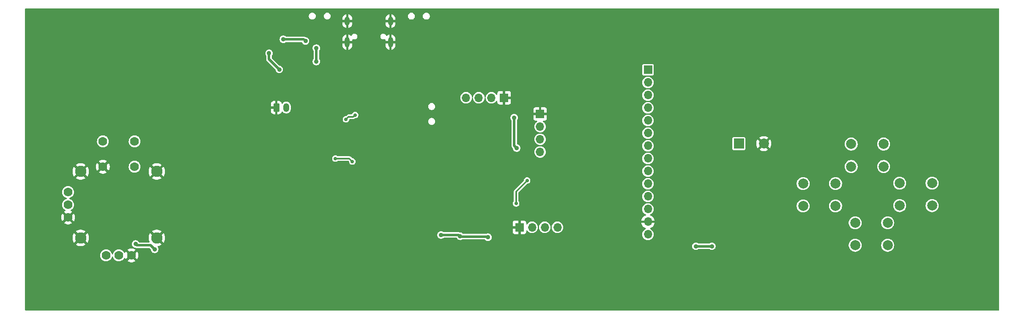
<source format=gbr>
%TF.GenerationSoftware,KiCad,Pcbnew,9.0.0*%
%TF.CreationDate,2025-08-15T01:25:27+03:00*%
%TF.ProjectId,Handheld,48616e64-6865-46c6-942e-6b696361645f,rev?*%
%TF.SameCoordinates,Original*%
%TF.FileFunction,Copper,L2,Bot*%
%TF.FilePolarity,Positive*%
%FSLAX46Y46*%
G04 Gerber Fmt 4.6, Leading zero omitted, Abs format (unit mm)*
G04 Created by KiCad (PCBNEW 9.0.0) date 2025-08-15 01:25:27*
%MOMM*%
%LPD*%
G01*
G04 APERTURE LIST*
G04 Aperture macros list*
%AMRoundRect*
0 Rectangle with rounded corners*
0 $1 Rounding radius*
0 $2 $3 $4 $5 $6 $7 $8 $9 X,Y pos of 4 corners*
0 Add a 4 corners polygon primitive as box body*
4,1,4,$2,$3,$4,$5,$6,$7,$8,$9,$2,$3,0*
0 Add four circle primitives for the rounded corners*
1,1,$1+$1,$2,$3*
1,1,$1+$1,$4,$5*
1,1,$1+$1,$6,$7*
1,1,$1+$1,$8,$9*
0 Add four rect primitives between the rounded corners*
20,1,$1+$1,$2,$3,$4,$5,0*
20,1,$1+$1,$4,$5,$6,$7,0*
20,1,$1+$1,$6,$7,$8,$9,0*
20,1,$1+$1,$8,$9,$2,$3,0*%
G04 Aperture macros list end*
%TA.AperFunction,ComponentPad*%
%ADD10C,2.000000*%
%TD*%
%TA.AperFunction,ComponentPad*%
%ADD11R,1.700000X1.700000*%
%TD*%
%TA.AperFunction,ComponentPad*%
%ADD12O,1.700000X1.700000*%
%TD*%
%TA.AperFunction,ComponentPad*%
%ADD13RoundRect,0.250000X-0.350000X-0.625000X0.350000X-0.625000X0.350000X0.625000X-0.350000X0.625000X0*%
%TD*%
%TA.AperFunction,ComponentPad*%
%ADD14O,1.200000X1.750000*%
%TD*%
%TA.AperFunction,ComponentPad*%
%ADD15R,2.000000X2.000000*%
%TD*%
%TA.AperFunction,HeatsinkPad*%
%ADD16O,1.000000X2.100000*%
%TD*%
%TA.AperFunction,HeatsinkPad*%
%ADD17O,1.000000X1.800000*%
%TD*%
%TA.AperFunction,ComponentPad*%
%ADD18C,1.778000*%
%TD*%
%TA.AperFunction,ComponentPad*%
%ADD19C,2.286000*%
%TD*%
%TA.AperFunction,ViaPad*%
%ADD20C,0.900000*%
%TD*%
%TA.AperFunction,ViaPad*%
%ADD21C,0.700000*%
%TD*%
%TA.AperFunction,ViaPad*%
%ADD22C,0.600000*%
%TD*%
%TA.AperFunction,Conductor*%
%ADD23C,0.500000*%
%TD*%
%TA.AperFunction,Conductor*%
%ADD24C,0.300000*%
%TD*%
G04 APERTURE END LIST*
D10*
%TO.P,BTN4,1,1*%
%TO.N,/Button4*%
X195600000Y-94890000D03*
X202100000Y-94890000D03*
%TO.P,BTN4,2,2*%
%TO.N,+3.3V*%
X195600000Y-99390000D03*
X202100000Y-99390000D03*
%TD*%
D11*
%TO.P,J1,1,Pin_1*%
%TO.N,GND*%
X142928696Y-80935358D03*
D12*
%TO.P,J1,2,Pin_2*%
%TO.N,/SWCLK*%
X142928696Y-83475358D03*
%TO.P,J1,3,Pin_3*%
%TO.N,/SWDIO*%
X142928696Y-86015358D03*
%TO.P,J1,4,Pin_4*%
%TO.N,+3.3V*%
X142928696Y-88555358D03*
%TD*%
D11*
%TO.P,J6,1,Pin_1*%
%TO.N,GND*%
X135728696Y-77675358D03*
D12*
%TO.P,J6,2,Pin_2*%
%TO.N,/I2C1_SCL*%
X133188696Y-77675358D03*
%TO.P,J6,3,Pin_3*%
%TO.N,/I2C1_SDA*%
X130648696Y-77675358D03*
%TO.P,J6,4,Pin_4*%
%TO.N,+3.3V*%
X128108696Y-77675358D03*
%TD*%
D11*
%TO.P,J4,1,Pin_1*%
%TO.N,unconnected-(J4-Pin_1-Pad1)*%
X164528696Y-72075358D03*
D12*
%TO.P,J4,2,Pin_2*%
%TO.N,unconnected-(J4-Pin_2-Pad2)*%
X164528696Y-74615358D03*
%TO.P,J4,3,Pin_3*%
%TO.N,unconnected-(J4-Pin_3-Pad3)*%
X164528696Y-77155358D03*
%TO.P,J4,4,Pin_4*%
%TO.N,unconnected-(J4-Pin_4-Pad4)*%
X164528696Y-79695358D03*
%TO.P,J4,5,Pin_5*%
%TO.N,unconnected-(J4-Pin_5-Pad5)*%
X164528696Y-82235358D03*
%TO.P,J4,6,Pin_6*%
%TO.N,unconnected-(J4-Pin_6-Pad6)*%
X164528696Y-84775358D03*
%TO.P,J4,7,Pin_7*%
%TO.N,+3.3V*%
X164528696Y-87315358D03*
%TO.P,J4,8,Pin_8*%
%TO.N,/SCK*%
X164528696Y-89855358D03*
%TO.P,J4,9,Pin_9*%
%TO.N,/MOSI*%
X164528696Y-92395358D03*
%TO.P,J4,10,Pin_10*%
%TO.N,/DC*%
X164528696Y-94935358D03*
%TO.P,J4,11,Pin_11*%
%TO.N,/RST*%
X164528696Y-97475358D03*
%TO.P,J4,12,Pin_12*%
%TO.N,/CS*%
X164528696Y-100015358D03*
%TO.P,J4,13,Pin_13*%
%TO.N,GND*%
X164528696Y-102555358D03*
%TO.P,J4,14,Pin_14*%
%TO.N,+3.3V*%
X164528696Y-105095358D03*
%TD*%
D13*
%TO.P,J3,1,Pin_1*%
%TO.N,GND*%
X90100000Y-79650000D03*
D14*
%TO.P,J3,2,Pin_2*%
%TO.N,Net-(J3-Pin_2)*%
X92100000Y-79650000D03*
%TD*%
D10*
%TO.P,BTN2,1,1*%
%TO.N,/Button2*%
X214928696Y-94815358D03*
X221428696Y-94815358D03*
%TO.P,BTN2,2,2*%
%TO.N,+3.3V*%
X214928696Y-99315358D03*
X221428696Y-99315358D03*
%TD*%
%TO.P,BTN1,1,1*%
%TO.N,+3.3V*%
X211728696Y-91475358D03*
X205228696Y-91475358D03*
%TO.P,BTN1,2,2*%
%TO.N,/Button1*%
X211728696Y-86975358D03*
X205228696Y-86975358D03*
%TD*%
D15*
%TO.P,BZ1,1,+*%
%TO.N,Net-(BZ1-+)*%
X182728696Y-86875358D03*
D10*
%TO.P,BZ1,2,-*%
%TO.N,GND*%
X187728696Y-86875358D03*
%TD*%
D11*
%TO.P,J5,1,Pin_1*%
%TO.N,GND*%
X138788696Y-103675358D03*
D12*
%TO.P,J5,2,Pin_2*%
%TO.N,/USART6_TX*%
X141328696Y-103675358D03*
%TO.P,J5,3,Pin_3*%
%TO.N,/USART6_RX*%
X143868696Y-103675358D03*
%TO.P,J5,4,Pin_4*%
%TO.N,+3.3V*%
X146408696Y-103675358D03*
%TD*%
D16*
%TO.P,J2,S1,SHIELD*%
%TO.N,GND*%
X112960000Y-66505000D03*
D17*
X112960000Y-62325000D03*
D16*
X104320000Y-66505000D03*
D17*
X104320000Y-62325000D03*
%TD*%
D18*
%TO.P,U4,B1A,SEL+*%
%TO.N,Net-(U1-PA2)*%
X55380196Y-86441858D03*
%TO.P,U4,B1B*%
%TO.N,N/C*%
X61730196Y-86441858D03*
%TO.P,U4,B2A,SEL-*%
%TO.N,GND*%
X55380196Y-91521858D03*
%TO.P,U4,B2B*%
%TO.N,N/C*%
X61730196Y-91521858D03*
%TO.P,U4,H1,H+*%
%TO.N,+3.3V*%
X56015196Y-109301858D03*
%TO.P,U4,H2,H*%
%TO.N,Net-(U1-PA3)*%
X58555196Y-109301858D03*
%TO.P,U4,H3,H-*%
%TO.N,GND*%
X61095196Y-109301858D03*
D19*
%TO.P,U4,S1,SHIELD*%
X50935196Y-92474358D03*
%TO.P,U4,S2,SHIELD*%
X50935196Y-105809358D03*
%TO.P,U4,S3,SHIELD*%
X66175196Y-105809358D03*
%TO.P,U4,S4,SHIELD*%
X66175196Y-92474358D03*
D18*
%TO.P,U4,V1,V+*%
%TO.N,+3.3V*%
X48395196Y-96601858D03*
%TO.P,U4,V2,V*%
%TO.N,Net-(U1-PA4)*%
X48395196Y-99141858D03*
%TO.P,U4,V3,V-*%
%TO.N,GND*%
X48395196Y-101681858D03*
%TD*%
D10*
%TO.P,BTN3,1,1*%
%TO.N,/Button3*%
X212528696Y-107275358D03*
X206028696Y-107275358D03*
%TO.P,BTN3,2,2*%
%TO.N,+3.3V*%
X212528696Y-102775358D03*
X206028696Y-102775358D03*
%TD*%
D20*
%TO.N,+3.3V*%
X132478696Y-105675358D03*
X174128696Y-107475358D03*
X126928696Y-105475358D03*
X138228696Y-87775358D03*
X137728696Y-81675358D03*
X177328696Y-107475358D03*
X65728696Y-108075358D03*
X123100000Y-105200000D03*
X61928696Y-107025358D03*
D21*
%TO.N,GND*%
X106850000Y-72000000D03*
X168550000Y-98100000D03*
X188550000Y-118100000D03*
X108550000Y-118100000D03*
X108550000Y-78100000D03*
X115900000Y-64800000D03*
X48550000Y-88100000D03*
X137450000Y-107750000D03*
X50478696Y-84275358D03*
X68550000Y-98100000D03*
X178550000Y-118100000D03*
X158550000Y-68100000D03*
X153800000Y-81550000D03*
X228550000Y-98100000D03*
X97900000Y-98150000D03*
X58550000Y-118100000D03*
X208550000Y-68100000D03*
X148550000Y-118100000D03*
X58550000Y-98100000D03*
X155850000Y-103100000D03*
X119528696Y-102875358D03*
X98550000Y-88100000D03*
X108550000Y-98100000D03*
X58550000Y-88100000D03*
X218550000Y-88100000D03*
X158550000Y-118100000D03*
X218550000Y-118100000D03*
X108600000Y-83400000D03*
X118550000Y-118100000D03*
X113100000Y-81950000D03*
X168550000Y-68100000D03*
X178550000Y-88100000D03*
X133150000Y-96500000D03*
X151250000Y-103150000D03*
X105828696Y-93075358D03*
X178550000Y-68100000D03*
X108640000Y-63400000D03*
X203028696Y-109375358D03*
X135050000Y-105150000D03*
X111950000Y-68900000D03*
X133750000Y-105400000D03*
X217178696Y-91125358D03*
X160450000Y-103150000D03*
X88550000Y-88100000D03*
X218550000Y-108100000D03*
X103028696Y-95875358D03*
X48550000Y-68100000D03*
X159850000Y-81600000D03*
X99800000Y-73950000D03*
X124828696Y-79075358D03*
X101028696Y-101375358D03*
X147900000Y-81700000D03*
X92728696Y-73725358D03*
X198550000Y-88100000D03*
X118928696Y-99575358D03*
X128550000Y-98100000D03*
X119050000Y-68050000D03*
X128550000Y-68100000D03*
X128550000Y-108100000D03*
X119528696Y-101475358D03*
X111278696Y-107175358D03*
X68550000Y-68100000D03*
X188550000Y-78100000D03*
X88550000Y-98100000D03*
X90800000Y-68500000D03*
X98550000Y-78100000D03*
X68550000Y-88100000D03*
X94878696Y-76825358D03*
X109850000Y-71850000D03*
X107150000Y-74500000D03*
X125778696Y-97925358D03*
X93628696Y-76775358D03*
X208550000Y-78100000D03*
X138828696Y-92975358D03*
X98550000Y-118100000D03*
X138550000Y-118100000D03*
D22*
X132850000Y-85300000D03*
D21*
X192100000Y-97000000D03*
X66450000Y-112300000D03*
X168550000Y-118100000D03*
X127028696Y-100575358D03*
X101725000Y-69275000D03*
X148400000Y-107450000D03*
X157900000Y-107700000D03*
X198550000Y-108100000D03*
X107828696Y-88675358D03*
X122128696Y-94625358D03*
X101578696Y-97175358D03*
X202128696Y-85325358D03*
X88550000Y-118100000D03*
X178550000Y-108100000D03*
X107978696Y-107275358D03*
X104750000Y-69000000D03*
X117378696Y-97075358D03*
X208550000Y-118100000D03*
X104228696Y-107025358D03*
X228550000Y-108100000D03*
X178550000Y-98100000D03*
X188550000Y-68100000D03*
X102616196Y-90675358D03*
X78550000Y-98100000D03*
X138550000Y-68100000D03*
X101000000Y-76000000D03*
X126928696Y-91975358D03*
X93900000Y-64750000D03*
X128550000Y-118100000D03*
X122578696Y-89725358D03*
X95450000Y-71350000D03*
X208550000Y-88100000D03*
X228550000Y-118100000D03*
X103850000Y-112250000D03*
X112200000Y-100100000D03*
X48550000Y-108100000D03*
X218550000Y-68100000D03*
X198550000Y-118100000D03*
X228550000Y-88100000D03*
X218550000Y-78100000D03*
D22*
X96950000Y-81700000D03*
D21*
X126200000Y-83750000D03*
X94050000Y-70050000D03*
X168550000Y-88100000D03*
X198550000Y-98100000D03*
X188550000Y-98100000D03*
X115800000Y-112150000D03*
X91528696Y-73200000D03*
X228550000Y-78100000D03*
X198550000Y-78100000D03*
X188550000Y-108100000D03*
X101128696Y-94175358D03*
X58550000Y-78100000D03*
X119978696Y-91625358D03*
X48550000Y-118100000D03*
X68550000Y-118100000D03*
X78550000Y-118100000D03*
X113200000Y-90400000D03*
X94000000Y-71350000D03*
X48550000Y-78100000D03*
X118550000Y-78100000D03*
X118550000Y-88100000D03*
X91050000Y-112100000D03*
X148550000Y-68100000D03*
X218550000Y-98100000D03*
X198550000Y-68100000D03*
X122078696Y-92875358D03*
X58550000Y-68100000D03*
X95450000Y-70000000D03*
X209350000Y-106150000D03*
X108350000Y-85600000D03*
X78550000Y-88100000D03*
X78400000Y-112200000D03*
X100150000Y-96250000D03*
X228550000Y-68100000D03*
D20*
%TO.N,VBUS*%
X98128696Y-70400000D03*
X88650000Y-68750000D03*
X95950000Y-66300000D03*
X90700000Y-72000000D03*
X91500000Y-65950000D03*
X98128696Y-67725358D03*
D21*
%TO.N,/SCK*%
X140328696Y-94275358D03*
X138128696Y-98875358D03*
%TO.N,Net-(SW4-B)*%
X105878696Y-81150000D03*
X104050000Y-82000000D03*
%TO.N,Net-(SW4-A)*%
X105328696Y-90475358D03*
X101928696Y-89875358D03*
%TD*%
D23*
%TO.N,+3.3V*%
X61928696Y-107025358D02*
X61928696Y-107075358D01*
X61928696Y-107075358D02*
X62128696Y-107275358D01*
X64928696Y-107275358D02*
X65728696Y-108075358D01*
X126978696Y-105525358D02*
X132328696Y-105525358D01*
X132328696Y-105525358D02*
X132478696Y-105675358D01*
X62128696Y-107275358D02*
X64928696Y-107275358D01*
X177328696Y-107475358D02*
X174128696Y-107475358D01*
X126928696Y-105475358D02*
X126978696Y-105525358D01*
X126653338Y-105200000D02*
X126928696Y-105475358D01*
X137728696Y-87275358D02*
X137728696Y-81675358D01*
X123100000Y-105200000D02*
X126653338Y-105200000D01*
X138228696Y-87775358D02*
X137728696Y-87275358D01*
D24*
%TO.N,GND*%
X95150000Y-66700000D02*
X95100000Y-66750000D01*
D23*
%TO.N,VBUS*%
X95950000Y-66300000D02*
X95600000Y-65950000D01*
X88650000Y-69950000D02*
X90700000Y-72000000D01*
X95600000Y-65950000D02*
X91500000Y-65950000D01*
X88650000Y-68750000D02*
X88650000Y-69950000D01*
X98128696Y-70400000D02*
X98128696Y-67725358D01*
D24*
%TO.N,/SCK*%
X138128696Y-98875358D02*
X138128696Y-96475358D01*
X138128696Y-96475358D02*
X140328696Y-94275358D01*
%TO.N,Net-(SW4-B)*%
X104550000Y-81500000D02*
X105500000Y-81500000D01*
X104050000Y-82000000D02*
X104550000Y-81500000D01*
X105850000Y-81150000D02*
X105878696Y-81150000D01*
X105500000Y-81500000D02*
X105850000Y-81150000D01*
%TO.N,Net-(SW4-A)*%
X101928696Y-89875358D02*
X104728696Y-89875358D01*
X104728696Y-89875358D02*
X105328696Y-90475358D01*
%TD*%
%TA.AperFunction,Conductor*%
%TO.N,GND*%
G36*
X234796235Y-59770543D02*
G01*
X234841990Y-59823347D01*
X234853196Y-59874858D01*
X234853196Y-120275858D01*
X234833511Y-120342897D01*
X234780707Y-120388652D01*
X234729196Y-120399858D01*
X39928196Y-120399858D01*
X39861157Y-120380173D01*
X39815402Y-120327369D01*
X39804196Y-120275858D01*
X39804196Y-109208242D01*
X54825696Y-109208242D01*
X54825696Y-109395473D01*
X54854986Y-109580401D01*
X54912841Y-109758464D01*
X54912842Y-109758467D01*
X54997847Y-109925295D01*
X55107890Y-110076758D01*
X55107894Y-110076763D01*
X55240290Y-110209159D01*
X55240295Y-110209163D01*
X55361845Y-110297473D01*
X55391762Y-110319209D01*
X55500816Y-110374775D01*
X55558586Y-110404211D01*
X55558589Y-110404212D01*
X55647620Y-110433139D01*
X55736654Y-110462068D01*
X55921580Y-110491358D01*
X55921581Y-110491358D01*
X56108811Y-110491358D01*
X56108812Y-110491358D01*
X56293738Y-110462068D01*
X56471805Y-110404211D01*
X56638630Y-110319209D01*
X56790103Y-110209158D01*
X56922496Y-110076765D01*
X57032547Y-109925292D01*
X57117549Y-109758467D01*
X57167265Y-109605456D01*
X57206702Y-109547781D01*
X57271061Y-109520582D01*
X57339907Y-109532496D01*
X57391383Y-109579740D01*
X57403127Y-109605456D01*
X57452841Y-109758464D01*
X57452842Y-109758467D01*
X57537847Y-109925295D01*
X57647890Y-110076758D01*
X57647894Y-110076763D01*
X57780290Y-110209159D01*
X57780295Y-110209163D01*
X57901845Y-110297473D01*
X57931762Y-110319209D01*
X58040816Y-110374775D01*
X58098586Y-110404211D01*
X58098589Y-110404212D01*
X58187620Y-110433139D01*
X58276654Y-110462068D01*
X58461580Y-110491358D01*
X58461581Y-110491358D01*
X58648811Y-110491358D01*
X58648812Y-110491358D01*
X58833738Y-110462068D01*
X59011805Y-110404211D01*
X59178630Y-110319209D01*
X59196089Y-110306524D01*
X59208548Y-110297473D01*
X59330097Y-110209163D01*
X59330099Y-110209160D01*
X59330103Y-110209158D01*
X59462496Y-110076765D01*
X59572547Y-109925292D01*
X59602758Y-109865997D01*
X59650732Y-109815203D01*
X59718553Y-109798407D01*
X59784688Y-109820944D01*
X59823728Y-109865998D01*
X59907216Y-110029851D01*
X59907217Y-110029853D01*
X59952002Y-110091496D01*
X59952003Y-110091496D01*
X60657548Y-109385951D01*
X60680988Y-109473429D01*
X60739507Y-109574788D01*
X60822266Y-109657547D01*
X60923625Y-109716066D01*
X61011101Y-109739505D01*
X60305556Y-110445049D01*
X60367204Y-110489838D01*
X60562004Y-110589095D01*
X60562007Y-110589096D01*
X60769936Y-110656655D01*
X60985880Y-110690858D01*
X61204512Y-110690858D01*
X61420455Y-110656655D01*
X61628384Y-110589096D01*
X61628387Y-110589095D01*
X61823191Y-110489836D01*
X61884834Y-110445049D01*
X61884835Y-110445049D01*
X61179290Y-109739505D01*
X61266767Y-109716066D01*
X61368126Y-109657547D01*
X61450885Y-109574788D01*
X61509404Y-109473429D01*
X61532843Y-109385953D01*
X62238387Y-110091497D01*
X62238387Y-110091496D01*
X62283174Y-110029853D01*
X62382433Y-109835049D01*
X62382434Y-109835046D01*
X62449993Y-109627117D01*
X62484196Y-109411174D01*
X62484196Y-109192541D01*
X62449993Y-108976598D01*
X62382434Y-108768669D01*
X62382433Y-108768666D01*
X62283176Y-108573866D01*
X62238387Y-108512218D01*
X61532843Y-109217762D01*
X61509404Y-109130287D01*
X61450885Y-109028928D01*
X61368126Y-108946169D01*
X61266767Y-108887650D01*
X61179288Y-108864210D01*
X61884834Y-108158665D01*
X61884834Y-108158664D01*
X61823191Y-108113879D01*
X61823189Y-108113878D01*
X61628387Y-108014620D01*
X61628384Y-108014619D01*
X61420455Y-107947060D01*
X61204512Y-107912858D01*
X60985880Y-107912858D01*
X60769936Y-107947060D01*
X60562007Y-108014619D01*
X60562004Y-108014620D01*
X60367197Y-108113881D01*
X60305556Y-108158664D01*
X60305556Y-108158665D01*
X61011101Y-108864210D01*
X60923625Y-108887650D01*
X60822266Y-108946169D01*
X60739507Y-109028928D01*
X60680988Y-109130287D01*
X60657548Y-109217763D01*
X59952003Y-108512218D01*
X59952002Y-108512218D01*
X59907217Y-108573862D01*
X59823727Y-108737718D01*
X59775753Y-108788513D01*
X59707931Y-108805308D01*
X59641797Y-108782770D01*
X59602758Y-108737717D01*
X59572544Y-108678419D01*
X59462501Y-108526957D01*
X59462497Y-108526952D01*
X59330101Y-108394556D01*
X59330096Y-108394552D01*
X59208547Y-108306242D01*
X59178633Y-108284509D01*
X59178632Y-108284508D01*
X59178630Y-108284507D01*
X59125184Y-108257274D01*
X59011805Y-108199504D01*
X59011802Y-108199503D01*
X58833739Y-108141648D01*
X58713293Y-108122571D01*
X58648812Y-108112358D01*
X58461580Y-108112358D01*
X58399938Y-108122121D01*
X58276652Y-108141648D01*
X58098589Y-108199503D01*
X58098586Y-108199504D01*
X57931758Y-108284509D01*
X57780295Y-108394552D01*
X57780290Y-108394556D01*
X57647894Y-108526952D01*
X57647890Y-108526957D01*
X57537847Y-108678420D01*
X57452842Y-108845248D01*
X57452841Y-108845251D01*
X57403127Y-108998259D01*
X57363690Y-109055934D01*
X57299331Y-109083133D01*
X57230485Y-109071219D01*
X57179009Y-109023974D01*
X57167265Y-108998259D01*
X57117550Y-108845251D01*
X57117549Y-108845248D01*
X57064148Y-108740445D01*
X57032547Y-108678424D01*
X56956579Y-108573862D01*
X56922501Y-108526957D01*
X56922497Y-108526952D01*
X56790101Y-108394556D01*
X56790096Y-108394552D01*
X56638633Y-108284509D01*
X56638632Y-108284508D01*
X56638630Y-108284507D01*
X56585184Y-108257274D01*
X56471805Y-108199504D01*
X56471802Y-108199503D01*
X56293739Y-108141648D01*
X56173293Y-108122571D01*
X56108812Y-108112358D01*
X55921580Y-108112358D01*
X55859938Y-108122121D01*
X55736652Y-108141648D01*
X55558589Y-108199503D01*
X55558586Y-108199504D01*
X55391758Y-108284509D01*
X55240295Y-108394552D01*
X55240290Y-108394556D01*
X55107894Y-108526952D01*
X55107890Y-108526957D01*
X54997847Y-108678420D01*
X54912842Y-108845248D01*
X54912841Y-108845251D01*
X54854986Y-109023314D01*
X54825696Y-109208242D01*
X39804196Y-109208242D01*
X39804196Y-105680051D01*
X49292196Y-105680051D01*
X49292196Y-105938664D01*
X49332652Y-106194091D01*
X49332652Y-106194092D01*
X49412570Y-106440053D01*
X49529979Y-106670480D01*
X49610159Y-106780839D01*
X49610160Y-106780840D01*
X50297033Y-106093967D01*
X50316193Y-106140222D01*
X50392635Y-106254626D01*
X50489928Y-106351919D01*
X50604332Y-106428361D01*
X50650586Y-106447519D01*
X49963712Y-107134392D01*
X49963713Y-107134394D01*
X50074073Y-107214574D01*
X50304500Y-107331983D01*
X50550462Y-107411901D01*
X50805890Y-107452358D01*
X51064502Y-107452358D01*
X51319929Y-107411901D01*
X51319930Y-107411901D01*
X51565891Y-107331983D01*
X51796315Y-107214576D01*
X51906677Y-107134392D01*
X51906678Y-107134392D01*
X51871564Y-107099278D01*
X61178195Y-107099278D01*
X61207036Y-107244265D01*
X61207039Y-107244275D01*
X61263608Y-107380846D01*
X61263615Y-107380859D01*
X61345744Y-107503773D01*
X61345747Y-107503777D01*
X61450276Y-107608306D01*
X61450280Y-107608309D01*
X61573194Y-107690438D01*
X61573207Y-107690445D01*
X61644244Y-107719869D01*
X61709783Y-107747016D01*
X61709787Y-107747016D01*
X61709788Y-107747017D01*
X61854775Y-107775858D01*
X61854778Y-107775858D01*
X61861407Y-107775858D01*
X61908858Y-107785296D01*
X61916209Y-107788341D01*
X61916211Y-107788342D01*
X62056221Y-107825858D01*
X62056222Y-107825858D01*
X62201170Y-107825858D01*
X64649309Y-107825858D01*
X64716348Y-107845543D01*
X64736990Y-107862177D01*
X64941877Y-108067064D01*
X64975362Y-108128387D01*
X64976963Y-108143278D01*
X64977599Y-108143216D01*
X64978195Y-108149278D01*
X65007036Y-108294265D01*
X65007039Y-108294275D01*
X65063608Y-108430846D01*
X65063615Y-108430859D01*
X65145744Y-108553773D01*
X65145747Y-108553777D01*
X65250276Y-108658306D01*
X65250280Y-108658309D01*
X65373194Y-108740438D01*
X65373207Y-108740445D01*
X65475390Y-108782770D01*
X65509783Y-108797016D01*
X65509787Y-108797016D01*
X65509788Y-108797017D01*
X65654775Y-108825858D01*
X65654778Y-108825858D01*
X65802616Y-108825858D01*
X65905923Y-108805308D01*
X65947609Y-108797016D01*
X66084191Y-108740442D01*
X66207112Y-108658309D01*
X66311647Y-108553774D01*
X66393780Y-108430853D01*
X66450354Y-108294271D01*
X66469205Y-108199503D01*
X66479196Y-108149278D01*
X66479196Y-108001437D01*
X66450355Y-107856450D01*
X66450354Y-107856449D01*
X66450354Y-107856445D01*
X66439756Y-107830859D01*
X66393783Y-107719869D01*
X66393776Y-107719856D01*
X66331218Y-107626232D01*
X66310340Y-107559555D01*
X66313159Y-107549278D01*
X173378195Y-107549278D01*
X173407036Y-107694265D01*
X173407039Y-107694275D01*
X173463608Y-107830846D01*
X173463615Y-107830859D01*
X173545744Y-107953773D01*
X173545747Y-107953777D01*
X173650276Y-108058306D01*
X173650280Y-108058309D01*
X173773194Y-108140438D01*
X173773207Y-108140445D01*
X173909778Y-108197014D01*
X173909783Y-108197016D01*
X173909787Y-108197016D01*
X173909788Y-108197017D01*
X174054775Y-108225858D01*
X174054778Y-108225858D01*
X174202616Y-108225858D01*
X174335106Y-108199503D01*
X174347609Y-108197016D01*
X174477494Y-108143216D01*
X174484184Y-108140445D01*
X174484184Y-108140444D01*
X174484191Y-108140442D01*
X174607112Y-108058309D01*
X174607116Y-108058304D01*
X174611822Y-108054444D01*
X174613550Y-108056549D01*
X174664568Y-108028692D01*
X174690926Y-108025858D01*
X176766466Y-108025858D01*
X176833505Y-108045543D01*
X176845164Y-108054938D01*
X176845570Y-108054444D01*
X176850280Y-108058309D01*
X176973194Y-108140438D01*
X176973207Y-108140445D01*
X177109778Y-108197014D01*
X177109783Y-108197016D01*
X177109787Y-108197016D01*
X177109788Y-108197017D01*
X177254775Y-108225858D01*
X177254778Y-108225858D01*
X177402616Y-108225858D01*
X177535106Y-108199503D01*
X177547609Y-108197016D01*
X177677494Y-108143216D01*
X177684184Y-108140445D01*
X177684184Y-108140444D01*
X177684191Y-108140442D01*
X177807112Y-108058309D01*
X177911647Y-107953774D01*
X177993780Y-107830853D01*
X178050354Y-107694271D01*
X178067454Y-107608306D01*
X178079196Y-107549278D01*
X178079196Y-107401437D01*
X178050355Y-107256450D01*
X178050354Y-107256449D01*
X178050354Y-107256445D01*
X178045313Y-107244275D01*
X178033430Y-107215586D01*
X178015793Y-107173006D01*
X204728196Y-107173006D01*
X204728196Y-107377709D01*
X204760218Y-107579892D01*
X204823477Y-107774581D01*
X204852150Y-107830853D01*
X204914783Y-107953777D01*
X204916411Y-107956971D01*
X205036724Y-108122571D01*
X205181482Y-108267329D01*
X205336445Y-108379914D01*
X205347086Y-108387645D01*
X205463303Y-108446861D01*
X205529472Y-108480576D01*
X205529474Y-108480576D01*
X205529477Y-108480578D01*
X205626855Y-108512218D01*
X205724161Y-108543835D01*
X205786907Y-108553773D01*
X205926344Y-108575858D01*
X205926345Y-108575858D01*
X206131047Y-108575858D01*
X206131048Y-108575858D01*
X206333230Y-108543835D01*
X206527915Y-108480578D01*
X206710306Y-108387645D01*
X206838820Y-108294275D01*
X206875909Y-108267329D01*
X206875911Y-108267326D01*
X206875915Y-108267324D01*
X207020662Y-108122577D01*
X207020664Y-108122573D01*
X207020667Y-108122571D01*
X207090932Y-108025858D01*
X207140983Y-107956968D01*
X207233916Y-107774577D01*
X207297173Y-107579892D01*
X207329196Y-107377710D01*
X207329196Y-107173006D01*
X211228196Y-107173006D01*
X211228196Y-107377709D01*
X211260218Y-107579892D01*
X211323477Y-107774581D01*
X211352150Y-107830853D01*
X211414783Y-107953777D01*
X211416411Y-107956971D01*
X211536724Y-108122571D01*
X211681482Y-108267329D01*
X211836445Y-108379914D01*
X211847086Y-108387645D01*
X211963303Y-108446861D01*
X212029472Y-108480576D01*
X212029474Y-108480576D01*
X212029477Y-108480578D01*
X212126855Y-108512218D01*
X212224161Y-108543835D01*
X212286907Y-108553773D01*
X212426344Y-108575858D01*
X212426345Y-108575858D01*
X212631047Y-108575858D01*
X212631048Y-108575858D01*
X212833230Y-108543835D01*
X213027915Y-108480578D01*
X213210306Y-108387645D01*
X213338820Y-108294275D01*
X213375909Y-108267329D01*
X213375911Y-108267326D01*
X213375915Y-108267324D01*
X213520662Y-108122577D01*
X213520664Y-108122573D01*
X213520667Y-108122571D01*
X213590932Y-108025858D01*
X213640983Y-107956968D01*
X213733916Y-107774577D01*
X213797173Y-107579892D01*
X213829196Y-107377710D01*
X213829196Y-107173006D01*
X213820778Y-107119856D01*
X213797173Y-106970823D01*
X213745006Y-106810270D01*
X213733916Y-106776139D01*
X213733914Y-106776136D01*
X213733914Y-106776134D01*
X213680078Y-106670477D01*
X213640983Y-106593748D01*
X213606974Y-106546938D01*
X213520667Y-106428144D01*
X213375909Y-106283386D01*
X213210309Y-106163073D01*
X213210308Y-106163072D01*
X213210306Y-106163071D01*
X213147302Y-106130969D01*
X213027919Y-106070139D01*
X212833230Y-106006880D01*
X212658691Y-105979236D01*
X212631048Y-105974858D01*
X212426344Y-105974858D01*
X212402025Y-105978709D01*
X212224161Y-106006880D01*
X212029472Y-106070139D01*
X211847082Y-106163073D01*
X211681482Y-106283386D01*
X211536724Y-106428144D01*
X211416411Y-106593744D01*
X211323477Y-106776134D01*
X211260218Y-106970823D01*
X211228196Y-107173006D01*
X207329196Y-107173006D01*
X207320778Y-107119856D01*
X207297173Y-106970823D01*
X207245006Y-106810270D01*
X207233916Y-106776139D01*
X207233914Y-106776136D01*
X207233914Y-106776134D01*
X207180078Y-106670477D01*
X207140983Y-106593748D01*
X207106974Y-106546938D01*
X207020667Y-106428144D01*
X206875909Y-106283386D01*
X206710309Y-106163073D01*
X206710308Y-106163072D01*
X206710306Y-106163071D01*
X206647302Y-106130969D01*
X206527919Y-106070139D01*
X206333230Y-106006880D01*
X206158691Y-105979236D01*
X206131048Y-105974858D01*
X205926344Y-105974858D01*
X205902025Y-105978709D01*
X205724161Y-106006880D01*
X205529472Y-106070139D01*
X205347082Y-106163073D01*
X205181482Y-106283386D01*
X205036724Y-106428144D01*
X204916411Y-106593744D01*
X204823477Y-106776134D01*
X204760218Y-106970823D01*
X204728196Y-107173006D01*
X178015793Y-107173006D01*
X177993783Y-107119869D01*
X177993776Y-107119856D01*
X177911647Y-106996942D01*
X177911644Y-106996938D01*
X177807115Y-106892409D01*
X177807111Y-106892406D01*
X177684197Y-106810277D01*
X177684184Y-106810270D01*
X177547613Y-106753701D01*
X177547603Y-106753698D01*
X177402616Y-106724858D01*
X177402614Y-106724858D01*
X177254778Y-106724858D01*
X177254776Y-106724858D01*
X177109788Y-106753698D01*
X177109778Y-106753701D01*
X176973207Y-106810270D01*
X176973194Y-106810277D01*
X176850280Y-106892406D01*
X176845570Y-106896272D01*
X176843841Y-106894166D01*
X176792824Y-106922024D01*
X176766466Y-106924858D01*
X174690926Y-106924858D01*
X174623887Y-106905173D01*
X174612227Y-106895777D01*
X174611822Y-106896272D01*
X174607111Y-106892406D01*
X174484197Y-106810277D01*
X174484184Y-106810270D01*
X174347613Y-106753701D01*
X174347603Y-106753698D01*
X174202616Y-106724858D01*
X174202614Y-106724858D01*
X174054778Y-106724858D01*
X174054776Y-106724858D01*
X173909788Y-106753698D01*
X173909778Y-106753701D01*
X173773207Y-106810270D01*
X173773194Y-106810277D01*
X173650280Y-106892406D01*
X173650276Y-106892409D01*
X173545747Y-106996938D01*
X173545744Y-106996942D01*
X173463615Y-107119856D01*
X173463608Y-107119869D01*
X173407039Y-107256440D01*
X173407036Y-107256450D01*
X173378196Y-107401437D01*
X173378196Y-107401440D01*
X173378196Y-107549276D01*
X173378196Y-107549278D01*
X173378195Y-107549278D01*
X66313159Y-107549278D01*
X66328824Y-107492174D01*
X66380803Y-107445484D01*
X66414923Y-107434868D01*
X66559928Y-107411902D01*
X66559930Y-107411901D01*
X66805891Y-107331983D01*
X66898371Y-107284863D01*
X67036315Y-107214576D01*
X67146677Y-107134392D01*
X67146678Y-107134392D01*
X66459805Y-106447520D01*
X66506060Y-106428361D01*
X66620464Y-106351919D01*
X66717757Y-106254626D01*
X66794199Y-106140222D01*
X66813357Y-106093967D01*
X67500230Y-106780840D01*
X67500230Y-106780839D01*
X67580414Y-106670477D01*
X67697821Y-106440053D01*
X67777739Y-106194092D01*
X67777739Y-106194091D01*
X67818196Y-105938664D01*
X67818196Y-105680051D01*
X67777739Y-105424624D01*
X67777739Y-105424623D01*
X67728773Y-105273920D01*
X122349499Y-105273920D01*
X122378340Y-105418907D01*
X122378343Y-105418917D01*
X122434912Y-105555488D01*
X122434919Y-105555501D01*
X122517048Y-105678415D01*
X122517051Y-105678419D01*
X122621580Y-105782948D01*
X122621584Y-105782951D01*
X122744498Y-105865080D01*
X122744511Y-105865087D01*
X122814978Y-105894275D01*
X122881087Y-105921658D01*
X122881091Y-105921658D01*
X122881092Y-105921659D01*
X123026079Y-105950500D01*
X123026082Y-105950500D01*
X123173920Y-105950500D01*
X123271462Y-105931096D01*
X123318913Y-105921658D01*
X123455495Y-105865084D01*
X123578416Y-105782951D01*
X123578420Y-105782946D01*
X123583126Y-105779086D01*
X123584854Y-105781191D01*
X123635872Y-105753334D01*
X123662230Y-105750500D01*
X126147475Y-105750500D01*
X126214514Y-105770185D01*
X126260269Y-105822989D01*
X126262032Y-105827038D01*
X126263612Y-105830853D01*
X126263615Y-105830857D01*
X126263618Y-105830863D01*
X126345741Y-105953769D01*
X126345747Y-105953777D01*
X126450276Y-106058306D01*
X126450280Y-106058309D01*
X126573194Y-106140438D01*
X126573207Y-106140445D01*
X126702721Y-106194091D01*
X126709783Y-106197016D01*
X126709787Y-106197016D01*
X126709788Y-106197017D01*
X126854775Y-106225858D01*
X126854778Y-106225858D01*
X127002616Y-106225858D01*
X127100158Y-106206454D01*
X127147609Y-106197016D01*
X127284191Y-106140442D01*
X127349572Y-106096756D01*
X127416249Y-106075878D01*
X127418463Y-106075858D01*
X131777404Y-106075858D01*
X131844443Y-106095543D01*
X131880507Y-106130969D01*
X131895743Y-106153772D01*
X131895747Y-106153777D01*
X132000276Y-106258306D01*
X132000280Y-106258309D01*
X132123194Y-106340438D01*
X132123207Y-106340445D01*
X132259778Y-106397014D01*
X132259783Y-106397016D01*
X132259787Y-106397016D01*
X132259788Y-106397017D01*
X132404775Y-106425858D01*
X132404778Y-106425858D01*
X132552616Y-106425858D01*
X132650158Y-106406454D01*
X132697609Y-106397016D01*
X132834191Y-106340442D01*
X132957112Y-106258309D01*
X133061647Y-106153774D01*
X133143780Y-106030853D01*
X133200354Y-105894271D01*
X133214533Y-105822989D01*
X133229196Y-105749278D01*
X133229196Y-105601437D01*
X133200355Y-105456450D01*
X133200354Y-105456449D01*
X133200354Y-105456445D01*
X133200352Y-105456440D01*
X133143783Y-105319869D01*
X133143776Y-105319856D01*
X133061647Y-105196942D01*
X133061644Y-105196938D01*
X132957115Y-105092409D01*
X132957111Y-105092406D01*
X132834197Y-105010277D01*
X132834184Y-105010270D01*
X132697613Y-104953701D01*
X132697603Y-104953698D01*
X132552616Y-104924858D01*
X132552614Y-104924858D01*
X132404778Y-104924858D01*
X132404776Y-104924858D01*
X132259788Y-104953698D01*
X132259778Y-104953701D01*
X132231490Y-104965419D01*
X132184038Y-104974858D01*
X127540925Y-104974858D01*
X127473886Y-104955173D01*
X127453243Y-104938538D01*
X127407115Y-104892409D01*
X127407111Y-104892406D01*
X127284197Y-104810277D01*
X127284184Y-104810270D01*
X127147613Y-104753701D01*
X127147603Y-104753698D01*
X127002616Y-104724858D01*
X127002614Y-104724858D01*
X126964593Y-104724858D01*
X126902593Y-104708245D01*
X126865825Y-104687017D01*
X126865824Y-104687016D01*
X126830820Y-104677637D01*
X126725813Y-104649500D01*
X126725810Y-104649500D01*
X123662230Y-104649500D01*
X123595191Y-104629815D01*
X123583531Y-104620419D01*
X123583126Y-104620914D01*
X123578415Y-104617048D01*
X123455501Y-104534919D01*
X123455488Y-104534912D01*
X123318917Y-104478343D01*
X123318907Y-104478340D01*
X123173920Y-104449500D01*
X123173918Y-104449500D01*
X123026082Y-104449500D01*
X123026080Y-104449500D01*
X122881092Y-104478340D01*
X122881082Y-104478343D01*
X122744511Y-104534912D01*
X122744498Y-104534919D01*
X122621584Y-104617048D01*
X122621580Y-104617051D01*
X122517051Y-104721580D01*
X122517048Y-104721584D01*
X122434919Y-104844498D01*
X122434912Y-104844511D01*
X122378343Y-104981082D01*
X122378340Y-104981092D01*
X122349500Y-105126079D01*
X122349500Y-105126082D01*
X122349500Y-105273918D01*
X122349500Y-105273920D01*
X122349499Y-105273920D01*
X67728773Y-105273920D01*
X67697822Y-105178664D01*
X67696613Y-105176291D01*
X67696612Y-105176287D01*
X67696610Y-105176285D01*
X67580412Y-104948235D01*
X67500232Y-104837875D01*
X67500230Y-104837874D01*
X66813357Y-105524747D01*
X66794199Y-105478494D01*
X66717757Y-105364090D01*
X66620464Y-105266797D01*
X66506060Y-105190355D01*
X66459804Y-105171195D01*
X67146678Y-104484322D01*
X67146677Y-104484321D01*
X67036318Y-104404141D01*
X66805891Y-104286732D01*
X66559929Y-104206814D01*
X66304502Y-104166358D01*
X66045890Y-104166358D01*
X65790462Y-104206814D01*
X65790461Y-104206814D01*
X65544500Y-104286732D01*
X65314080Y-104404137D01*
X65203713Y-104484322D01*
X65203713Y-104484323D01*
X65890586Y-105171195D01*
X65844332Y-105190355D01*
X65729928Y-105266797D01*
X65632635Y-105364090D01*
X65556193Y-105478494D01*
X65537033Y-105524749D01*
X64850160Y-104837875D01*
X64769975Y-104948242D01*
X64652570Y-105178662D01*
X64572652Y-105424623D01*
X64572652Y-105424624D01*
X64532196Y-105680051D01*
X64532196Y-105938664D01*
X64572652Y-106194091D01*
X64572652Y-106194092D01*
X64652570Y-106440053D01*
X64705821Y-106544563D01*
X64718717Y-106613232D01*
X64692441Y-106677972D01*
X64635335Y-106718230D01*
X64595336Y-106724858D01*
X62696806Y-106724858D01*
X62629767Y-106705173D01*
X62593704Y-106669749D01*
X62511647Y-106546941D01*
X62407115Y-106442409D01*
X62407111Y-106442406D01*
X62284197Y-106360277D01*
X62284184Y-106360270D01*
X62147613Y-106303701D01*
X62147603Y-106303698D01*
X62002616Y-106274858D01*
X62002614Y-106274858D01*
X61854778Y-106274858D01*
X61854776Y-106274858D01*
X61709788Y-106303698D01*
X61709778Y-106303701D01*
X61573207Y-106360270D01*
X61573194Y-106360277D01*
X61450280Y-106442406D01*
X61450276Y-106442409D01*
X61345747Y-106546938D01*
X61345744Y-106546942D01*
X61263615Y-106669856D01*
X61263608Y-106669869D01*
X61207039Y-106806440D01*
X61207036Y-106806450D01*
X61178196Y-106951437D01*
X61178196Y-106951440D01*
X61178196Y-107099276D01*
X61178196Y-107099278D01*
X61178195Y-107099278D01*
X51871564Y-107099278D01*
X51805315Y-107033029D01*
X51219805Y-106447520D01*
X51266060Y-106428361D01*
X51380464Y-106351919D01*
X51477757Y-106254626D01*
X51554199Y-106140222D01*
X51573357Y-106093967D01*
X52260230Y-106780840D01*
X52260230Y-106780839D01*
X52340414Y-106670477D01*
X52457821Y-106440053D01*
X52537739Y-106194092D01*
X52537739Y-106194091D01*
X52578196Y-105938664D01*
X52578196Y-105680051D01*
X52537739Y-105424624D01*
X52537739Y-105424623D01*
X52457821Y-105178662D01*
X52340412Y-104948235D01*
X52260232Y-104837875D01*
X52260230Y-104837874D01*
X51573357Y-105524747D01*
X51554199Y-105478494D01*
X51477757Y-105364090D01*
X51380464Y-105266797D01*
X51266060Y-105190355D01*
X51219804Y-105171195D01*
X51906678Y-104484322D01*
X51906677Y-104484321D01*
X51796318Y-104404141D01*
X51565891Y-104286732D01*
X51319929Y-104206814D01*
X51064502Y-104166358D01*
X50805890Y-104166358D01*
X50550462Y-104206814D01*
X50550461Y-104206814D01*
X50304500Y-104286732D01*
X50074080Y-104404137D01*
X49963713Y-104484322D01*
X49963713Y-104484323D01*
X50650586Y-105171195D01*
X50604332Y-105190355D01*
X50489928Y-105266797D01*
X50392635Y-105364090D01*
X50316193Y-105478494D01*
X50297033Y-105524748D01*
X49610161Y-104837875D01*
X49610160Y-104837875D01*
X49529975Y-104948242D01*
X49412570Y-105178662D01*
X49332652Y-105424623D01*
X49332652Y-105424624D01*
X49292196Y-105680051D01*
X39804196Y-105680051D01*
X39804196Y-101572541D01*
X47006196Y-101572541D01*
X47006196Y-101791174D01*
X47040398Y-102007117D01*
X47107957Y-102215046D01*
X47107958Y-102215049D01*
X47207216Y-102409851D01*
X47207217Y-102409853D01*
X47252002Y-102471496D01*
X47252003Y-102471496D01*
X47957548Y-101765951D01*
X47980988Y-101853429D01*
X48039507Y-101954788D01*
X48122266Y-102037547D01*
X48223625Y-102096066D01*
X48311101Y-102119505D01*
X47605556Y-102825049D01*
X47667204Y-102869838D01*
X47862004Y-102969095D01*
X47862007Y-102969096D01*
X48069936Y-103036655D01*
X48285880Y-103070858D01*
X48504512Y-103070858D01*
X48720455Y-103036655D01*
X48928384Y-102969096D01*
X48928387Y-102969095D01*
X49123191Y-102869836D01*
X49184834Y-102825049D01*
X49184835Y-102825049D01*
X49137299Y-102777513D01*
X137438696Y-102777513D01*
X137438696Y-103425358D01*
X138355684Y-103425358D01*
X138322771Y-103482365D01*
X138288696Y-103609532D01*
X138288696Y-103741184D01*
X138322771Y-103868351D01*
X138355684Y-103925358D01*
X137438696Y-103925358D01*
X137438696Y-104573202D01*
X137445097Y-104632730D01*
X137445099Y-104632737D01*
X137495341Y-104767444D01*
X137495345Y-104767451D01*
X137581505Y-104882545D01*
X137581508Y-104882548D01*
X137696602Y-104968708D01*
X137696609Y-104968712D01*
X137831316Y-105018954D01*
X137831323Y-105018956D01*
X137890851Y-105025357D01*
X137890868Y-105025358D01*
X138538696Y-105025358D01*
X138538696Y-104108370D01*
X138595703Y-104141283D01*
X138722870Y-104175358D01*
X138854522Y-104175358D01*
X138981689Y-104141283D01*
X139038696Y-104108370D01*
X139038696Y-105025358D01*
X139686524Y-105025358D01*
X139686540Y-105025357D01*
X139746068Y-105018956D01*
X139746075Y-105018954D01*
X139880782Y-104968712D01*
X139880789Y-104968708D01*
X139995883Y-104882548D01*
X139995886Y-104882545D01*
X140082046Y-104767451D01*
X140082050Y-104767444D01*
X140132292Y-104632737D01*
X140132294Y-104632730D01*
X140138695Y-104573202D01*
X140138696Y-104573185D01*
X140138696Y-104376445D01*
X140158381Y-104309406D01*
X140211185Y-104263651D01*
X140280343Y-104253707D01*
X140343899Y-104282732D01*
X140363014Y-104303560D01*
X140451137Y-104424853D01*
X140579196Y-104552912D01*
X140579201Y-104552916D01*
X140685045Y-104629815D01*
X140725702Y-104659354D01*
X140831180Y-104713098D01*
X140887056Y-104741569D01*
X140887059Y-104741570D01*
X140966693Y-104767444D01*
X141059287Y-104797529D01*
X141139731Y-104810270D01*
X141238145Y-104825858D01*
X141238150Y-104825858D01*
X141419247Y-104825858D01*
X141505955Y-104812123D01*
X141598105Y-104797529D01*
X141770335Y-104741569D01*
X141931690Y-104659354D01*
X142078197Y-104552911D01*
X142206249Y-104424859D01*
X142312692Y-104278352D01*
X142394907Y-104116997D01*
X142450867Y-103944767D01*
X142470805Y-103818885D01*
X142476223Y-103784679D01*
X142506152Y-103721544D01*
X142565464Y-103684613D01*
X142635326Y-103685611D01*
X142693559Y-103724221D01*
X142721169Y-103784679D01*
X142746525Y-103944768D01*
X142802483Y-104116994D01*
X142802484Y-104116997D01*
X142858360Y-104226658D01*
X142877209Y-104263651D01*
X142884702Y-104278355D01*
X142991137Y-104424852D01*
X142991141Y-104424857D01*
X143119196Y-104552912D01*
X143119201Y-104552916D01*
X143225045Y-104629815D01*
X143265702Y-104659354D01*
X143371180Y-104713098D01*
X143427056Y-104741569D01*
X143427059Y-104741570D01*
X143506693Y-104767444D01*
X143599287Y-104797529D01*
X143679731Y-104810270D01*
X143778145Y-104825858D01*
X143778150Y-104825858D01*
X143959247Y-104825858D01*
X144045955Y-104812123D01*
X144138105Y-104797529D01*
X144310335Y-104741569D01*
X144471690Y-104659354D01*
X144618197Y-104552911D01*
X144746249Y-104424859D01*
X144852692Y-104278352D01*
X144934907Y-104116997D01*
X144990867Y-103944767D01*
X145010805Y-103818885D01*
X145016223Y-103784679D01*
X145046152Y-103721544D01*
X145105464Y-103684613D01*
X145175326Y-103685611D01*
X145233559Y-103724221D01*
X145261169Y-103784679D01*
X145286525Y-103944768D01*
X145342483Y-104116994D01*
X145342484Y-104116997D01*
X145398360Y-104226658D01*
X145417209Y-104263651D01*
X145424702Y-104278355D01*
X145531137Y-104424852D01*
X145531141Y-104424857D01*
X145659196Y-104552912D01*
X145659201Y-104552916D01*
X145765045Y-104629815D01*
X145805702Y-104659354D01*
X145911180Y-104713098D01*
X145967056Y-104741569D01*
X145967059Y-104741570D01*
X146046693Y-104767444D01*
X146139287Y-104797529D01*
X146219731Y-104810270D01*
X146318145Y-104825858D01*
X146318150Y-104825858D01*
X146499247Y-104825858D01*
X146585955Y-104812123D01*
X146678105Y-104797529D01*
X146850335Y-104741569D01*
X147011690Y-104659354D01*
X147158197Y-104552911D01*
X147286249Y-104424859D01*
X147392692Y-104278352D01*
X147474907Y-104116997D01*
X147530867Y-103944767D01*
X147550805Y-103818885D01*
X147559196Y-103765909D01*
X147559196Y-103584806D01*
X147538948Y-103456971D01*
X147530867Y-103405949D01*
X147488184Y-103274581D01*
X147474908Y-103233721D01*
X147474907Y-103233718D01*
X147404633Y-103095800D01*
X147392692Y-103072364D01*
X147355580Y-103021283D01*
X147286254Y-102925863D01*
X147286250Y-102925858D01*
X147219087Y-102858695D01*
X147158197Y-102797805D01*
X147113013Y-102764977D01*
X147113004Y-102764969D01*
X147011693Y-102691364D01*
X147011692Y-102691363D01*
X147011690Y-102691362D01*
X146959996Y-102665022D01*
X146850335Y-102609146D01*
X146850332Y-102609145D01*
X146678106Y-102553187D01*
X146499247Y-102524858D01*
X146499242Y-102524858D01*
X146318150Y-102524858D01*
X146318145Y-102524858D01*
X146139285Y-102553187D01*
X145967059Y-102609145D01*
X145967056Y-102609146D01*
X145805698Y-102691364D01*
X145659201Y-102797799D01*
X145659196Y-102797803D01*
X145531141Y-102925858D01*
X145531137Y-102925863D01*
X145424702Y-103072360D01*
X145342484Y-103233718D01*
X145342483Y-103233721D01*
X145286525Y-103405947D01*
X145261169Y-103566036D01*
X145231240Y-103629171D01*
X145171928Y-103666102D01*
X145102065Y-103665104D01*
X145043833Y-103626494D01*
X145016223Y-103566036D01*
X144998948Y-103456971D01*
X144990867Y-103405949D01*
X144948184Y-103274581D01*
X144934908Y-103233721D01*
X144934907Y-103233718D01*
X144864633Y-103095800D01*
X144852692Y-103072364D01*
X144815580Y-103021283D01*
X144746254Y-102925863D01*
X144746250Y-102925858D01*
X144618195Y-102797803D01*
X144618190Y-102797799D01*
X144471693Y-102691364D01*
X144471692Y-102691363D01*
X144471690Y-102691362D01*
X144419996Y-102665022D01*
X144310335Y-102609146D01*
X144310332Y-102609145D01*
X144138106Y-102553187D01*
X143959247Y-102524858D01*
X143959242Y-102524858D01*
X143778150Y-102524858D01*
X143778145Y-102524858D01*
X143599285Y-102553187D01*
X143427059Y-102609145D01*
X143427056Y-102609146D01*
X143265698Y-102691364D01*
X143119201Y-102797799D01*
X143119196Y-102797803D01*
X142991141Y-102925858D01*
X142991137Y-102925863D01*
X142884702Y-103072360D01*
X142802484Y-103233718D01*
X142802483Y-103233721D01*
X142746525Y-103405947D01*
X142721169Y-103566036D01*
X142691240Y-103629171D01*
X142631928Y-103666102D01*
X142562065Y-103665104D01*
X142503833Y-103626494D01*
X142476223Y-103566036D01*
X142458948Y-103456971D01*
X142450867Y-103405949D01*
X142408184Y-103274581D01*
X142394908Y-103233721D01*
X142394907Y-103233718D01*
X142324633Y-103095800D01*
X142312692Y-103072364D01*
X142275580Y-103021283D01*
X142206254Y-102925863D01*
X142206250Y-102925858D01*
X142078195Y-102797803D01*
X142078190Y-102797799D01*
X141931693Y-102691364D01*
X141931692Y-102691363D01*
X141931690Y-102691362D01*
X141879996Y-102665022D01*
X141770335Y-102609146D01*
X141770332Y-102609145D01*
X141598106Y-102553187D01*
X141419247Y-102524858D01*
X141419242Y-102524858D01*
X141238150Y-102524858D01*
X141238145Y-102524858D01*
X141059285Y-102553187D01*
X140887059Y-102609145D01*
X140887056Y-102609146D01*
X140725698Y-102691364D01*
X140579201Y-102797799D01*
X140579196Y-102797803D01*
X140451141Y-102925858D01*
X140451137Y-102925863D01*
X140363014Y-103047155D01*
X140307684Y-103089821D01*
X140238071Y-103095800D01*
X140176276Y-103063194D01*
X140141919Y-103002356D01*
X140138696Y-102974270D01*
X140138696Y-102777530D01*
X140138695Y-102777513D01*
X140132294Y-102717985D01*
X140132292Y-102717978D01*
X140082050Y-102583271D01*
X140082046Y-102583264D01*
X139995886Y-102468170D01*
X139960511Y-102441688D01*
X139960509Y-102441686D01*
X139880789Y-102382007D01*
X139880782Y-102382003D01*
X139746075Y-102331761D01*
X139746068Y-102331759D01*
X139686540Y-102325358D01*
X139038696Y-102325358D01*
X139038696Y-103242346D01*
X138981689Y-103209433D01*
X138854522Y-103175358D01*
X138722870Y-103175358D01*
X138595703Y-103209433D01*
X138538696Y-103242346D01*
X138538696Y-102325358D01*
X137890851Y-102325358D01*
X137831323Y-102331759D01*
X137831316Y-102331761D01*
X137696609Y-102382003D01*
X137696602Y-102382007D01*
X137581508Y-102468167D01*
X137581505Y-102468170D01*
X137495345Y-102583264D01*
X137495341Y-102583271D01*
X137445099Y-102717978D01*
X137445097Y-102717985D01*
X137438696Y-102777513D01*
X49137299Y-102777513D01*
X48479290Y-102119505D01*
X48566767Y-102096066D01*
X48668126Y-102037547D01*
X48750885Y-101954788D01*
X48809404Y-101853429D01*
X48832843Y-101765952D01*
X49538387Y-102471497D01*
X49538387Y-102471496D01*
X49583174Y-102409853D01*
X49636418Y-102305358D01*
X163201465Y-102305358D01*
X164095684Y-102305358D01*
X164062771Y-102362365D01*
X164028696Y-102489532D01*
X164028696Y-102621184D01*
X164062771Y-102748351D01*
X164095684Y-102805358D01*
X163201465Y-102805358D01*
X163211938Y-102871484D01*
X163211938Y-102871487D01*
X163277600Y-103073575D01*
X163374075Y-103262915D01*
X163498968Y-103434817D01*
X163498972Y-103434822D01*
X163649231Y-103585081D01*
X163649236Y-103585085D01*
X163821138Y-103709978D01*
X164010476Y-103806452D01*
X164039401Y-103815850D01*
X164097077Y-103855287D01*
X164124276Y-103919645D01*
X164112363Y-103988492D01*
X164065120Y-104039968D01*
X164057381Y-104044266D01*
X163925700Y-104111362D01*
X163779201Y-104217799D01*
X163779196Y-104217803D01*
X163651141Y-104345858D01*
X163651137Y-104345863D01*
X163544702Y-104492360D01*
X163462484Y-104653718D01*
X163462483Y-104653721D01*
X163406525Y-104825947D01*
X163378196Y-105004806D01*
X163378196Y-105185909D01*
X163406525Y-105364768D01*
X163462483Y-105536994D01*
X163462484Y-105536997D01*
X163544702Y-105698355D01*
X163651137Y-105844852D01*
X163651141Y-105844857D01*
X163779196Y-105972912D01*
X163779201Y-105972916D01*
X163858954Y-106030859D01*
X163925702Y-106079354D01*
X164031180Y-106133098D01*
X164087056Y-106161569D01*
X164087059Y-106161570D01*
X164173172Y-106189549D01*
X164259287Y-106217529D01*
X164342125Y-106230649D01*
X164438145Y-106245858D01*
X164438150Y-106245858D01*
X164619247Y-106245858D01*
X164705955Y-106232123D01*
X164798105Y-106217529D01*
X164970335Y-106161569D01*
X165131690Y-106079354D01*
X165278197Y-105972911D01*
X165406249Y-105844859D01*
X165512692Y-105698352D01*
X165594907Y-105536997D01*
X165650867Y-105364767D01*
X165677448Y-105196942D01*
X165679196Y-105185909D01*
X165679196Y-105004806D01*
X165659831Y-104882545D01*
X165650867Y-104825949D01*
X165594907Y-104653719D01*
X165594907Y-104653718D01*
X165553881Y-104573202D01*
X165512692Y-104492364D01*
X165448592Y-104404137D01*
X165406254Y-104345863D01*
X165406250Y-104345858D01*
X165278195Y-104217803D01*
X165278190Y-104217799D01*
X165131691Y-104111362D01*
X165000010Y-104044266D01*
X164949215Y-103996292D01*
X164932420Y-103928471D01*
X164954958Y-103862336D01*
X165009673Y-103818885D01*
X165017991Y-103815850D01*
X165046913Y-103806453D01*
X165236253Y-103709978D01*
X165408155Y-103585085D01*
X165408160Y-103585081D01*
X165558419Y-103434822D01*
X165558423Y-103434817D01*
X165683316Y-103262915D01*
X165779791Y-103073575D01*
X165845453Y-102871487D01*
X165845453Y-102871484D01*
X165855927Y-102805358D01*
X164961708Y-102805358D01*
X164994621Y-102748351D01*
X165014810Y-102673006D01*
X204728196Y-102673006D01*
X204728196Y-102877709D01*
X204760218Y-103079892D01*
X204823477Y-103274581D01*
X204871256Y-103368351D01*
X204905122Y-103434817D01*
X204916411Y-103456971D01*
X205036724Y-103622571D01*
X205181482Y-103767329D01*
X205312251Y-103862336D01*
X205347086Y-103887645D01*
X205459194Y-103944767D01*
X205529472Y-103980576D01*
X205529474Y-103980576D01*
X205529477Y-103980578D01*
X205577840Y-103996292D01*
X205724161Y-104043835D01*
X205825253Y-104059846D01*
X205926344Y-104075858D01*
X205926345Y-104075858D01*
X206131047Y-104075858D01*
X206131048Y-104075858D01*
X206333230Y-104043835D01*
X206527915Y-103980578D01*
X206710306Y-103887645D01*
X206822058Y-103806453D01*
X206875909Y-103767329D01*
X206875911Y-103767326D01*
X206875915Y-103767324D01*
X207020662Y-103622577D01*
X207020664Y-103622573D01*
X207020667Y-103622571D01*
X207122531Y-103482365D01*
X207140983Y-103456968D01*
X207233916Y-103274577D01*
X207297173Y-103079892D01*
X207329196Y-102877710D01*
X207329196Y-102673006D01*
X211228196Y-102673006D01*
X211228196Y-102877709D01*
X211260218Y-103079892D01*
X211323477Y-103274581D01*
X211371256Y-103368351D01*
X211405122Y-103434817D01*
X211416411Y-103456971D01*
X211536724Y-103622571D01*
X211681482Y-103767329D01*
X211812251Y-103862336D01*
X211847086Y-103887645D01*
X211959194Y-103944767D01*
X212029472Y-103980576D01*
X212029474Y-103980576D01*
X212029477Y-103980578D01*
X212077840Y-103996292D01*
X212224161Y-104043835D01*
X212325253Y-104059846D01*
X212426344Y-104075858D01*
X212426345Y-104075858D01*
X212631047Y-104075858D01*
X212631048Y-104075858D01*
X212833230Y-104043835D01*
X213027915Y-103980578D01*
X213210306Y-103887645D01*
X213322058Y-103806453D01*
X213375909Y-103767329D01*
X213375911Y-103767326D01*
X213375915Y-103767324D01*
X213520662Y-103622577D01*
X213520664Y-103622573D01*
X213520667Y-103622571D01*
X213622531Y-103482365D01*
X213640983Y-103456968D01*
X213733916Y-103274577D01*
X213797173Y-103079892D01*
X213829196Y-102877710D01*
X213829196Y-102673006D01*
X213797280Y-102471497D01*
X213797173Y-102470823D01*
X213767823Y-102380495D01*
X213733916Y-102276139D01*
X213733914Y-102276136D01*
X213733914Y-102276134D01*
X213672324Y-102155259D01*
X213640983Y-102093748D01*
X213633252Y-102083107D01*
X213520667Y-101928144D01*
X213375909Y-101783386D01*
X213210309Y-101663073D01*
X213210308Y-101663072D01*
X213210306Y-101663071D01*
X213132326Y-101623338D01*
X213027919Y-101570139D01*
X212833230Y-101506880D01*
X212658691Y-101479236D01*
X212631048Y-101474858D01*
X212426344Y-101474858D01*
X212402025Y-101478709D01*
X212224161Y-101506880D01*
X212029472Y-101570139D01*
X211847082Y-101663073D01*
X211681482Y-101783386D01*
X211536724Y-101928144D01*
X211416411Y-102093744D01*
X211323477Y-102276134D01*
X211260218Y-102470823D01*
X211228196Y-102673006D01*
X207329196Y-102673006D01*
X207297280Y-102471497D01*
X207297173Y-102470823D01*
X207267823Y-102380495D01*
X207233916Y-102276139D01*
X207233914Y-102276136D01*
X207233914Y-102276134D01*
X207172324Y-102155259D01*
X207140983Y-102093748D01*
X207133252Y-102083107D01*
X207020667Y-101928144D01*
X206875909Y-101783386D01*
X206710309Y-101663073D01*
X206710308Y-101663072D01*
X206710306Y-101663071D01*
X206632326Y-101623338D01*
X206527919Y-101570139D01*
X206333230Y-101506880D01*
X206158691Y-101479236D01*
X206131048Y-101474858D01*
X205926344Y-101474858D01*
X205902025Y-101478709D01*
X205724161Y-101506880D01*
X205529472Y-101570139D01*
X205347082Y-101663073D01*
X205181482Y-101783386D01*
X205036724Y-101928144D01*
X204916411Y-102093744D01*
X204823477Y-102276134D01*
X204760218Y-102470823D01*
X204728196Y-102673006D01*
X165014810Y-102673006D01*
X165028696Y-102621184D01*
X165028696Y-102489532D01*
X164994621Y-102362365D01*
X164961708Y-102305358D01*
X165855927Y-102305358D01*
X165845453Y-102239231D01*
X165845453Y-102239228D01*
X165779791Y-102037140D01*
X165683316Y-101847800D01*
X165558423Y-101675898D01*
X165558419Y-101675893D01*
X165408160Y-101525634D01*
X165408155Y-101525630D01*
X165236253Y-101400737D01*
X165046913Y-101304262D01*
X165017988Y-101294864D01*
X164960312Y-101255426D01*
X164933114Y-101191068D01*
X164945029Y-101122221D01*
X164992273Y-101070746D01*
X165000011Y-101066448D01*
X165131690Y-100999354D01*
X165278197Y-100892911D01*
X165406249Y-100764859D01*
X165512692Y-100618352D01*
X165594907Y-100456997D01*
X165650867Y-100284767D01*
X165670221Y-100162571D01*
X165679196Y-100105909D01*
X165679196Y-99924806D01*
X165653931Y-99765295D01*
X165650867Y-99745949D01*
X165594907Y-99573719D01*
X165594907Y-99573718D01*
X165553448Y-99492352D01*
X165512692Y-99412364D01*
X165489637Y-99380631D01*
X165471496Y-99355661D01*
X165422082Y-99287648D01*
X194299500Y-99287648D01*
X194299500Y-99492352D01*
X194300848Y-99500860D01*
X194331522Y-99694534D01*
X194394781Y-99889223D01*
X194487715Y-100071613D01*
X194608028Y-100237213D01*
X194752786Y-100381971D01*
X194856053Y-100456997D01*
X194918390Y-100502287D01*
X194989786Y-100538665D01*
X195100776Y-100595218D01*
X195100778Y-100595218D01*
X195100781Y-100595220D01*
X195205137Y-100629127D01*
X195295465Y-100658477D01*
X195396557Y-100674488D01*
X195497648Y-100690500D01*
X195497649Y-100690500D01*
X195702351Y-100690500D01*
X195702352Y-100690500D01*
X195904534Y-100658477D01*
X196099219Y-100595220D01*
X196281610Y-100502287D01*
X196384351Y-100427642D01*
X196447213Y-100381971D01*
X196447215Y-100381968D01*
X196447219Y-100381966D01*
X196591966Y-100237219D01*
X196591968Y-100237215D01*
X196591971Y-100237213D01*
X196646196Y-100162577D01*
X196712287Y-100071610D01*
X196805220Y-99889219D01*
X196868477Y-99694534D01*
X196900500Y-99492352D01*
X196900500Y-99287648D01*
X200799500Y-99287648D01*
X200799500Y-99492352D01*
X200800848Y-99500860D01*
X200831522Y-99694534D01*
X200894781Y-99889223D01*
X200987715Y-100071613D01*
X201108028Y-100237213D01*
X201252786Y-100381971D01*
X201356053Y-100456997D01*
X201418390Y-100502287D01*
X201489786Y-100538665D01*
X201600776Y-100595218D01*
X201600778Y-100595218D01*
X201600781Y-100595220D01*
X201705137Y-100629127D01*
X201795465Y-100658477D01*
X201896557Y-100674488D01*
X201997648Y-100690500D01*
X201997649Y-100690500D01*
X202202351Y-100690500D01*
X202202352Y-100690500D01*
X202404534Y-100658477D01*
X202599219Y-100595220D01*
X202781610Y-100502287D01*
X202884351Y-100427642D01*
X202947213Y-100381971D01*
X202947215Y-100381968D01*
X202947219Y-100381966D01*
X203091966Y-100237219D01*
X203091968Y-100237215D01*
X203091971Y-100237213D01*
X203146196Y-100162577D01*
X203212287Y-100071610D01*
X203305220Y-99889219D01*
X203368477Y-99694534D01*
X203400500Y-99492352D01*
X203400500Y-99287648D01*
X203388678Y-99213006D01*
X213628196Y-99213006D01*
X213628196Y-99417709D01*
X213660218Y-99619892D01*
X213723477Y-99814581D01*
X213816411Y-99996971D01*
X213936724Y-100162571D01*
X214081482Y-100307329D01*
X214223335Y-100410389D01*
X214247086Y-100427645D01*
X214363303Y-100486861D01*
X214429472Y-100520576D01*
X214429474Y-100520576D01*
X214429477Y-100520578D01*
X214533833Y-100554485D01*
X214624161Y-100583835D01*
X214696030Y-100595218D01*
X214826344Y-100615858D01*
X214826345Y-100615858D01*
X215031047Y-100615858D01*
X215031048Y-100615858D01*
X215233230Y-100583835D01*
X215427915Y-100520578D01*
X215610306Y-100427645D01*
X215742835Y-100331358D01*
X215775909Y-100307329D01*
X215775911Y-100307326D01*
X215775915Y-100307324D01*
X215920662Y-100162577D01*
X215920664Y-100162573D01*
X215920667Y-100162571D01*
X216003065Y-100049158D01*
X216040983Y-99996968D01*
X216133916Y-99814577D01*
X216197173Y-99619892D01*
X216229196Y-99417710D01*
X216229196Y-99213006D01*
X220128196Y-99213006D01*
X220128196Y-99417709D01*
X220160218Y-99619892D01*
X220223477Y-99814581D01*
X220316411Y-99996971D01*
X220436724Y-100162571D01*
X220581482Y-100307329D01*
X220723335Y-100410389D01*
X220747086Y-100427645D01*
X220863303Y-100486861D01*
X220929472Y-100520576D01*
X220929474Y-100520576D01*
X220929477Y-100520578D01*
X221033833Y-100554485D01*
X221124161Y-100583835D01*
X221196030Y-100595218D01*
X221326344Y-100615858D01*
X221326345Y-100615858D01*
X221531047Y-100615858D01*
X221531048Y-100615858D01*
X221733230Y-100583835D01*
X221927915Y-100520578D01*
X222110306Y-100427645D01*
X222242835Y-100331358D01*
X222275909Y-100307329D01*
X222275911Y-100307326D01*
X222275915Y-100307324D01*
X222420662Y-100162577D01*
X222420664Y-100162573D01*
X222420667Y-100162571D01*
X222503065Y-100049158D01*
X222540983Y-99996968D01*
X222633916Y-99814577D01*
X222697173Y-99619892D01*
X222729196Y-99417710D01*
X222729196Y-99213006D01*
X222697173Y-99010824D01*
X222633916Y-98816139D01*
X222633914Y-98816136D01*
X222633914Y-98816134D01*
X222600199Y-98749965D01*
X222540983Y-98633748D01*
X222514668Y-98597528D01*
X222420667Y-98468144D01*
X222275909Y-98323386D01*
X222110309Y-98203073D01*
X222110308Y-98203072D01*
X222110306Y-98203071D01*
X222053349Y-98174049D01*
X221927919Y-98110139D01*
X221733230Y-98046880D01*
X221558691Y-98019236D01*
X221531048Y-98014858D01*
X221326344Y-98014858D01*
X221302025Y-98018709D01*
X221124161Y-98046880D01*
X220929472Y-98110139D01*
X220747082Y-98203073D01*
X220581482Y-98323386D01*
X220436724Y-98468144D01*
X220316411Y-98633744D01*
X220223477Y-98816134D01*
X220160218Y-99010823D01*
X220128196Y-99213006D01*
X216229196Y-99213006D01*
X216197173Y-99010824D01*
X216133916Y-98816139D01*
X216133914Y-98816136D01*
X216133914Y-98816134D01*
X216100199Y-98749965D01*
X216040983Y-98633748D01*
X216014668Y-98597528D01*
X215920667Y-98468144D01*
X215775909Y-98323386D01*
X215610309Y-98203073D01*
X215610308Y-98203072D01*
X215610306Y-98203071D01*
X215553349Y-98174049D01*
X215427919Y-98110139D01*
X215233230Y-98046880D01*
X215058691Y-98019236D01*
X215031048Y-98014858D01*
X214826344Y-98014858D01*
X214802025Y-98018709D01*
X214624161Y-98046880D01*
X214429472Y-98110139D01*
X214247082Y-98203073D01*
X214081482Y-98323386D01*
X213936724Y-98468144D01*
X213816411Y-98633744D01*
X213723477Y-98816134D01*
X213660218Y-99010823D01*
X213628196Y-99213006D01*
X203388678Y-99213006D01*
X203368477Y-99085466D01*
X203305220Y-98890781D01*
X203305218Y-98890778D01*
X203305218Y-98890776D01*
X203264715Y-98811286D01*
X203212287Y-98708390D01*
X203195743Y-98685619D01*
X203091971Y-98542786D01*
X202947213Y-98398028D01*
X202781613Y-98277715D01*
X202781612Y-98277714D01*
X202781610Y-98277713D01*
X202696902Y-98234552D01*
X202599223Y-98184781D01*
X202404534Y-98121522D01*
X202229995Y-98093878D01*
X202202352Y-98089500D01*
X201997648Y-98089500D01*
X201973329Y-98093351D01*
X201795465Y-98121522D01*
X201600776Y-98184781D01*
X201418386Y-98277715D01*
X201252786Y-98398028D01*
X201108028Y-98542786D01*
X200987715Y-98708386D01*
X200894781Y-98890776D01*
X200831522Y-99085465D01*
X200802951Y-99265857D01*
X200799500Y-99287648D01*
X196900500Y-99287648D01*
X196884002Y-99183485D01*
X196868477Y-99085465D01*
X196824184Y-98949146D01*
X196805220Y-98890781D01*
X196805218Y-98890778D01*
X196805218Y-98890776D01*
X196764715Y-98811286D01*
X196712287Y-98708390D01*
X196695743Y-98685619D01*
X196591971Y-98542786D01*
X196447213Y-98398028D01*
X196281613Y-98277715D01*
X196281612Y-98277714D01*
X196281610Y-98277713D01*
X196196902Y-98234552D01*
X196099223Y-98184781D01*
X195904534Y-98121522D01*
X195729995Y-98093878D01*
X195702352Y-98089500D01*
X195497648Y-98089500D01*
X195473329Y-98093351D01*
X195295465Y-98121522D01*
X195100776Y-98184781D01*
X194918386Y-98277715D01*
X194752786Y-98398028D01*
X194608028Y-98542786D01*
X194487715Y-98708386D01*
X194394781Y-98890776D01*
X194331522Y-99085465D01*
X194302951Y-99265857D01*
X194299500Y-99287648D01*
X165422082Y-99287648D01*
X165406254Y-99265863D01*
X165406250Y-99265858D01*
X165278195Y-99137803D01*
X165278190Y-99137799D01*
X165131693Y-99031364D01*
X165131692Y-99031363D01*
X165131690Y-99031362D01*
X165079996Y-99005022D01*
X164970335Y-98949146D01*
X164970332Y-98949145D01*
X164798106Y-98893187D01*
X164638017Y-98867831D01*
X164574882Y-98837902D01*
X164537951Y-98778590D01*
X164538949Y-98708728D01*
X164577559Y-98650495D01*
X164638017Y-98622885D01*
X164708121Y-98611780D01*
X164798105Y-98597529D01*
X164970335Y-98541569D01*
X165131690Y-98459354D01*
X165278197Y-98352911D01*
X165406249Y-98224859D01*
X165512692Y-98078352D01*
X165594907Y-97916997D01*
X165650867Y-97744767D01*
X165665461Y-97652617D01*
X165679196Y-97565909D01*
X165679196Y-97384806D01*
X165653931Y-97225295D01*
X165650867Y-97205949D01*
X165594907Y-97033719D01*
X165594907Y-97033718D01*
X165566436Y-96977842D01*
X165512692Y-96872364D01*
X165499092Y-96853645D01*
X165406254Y-96725863D01*
X165406250Y-96725858D01*
X165278195Y-96597803D01*
X165278190Y-96597799D01*
X165131693Y-96491364D01*
X165131692Y-96491363D01*
X165131690Y-96491362D01*
X165079996Y-96465022D01*
X164970335Y-96409146D01*
X164970332Y-96409145D01*
X164798106Y-96353187D01*
X164638017Y-96327831D01*
X164574882Y-96297902D01*
X164537951Y-96238590D01*
X164538949Y-96168728D01*
X164577559Y-96110495D01*
X164638017Y-96082885D01*
X164708121Y-96071780D01*
X164798105Y-96057529D01*
X164970335Y-96001569D01*
X165131690Y-95919354D01*
X165278197Y-95812911D01*
X165406249Y-95684859D01*
X165512692Y-95538352D01*
X165594907Y-95376997D01*
X165650867Y-95204767D01*
X165665461Y-95112617D01*
X165679196Y-95025909D01*
X165679196Y-94844805D01*
X165672444Y-94802173D01*
X165670143Y-94787648D01*
X194299500Y-94787648D01*
X194299500Y-94992351D01*
X194331522Y-95194534D01*
X194394781Y-95389223D01*
X194487715Y-95571613D01*
X194608028Y-95737213D01*
X194752786Y-95881971D01*
X194885545Y-95978424D01*
X194918390Y-96002287D01*
X195026808Y-96057529D01*
X195100776Y-96095218D01*
X195100778Y-96095218D01*
X195100781Y-96095220D01*
X195205137Y-96129127D01*
X195295465Y-96158477D01*
X195360187Y-96168728D01*
X195497648Y-96190500D01*
X195497649Y-96190500D01*
X195702351Y-96190500D01*
X195702352Y-96190500D01*
X195904534Y-96158477D01*
X196099219Y-96095220D01*
X196281610Y-96002287D01*
X196384351Y-95927642D01*
X196447213Y-95881971D01*
X196447215Y-95881968D01*
X196447219Y-95881966D01*
X196591966Y-95737219D01*
X196591968Y-95737215D01*
X196591971Y-95737213D01*
X196646196Y-95662577D01*
X196712287Y-95571610D01*
X196805220Y-95389219D01*
X196868477Y-95194534D01*
X196900500Y-94992352D01*
X196900500Y-94787648D01*
X200799500Y-94787648D01*
X200799500Y-94992351D01*
X200831522Y-95194534D01*
X200894781Y-95389223D01*
X200987715Y-95571613D01*
X201108028Y-95737213D01*
X201252786Y-95881971D01*
X201385545Y-95978424D01*
X201418390Y-96002287D01*
X201526808Y-96057529D01*
X201600776Y-96095218D01*
X201600778Y-96095218D01*
X201600781Y-96095220D01*
X201705137Y-96129127D01*
X201795465Y-96158477D01*
X201860187Y-96168728D01*
X201997648Y-96190500D01*
X201997649Y-96190500D01*
X202202351Y-96190500D01*
X202202352Y-96190500D01*
X202404534Y-96158477D01*
X202599219Y-96095220D01*
X202781610Y-96002287D01*
X202884351Y-95927642D01*
X202947213Y-95881971D01*
X202947215Y-95881968D01*
X202947219Y-95881966D01*
X203091966Y-95737219D01*
X203091968Y-95737215D01*
X203091971Y-95737213D01*
X203146196Y-95662577D01*
X203212287Y-95571610D01*
X203305220Y-95389219D01*
X203368477Y-95194534D01*
X203400500Y-94992352D01*
X203400500Y-94787648D01*
X203388678Y-94713006D01*
X213628196Y-94713006D01*
X213628196Y-94917710D01*
X213632574Y-94945353D01*
X213660218Y-95119892D01*
X213723477Y-95314581D01*
X213816411Y-95496971D01*
X213936724Y-95662571D01*
X214081482Y-95807329D01*
X214235670Y-95919351D01*
X214247086Y-95927645D01*
X214363303Y-95986861D01*
X214429472Y-96020576D01*
X214429474Y-96020576D01*
X214429477Y-96020578D01*
X214533833Y-96054485D01*
X214624161Y-96083835D01*
X214696030Y-96095218D01*
X214826344Y-96115858D01*
X214826345Y-96115858D01*
X215031047Y-96115858D01*
X215031048Y-96115858D01*
X215233230Y-96083835D01*
X215427915Y-96020578D01*
X215610306Y-95927645D01*
X215703286Y-95860090D01*
X215775909Y-95807329D01*
X215775911Y-95807326D01*
X215775915Y-95807324D01*
X215920662Y-95662577D01*
X215920664Y-95662573D01*
X215920667Y-95662571D01*
X215986753Y-95571610D01*
X216040983Y-95496968D01*
X216133916Y-95314577D01*
X216197173Y-95119892D01*
X216229196Y-94917710D01*
X216229196Y-94713006D01*
X220128196Y-94713006D01*
X220128196Y-94917710D01*
X220132574Y-94945353D01*
X220160218Y-95119892D01*
X220223477Y-95314581D01*
X220316411Y-95496971D01*
X220436724Y-95662571D01*
X220581482Y-95807329D01*
X220735670Y-95919351D01*
X220747086Y-95927645D01*
X220863303Y-95986861D01*
X220929472Y-96020576D01*
X220929474Y-96020576D01*
X220929477Y-96020578D01*
X221033833Y-96054485D01*
X221124161Y-96083835D01*
X221196030Y-96095218D01*
X221326344Y-96115858D01*
X221326345Y-96115858D01*
X221531047Y-96115858D01*
X221531048Y-96115858D01*
X221733230Y-96083835D01*
X221927915Y-96020578D01*
X222110306Y-95927645D01*
X222203286Y-95860090D01*
X222275909Y-95807329D01*
X222275911Y-95807326D01*
X222275915Y-95807324D01*
X222420662Y-95662577D01*
X222420664Y-95662573D01*
X222420667Y-95662571D01*
X222486753Y-95571610D01*
X222540983Y-95496968D01*
X222633916Y-95314577D01*
X222697173Y-95119892D01*
X222729196Y-94917710D01*
X222729196Y-94713006D01*
X222721743Y-94665949D01*
X222697173Y-94510823D01*
X222641483Y-94339429D01*
X222633916Y-94316139D01*
X222633914Y-94316136D01*
X222633914Y-94316134D01*
X222580492Y-94211289D01*
X222540983Y-94133748D01*
X222485808Y-94057805D01*
X222420667Y-93968144D01*
X222275909Y-93823386D01*
X222110309Y-93703073D01*
X222110308Y-93703072D01*
X222110306Y-93703071D01*
X222053349Y-93674049D01*
X221927919Y-93610139D01*
X221733230Y-93546880D01*
X221558691Y-93519236D01*
X221531048Y-93514858D01*
X221326344Y-93514858D01*
X221302025Y-93518709D01*
X221124161Y-93546880D01*
X220929472Y-93610139D01*
X220747082Y-93703073D01*
X220581482Y-93823386D01*
X220436724Y-93968144D01*
X220316411Y-94133744D01*
X220223477Y-94316134D01*
X220160218Y-94510823D01*
X220131835Y-94690030D01*
X220128196Y-94713006D01*
X216229196Y-94713006D01*
X216221743Y-94665949D01*
X216197173Y-94510823D01*
X216141483Y-94339429D01*
X216133916Y-94316139D01*
X216133914Y-94316136D01*
X216133914Y-94316134D01*
X216080492Y-94211289D01*
X216040983Y-94133748D01*
X215985808Y-94057805D01*
X215920667Y-93968144D01*
X215775909Y-93823386D01*
X215610309Y-93703073D01*
X215610308Y-93703072D01*
X215610306Y-93703071D01*
X215553349Y-93674049D01*
X215427919Y-93610139D01*
X215233230Y-93546880D01*
X215058691Y-93519236D01*
X215031048Y-93514858D01*
X214826344Y-93514858D01*
X214802025Y-93518709D01*
X214624161Y-93546880D01*
X214429472Y-93610139D01*
X214247082Y-93703073D01*
X214081482Y-93823386D01*
X213936724Y-93968144D01*
X213816411Y-94133744D01*
X213723477Y-94316134D01*
X213660218Y-94510823D01*
X213631835Y-94690030D01*
X213628196Y-94713006D01*
X203388678Y-94713006D01*
X203368477Y-94585466D01*
X203305220Y-94390781D01*
X203305218Y-94390778D01*
X203305218Y-94390776D01*
X203261222Y-94304431D01*
X203212287Y-94208390D01*
X203158057Y-94133748D01*
X203091971Y-94042786D01*
X202947213Y-93898028D01*
X202781613Y-93777715D01*
X202781612Y-93777714D01*
X202781610Y-93777713D01*
X202724653Y-93748691D01*
X202599223Y-93684781D01*
X202404534Y-93621522D01*
X202229995Y-93593878D01*
X202202352Y-93589500D01*
X201997648Y-93589500D01*
X201973329Y-93593351D01*
X201795465Y-93621522D01*
X201600776Y-93684781D01*
X201418386Y-93777715D01*
X201252786Y-93898028D01*
X201108028Y-94042786D01*
X200987715Y-94208386D01*
X200894781Y-94390776D01*
X200831522Y-94585465D01*
X200799500Y-94787648D01*
X196900500Y-94787648D01*
X196885038Y-94690026D01*
X196868477Y-94585465D01*
X196805218Y-94390776D01*
X196761222Y-94304431D01*
X196712287Y-94208390D01*
X196658057Y-94133748D01*
X196591971Y-94042786D01*
X196447213Y-93898028D01*
X196281613Y-93777715D01*
X196281612Y-93777714D01*
X196281610Y-93777713D01*
X196224653Y-93748691D01*
X196099223Y-93684781D01*
X195904534Y-93621522D01*
X195729995Y-93593878D01*
X195702352Y-93589500D01*
X195497648Y-93589500D01*
X195473329Y-93593351D01*
X195295465Y-93621522D01*
X195100776Y-93684781D01*
X194918386Y-93777715D01*
X194752786Y-93898028D01*
X194608028Y-94042786D01*
X194487715Y-94208386D01*
X194394781Y-94390776D01*
X194331522Y-94585465D01*
X194299500Y-94787648D01*
X165670143Y-94787648D01*
X165654681Y-94690030D01*
X165650867Y-94665949D01*
X165600465Y-94510824D01*
X165594908Y-94493721D01*
X165594907Y-94493718D01*
X165542457Y-94390781D01*
X165512692Y-94332364D01*
X165481008Y-94288754D01*
X165406254Y-94185863D01*
X165406250Y-94185858D01*
X165278195Y-94057803D01*
X165278190Y-94057799D01*
X165131693Y-93951364D01*
X165131692Y-93951363D01*
X165131690Y-93951362D01*
X165079996Y-93925022D01*
X164970335Y-93869146D01*
X164970332Y-93869145D01*
X164798106Y-93813187D01*
X164638017Y-93787831D01*
X164574882Y-93757902D01*
X164537951Y-93698590D01*
X164538949Y-93628728D01*
X164577559Y-93570495D01*
X164638017Y-93542885D01*
X164708121Y-93531780D01*
X164798105Y-93517529D01*
X164970335Y-93461569D01*
X165131690Y-93379354D01*
X165278197Y-93272911D01*
X165406249Y-93144859D01*
X165512692Y-92998352D01*
X165594907Y-92836997D01*
X165650867Y-92664767D01*
X165670129Y-92543154D01*
X165679196Y-92485909D01*
X165679196Y-92304806D01*
X165653931Y-92145295D01*
X165650867Y-92125949D01*
X165602947Y-91978464D01*
X165594908Y-91953721D01*
X165594907Y-91953718D01*
X165566436Y-91897842D01*
X165512692Y-91792364D01*
X165499092Y-91773645D01*
X165406254Y-91645863D01*
X165406250Y-91645858D01*
X165278197Y-91517805D01*
X165278189Y-91517799D01*
X165210268Y-91468452D01*
X165210267Y-91468450D01*
X165131693Y-91411364D01*
X165131692Y-91411363D01*
X165131690Y-91411362D01*
X165056413Y-91373006D01*
X203928196Y-91373006D01*
X203928196Y-91577709D01*
X203960218Y-91779892D01*
X204023477Y-91974581D01*
X204082095Y-92089623D01*
X204110461Y-92145295D01*
X204116411Y-92156971D01*
X204236724Y-92322571D01*
X204381482Y-92467329D01*
X204536445Y-92579914D01*
X204547086Y-92587645D01*
X204618851Y-92624211D01*
X204729472Y-92680576D01*
X204729474Y-92680576D01*
X204729477Y-92680578D01*
X204819524Y-92709836D01*
X204924161Y-92743835D01*
X205025253Y-92759846D01*
X205126344Y-92775858D01*
X205126345Y-92775858D01*
X205331047Y-92775858D01*
X205331048Y-92775858D01*
X205533230Y-92743835D01*
X205727915Y-92680578D01*
X205910306Y-92587645D01*
X206050342Y-92485904D01*
X206075909Y-92467329D01*
X206075911Y-92467326D01*
X206075915Y-92467324D01*
X206220662Y-92322577D01*
X206220664Y-92322573D01*
X206220667Y-92322571D01*
X206273500Y-92249851D01*
X206340983Y-92156968D01*
X206433916Y-91974577D01*
X206497173Y-91779892D01*
X206529196Y-91577710D01*
X206529196Y-91373006D01*
X210428196Y-91373006D01*
X210428196Y-91577709D01*
X210460218Y-91779892D01*
X210523477Y-91974581D01*
X210582095Y-92089623D01*
X210610461Y-92145295D01*
X210616411Y-92156971D01*
X210736724Y-92322571D01*
X210881482Y-92467329D01*
X211036445Y-92579914D01*
X211047086Y-92587645D01*
X211118851Y-92624211D01*
X211229472Y-92680576D01*
X211229474Y-92680576D01*
X211229477Y-92680578D01*
X211319524Y-92709836D01*
X211424161Y-92743835D01*
X211525253Y-92759846D01*
X211626344Y-92775858D01*
X211626345Y-92775858D01*
X211831047Y-92775858D01*
X211831048Y-92775858D01*
X212033230Y-92743835D01*
X212227915Y-92680578D01*
X212410306Y-92587645D01*
X212550342Y-92485904D01*
X212575909Y-92467329D01*
X212575911Y-92467326D01*
X212575915Y-92467324D01*
X212720662Y-92322577D01*
X212720664Y-92322573D01*
X212720667Y-92322571D01*
X212773500Y-92249851D01*
X212840983Y-92156968D01*
X212933916Y-91974577D01*
X212997173Y-91779892D01*
X213029196Y-91577710D01*
X213029196Y-91373006D01*
X213008655Y-91243316D01*
X212997173Y-91170823D01*
X212962869Y-91065248D01*
X212933916Y-90976139D01*
X212933914Y-90976136D01*
X212933914Y-90976134D01*
X212890039Y-90890026D01*
X212840983Y-90793748D01*
X212806984Y-90746952D01*
X212720667Y-90628144D01*
X212575909Y-90483386D01*
X212410309Y-90363073D01*
X212410308Y-90363072D01*
X212410306Y-90363071D01*
X212342834Y-90328692D01*
X212227919Y-90270139D01*
X212033230Y-90206880D01*
X211858691Y-90179236D01*
X211831048Y-90174858D01*
X211626344Y-90174858D01*
X211602025Y-90178709D01*
X211424161Y-90206880D01*
X211229472Y-90270139D01*
X211047082Y-90363073D01*
X210881482Y-90483386D01*
X210736724Y-90628144D01*
X210616411Y-90793744D01*
X210523477Y-90976134D01*
X210460218Y-91170823D01*
X210428196Y-91373006D01*
X206529196Y-91373006D01*
X206508655Y-91243316D01*
X206497173Y-91170823D01*
X206462869Y-91065248D01*
X206433916Y-90976139D01*
X206433914Y-90976136D01*
X206433914Y-90976134D01*
X206390039Y-90890026D01*
X206340983Y-90793748D01*
X206306984Y-90746952D01*
X206220667Y-90628144D01*
X206075909Y-90483386D01*
X205910309Y-90363073D01*
X205910308Y-90363072D01*
X205910306Y-90363071D01*
X205842834Y-90328692D01*
X205727919Y-90270139D01*
X205533230Y-90206880D01*
X205358691Y-90179236D01*
X205331048Y-90174858D01*
X205126344Y-90174858D01*
X205102025Y-90178709D01*
X204924161Y-90206880D01*
X204729472Y-90270139D01*
X204547082Y-90363073D01*
X204381482Y-90483386D01*
X204236724Y-90628144D01*
X204116411Y-90793744D01*
X204023477Y-90976134D01*
X203960218Y-91170823D01*
X203928196Y-91373006D01*
X165056413Y-91373006D01*
X164970335Y-91329146D01*
X164970332Y-91329145D01*
X164798106Y-91273187D01*
X164638017Y-91247831D01*
X164574882Y-91217902D01*
X164537951Y-91158590D01*
X164538949Y-91088728D01*
X164577559Y-91030495D01*
X164638017Y-91002885D01*
X164708121Y-90991780D01*
X164798105Y-90977529D01*
X164970335Y-90921569D01*
X165131690Y-90839354D01*
X165278197Y-90732911D01*
X165406249Y-90604859D01*
X165512692Y-90458352D01*
X165594907Y-90296997D01*
X165650867Y-90124767D01*
X165665461Y-90032617D01*
X165679196Y-89945909D01*
X165679196Y-89764806D01*
X165662715Y-89660755D01*
X165650867Y-89585949D01*
X165610167Y-89460685D01*
X165594908Y-89413721D01*
X165594907Y-89413718D01*
X165566436Y-89357842D01*
X165512692Y-89252364D01*
X165444389Y-89158352D01*
X165406254Y-89105863D01*
X165406250Y-89105858D01*
X165278195Y-88977803D01*
X165278190Y-88977799D01*
X165131693Y-88871364D01*
X165131692Y-88871363D01*
X165131690Y-88871362D01*
X165040243Y-88824767D01*
X164970335Y-88789146D01*
X164970332Y-88789145D01*
X164798106Y-88733187D01*
X164638017Y-88707831D01*
X164574882Y-88677902D01*
X164537951Y-88618590D01*
X164538949Y-88548728D01*
X164577559Y-88490495D01*
X164638017Y-88462885D01*
X164708121Y-88451780D01*
X164798105Y-88437529D01*
X164970335Y-88381569D01*
X165131690Y-88299354D01*
X165278197Y-88192911D01*
X165406249Y-88064859D01*
X165512692Y-87918352D01*
X165594907Y-87756997D01*
X165650867Y-87584767D01*
X165668320Y-87474575D01*
X165679196Y-87405909D01*
X165679196Y-87224806D01*
X165662715Y-87120755D01*
X165650867Y-87045949D01*
X165602947Y-86898464D01*
X165594908Y-86873721D01*
X165594907Y-86873718D01*
X165562202Y-86809532D01*
X165512692Y-86712364D01*
X165444389Y-86618352D01*
X165406254Y-86565863D01*
X165406250Y-86565858D01*
X165278195Y-86437803D01*
X165278190Y-86437799D01*
X165131693Y-86331364D01*
X165131692Y-86331363D01*
X165131690Y-86331362D01*
X165040243Y-86284767D01*
X164970335Y-86249146D01*
X164970332Y-86249145D01*
X164798106Y-86193187D01*
X164638017Y-86167831D01*
X164574882Y-86137902D01*
X164537951Y-86078590D01*
X164538949Y-86008728D01*
X164577559Y-85950495D01*
X164638017Y-85922885D01*
X164708121Y-85911780D01*
X164798105Y-85897529D01*
X164970335Y-85841569D01*
X164992081Y-85830489D01*
X181428196Y-85830489D01*
X181428196Y-87920214D01*
X181428198Y-87920240D01*
X181431109Y-87945345D01*
X181431111Y-87945349D01*
X181476489Y-88048122D01*
X181476490Y-88048123D01*
X181555931Y-88127564D01*
X181658705Y-88172943D01*
X181683831Y-88175858D01*
X183773560Y-88175857D01*
X183773575Y-88175855D01*
X183773578Y-88175855D01*
X183798683Y-88172944D01*
X183798684Y-88172943D01*
X183798687Y-88172943D01*
X183901461Y-88127564D01*
X183980902Y-88048123D01*
X184026281Y-87945349D01*
X184029196Y-87920223D01*
X184029195Y-86757305D01*
X186228696Y-86757305D01*
X186228696Y-86993410D01*
X186265630Y-87226605D01*
X186338593Y-87451160D01*
X186445783Y-87661532D01*
X186506034Y-87744462D01*
X186506036Y-87744463D01*
X187245733Y-87004766D01*
X187262771Y-87068351D01*
X187328597Y-87182365D01*
X187421689Y-87275457D01*
X187535703Y-87341283D01*
X187599286Y-87358320D01*
X186859589Y-88098016D01*
X186942524Y-88158272D01*
X187152893Y-88265460D01*
X187377448Y-88338423D01*
X187377447Y-88338423D01*
X187610644Y-88375358D01*
X187846748Y-88375358D01*
X188079943Y-88338423D01*
X188304498Y-88265460D01*
X188514859Y-88158276D01*
X188514865Y-88158272D01*
X188597800Y-88098016D01*
X188597801Y-88098016D01*
X187858104Y-87358320D01*
X187921689Y-87341283D01*
X188035703Y-87275457D01*
X188128795Y-87182365D01*
X188194621Y-87068351D01*
X188211658Y-87004766D01*
X188951354Y-87744463D01*
X188951354Y-87744462D01*
X189011610Y-87661527D01*
X189011614Y-87661521D01*
X189118798Y-87451160D01*
X189191761Y-87226605D01*
X189228696Y-86993410D01*
X189228696Y-86873006D01*
X203928196Y-86873006D01*
X203928196Y-87077710D01*
X203932574Y-87105353D01*
X203960218Y-87279892D01*
X204023477Y-87474581D01*
X204116411Y-87656971D01*
X204236724Y-87822571D01*
X204381482Y-87967329D01*
X204536445Y-88079914D01*
X204547086Y-88087645D01*
X204663303Y-88146861D01*
X204729472Y-88180576D01*
X204729474Y-88180576D01*
X204729477Y-88180578D01*
X204833833Y-88214485D01*
X204924161Y-88243835D01*
X204986907Y-88253773D01*
X205126344Y-88275858D01*
X205126345Y-88275858D01*
X205331047Y-88275858D01*
X205331048Y-88275858D01*
X205533230Y-88243835D01*
X205727915Y-88180578D01*
X205910306Y-88087645D01*
X206003286Y-88020090D01*
X206075909Y-87967329D01*
X206075911Y-87967326D01*
X206075915Y-87967324D01*
X206220662Y-87822577D01*
X206220664Y-87822573D01*
X206220667Y-87822571D01*
X206308672Y-87701440D01*
X206340983Y-87656968D01*
X206433916Y-87474577D01*
X206497173Y-87279892D01*
X206529196Y-87077710D01*
X206529196Y-86873006D01*
X210428196Y-86873006D01*
X210428196Y-87077710D01*
X210432574Y-87105353D01*
X210460218Y-87279892D01*
X210523477Y-87474581D01*
X210616411Y-87656971D01*
X210736724Y-87822571D01*
X210881482Y-87967329D01*
X211036445Y-88079914D01*
X211047086Y-88087645D01*
X211163303Y-88146861D01*
X211229472Y-88180576D01*
X211229474Y-88180576D01*
X211229477Y-88180578D01*
X211333833Y-88214485D01*
X211424161Y-88243835D01*
X211486907Y-88253773D01*
X211626344Y-88275858D01*
X211626345Y-88275858D01*
X211831047Y-88275858D01*
X211831048Y-88275858D01*
X212033230Y-88243835D01*
X212227915Y-88180578D01*
X212410306Y-88087645D01*
X212503286Y-88020090D01*
X212575909Y-87967329D01*
X212575911Y-87967326D01*
X212575915Y-87967324D01*
X212720662Y-87822577D01*
X212720664Y-87822573D01*
X212720667Y-87822571D01*
X212808672Y-87701440D01*
X212840983Y-87656968D01*
X212933916Y-87474577D01*
X212997173Y-87279892D01*
X213029196Y-87077710D01*
X213029196Y-86873006D01*
X213012066Y-86764852D01*
X212997173Y-86670823D01*
X212933914Y-86476134D01*
X212860148Y-86331362D01*
X212840983Y-86293748D01*
X212808578Y-86249146D01*
X212720667Y-86128144D01*
X212575909Y-85983386D01*
X212410309Y-85863073D01*
X212410308Y-85863072D01*
X212410306Y-85863071D01*
X212346333Y-85830475D01*
X212227919Y-85770139D01*
X212033230Y-85706880D01*
X211858691Y-85679236D01*
X211831048Y-85674858D01*
X211626344Y-85674858D01*
X211602025Y-85678709D01*
X211424161Y-85706880D01*
X211229472Y-85770139D01*
X211047082Y-85863073D01*
X210881482Y-85983386D01*
X210736724Y-86128144D01*
X210616411Y-86293744D01*
X210523477Y-86476134D01*
X210460218Y-86670823D01*
X210438249Y-86809532D01*
X210428196Y-86873006D01*
X206529196Y-86873006D01*
X206512066Y-86764852D01*
X206497173Y-86670823D01*
X206433914Y-86476134D01*
X206360148Y-86331362D01*
X206340983Y-86293748D01*
X206308578Y-86249146D01*
X206220667Y-86128144D01*
X206075909Y-85983386D01*
X205910309Y-85863073D01*
X205910308Y-85863072D01*
X205910306Y-85863071D01*
X205846333Y-85830475D01*
X205727919Y-85770139D01*
X205533230Y-85706880D01*
X205358691Y-85679236D01*
X205331048Y-85674858D01*
X205126344Y-85674858D01*
X205102025Y-85678709D01*
X204924161Y-85706880D01*
X204729472Y-85770139D01*
X204547082Y-85863073D01*
X204381482Y-85983386D01*
X204236724Y-86128144D01*
X204116411Y-86293744D01*
X204023477Y-86476134D01*
X203960218Y-86670823D01*
X203938249Y-86809532D01*
X203928196Y-86873006D01*
X189228696Y-86873006D01*
X189228696Y-86757305D01*
X189191761Y-86524110D01*
X189118798Y-86299555D01*
X189011610Y-86089186D01*
X188951354Y-86006252D01*
X188951354Y-86006251D01*
X188211658Y-86745948D01*
X188194621Y-86682365D01*
X188128795Y-86568351D01*
X188035703Y-86475259D01*
X187921689Y-86409433D01*
X187858105Y-86392395D01*
X188597801Y-85652698D01*
X188597800Y-85652696D01*
X188514870Y-85592445D01*
X188304498Y-85485255D01*
X188079943Y-85412292D01*
X188079944Y-85412292D01*
X187846748Y-85375358D01*
X187610644Y-85375358D01*
X187377448Y-85412292D01*
X187152893Y-85485255D01*
X186942526Y-85592442D01*
X186859590Y-85652698D01*
X187599287Y-86392395D01*
X187535703Y-86409433D01*
X187421689Y-86475259D01*
X187328597Y-86568351D01*
X187262771Y-86682365D01*
X187245733Y-86745949D01*
X186506036Y-86006252D01*
X186445780Y-86089188D01*
X186338593Y-86299555D01*
X186265630Y-86524110D01*
X186228696Y-86757305D01*
X184029195Y-86757305D01*
X184029195Y-85830494D01*
X184029193Y-85830475D01*
X184026282Y-85805370D01*
X184026281Y-85805369D01*
X184026281Y-85805367D01*
X183980902Y-85702593D01*
X183901461Y-85623152D01*
X183901459Y-85623151D01*
X183798688Y-85577773D01*
X183773561Y-85574858D01*
X181683839Y-85574858D01*
X181683813Y-85574860D01*
X181658708Y-85577771D01*
X181658704Y-85577773D01*
X181555931Y-85623151D01*
X181476490Y-85702592D01*
X181431111Y-85805364D01*
X181431111Y-85805366D01*
X181428196Y-85830489D01*
X164992081Y-85830489D01*
X165131690Y-85759354D01*
X165176782Y-85726593D01*
X165176784Y-85726592D01*
X165278190Y-85652916D01*
X165278188Y-85652916D01*
X165278197Y-85652911D01*
X165406249Y-85524859D01*
X165512692Y-85378352D01*
X165594907Y-85216997D01*
X165650867Y-85044767D01*
X165674875Y-84893187D01*
X165679196Y-84865909D01*
X165679196Y-84684806D01*
X165662715Y-84580755D01*
X165650867Y-84505949D01*
X165622887Y-84419834D01*
X165594908Y-84333721D01*
X165594907Y-84333718D01*
X165566436Y-84277842D01*
X165512692Y-84172364D01*
X165444389Y-84078352D01*
X165406254Y-84025863D01*
X165406250Y-84025858D01*
X165278195Y-83897803D01*
X165278190Y-83897799D01*
X165131693Y-83791364D01*
X165131692Y-83791363D01*
X165131690Y-83791362D01*
X165040243Y-83744767D01*
X164970335Y-83709146D01*
X164970332Y-83709145D01*
X164798106Y-83653187D01*
X164638017Y-83627831D01*
X164574882Y-83597902D01*
X164537951Y-83538590D01*
X164538949Y-83468728D01*
X164577559Y-83410495D01*
X164638017Y-83382885D01*
X164708121Y-83371780D01*
X164798105Y-83357529D01*
X164970335Y-83301569D01*
X165131690Y-83219354D01*
X165278197Y-83112911D01*
X165406249Y-82984859D01*
X165512692Y-82838352D01*
X165594907Y-82676997D01*
X165650867Y-82504767D01*
X165666012Y-82409147D01*
X165679196Y-82325909D01*
X165679196Y-82144806D01*
X165654138Y-81986603D01*
X165650867Y-81965949D01*
X165607730Y-81833185D01*
X165594908Y-81793721D01*
X165594907Y-81793718D01*
X165559820Y-81724858D01*
X165512692Y-81632364D01*
X165463508Y-81564668D01*
X165406254Y-81485863D01*
X165406250Y-81485858D01*
X165278195Y-81357803D01*
X165278190Y-81357799D01*
X165131693Y-81251364D01*
X165131692Y-81251363D01*
X165131690Y-81251362D01*
X165058499Y-81214069D01*
X164970335Y-81169146D01*
X164970332Y-81169145D01*
X164798106Y-81113187D01*
X164638017Y-81087831D01*
X164574882Y-81057902D01*
X164537951Y-80998590D01*
X164538949Y-80928728D01*
X164577559Y-80870495D01*
X164638017Y-80842885D01*
X164708121Y-80831780D01*
X164798105Y-80817529D01*
X164970335Y-80761569D01*
X165131690Y-80679354D01*
X165278197Y-80572911D01*
X165406249Y-80444859D01*
X165512692Y-80298352D01*
X165594907Y-80136997D01*
X165650867Y-79964767D01*
X165677796Y-79794745D01*
X165679196Y-79785909D01*
X165679196Y-79604806D01*
X165661701Y-79494351D01*
X165650867Y-79425949D01*
X165605495Y-79286306D01*
X165594908Y-79253721D01*
X165594907Y-79253718D01*
X165566436Y-79197842D01*
X165512692Y-79092364D01*
X165464009Y-79025357D01*
X165406254Y-78945863D01*
X165406250Y-78945858D01*
X165278195Y-78817803D01*
X165278190Y-78817799D01*
X165131693Y-78711364D01*
X165131692Y-78711363D01*
X165131690Y-78711362D01*
X165061376Y-78675535D01*
X164970335Y-78629146D01*
X164970332Y-78629145D01*
X164798106Y-78573187D01*
X164638017Y-78547831D01*
X164574882Y-78517902D01*
X164537951Y-78458590D01*
X164538949Y-78388728D01*
X164577559Y-78330495D01*
X164638017Y-78302885D01*
X164708121Y-78291780D01*
X164798105Y-78277529D01*
X164970335Y-78221569D01*
X165131690Y-78139354D01*
X165278197Y-78032911D01*
X165406249Y-77904859D01*
X165512692Y-77758352D01*
X165594907Y-77596997D01*
X165650867Y-77424767D01*
X165674547Y-77275259D01*
X165679196Y-77245909D01*
X165679196Y-77064806D01*
X165662715Y-76960755D01*
X165650867Y-76885949D01*
X165594907Y-76713719D01*
X165594907Y-76713718D01*
X165566436Y-76657842D01*
X165512692Y-76552364D01*
X165451520Y-76468167D01*
X165406254Y-76405863D01*
X165406250Y-76405858D01*
X165278195Y-76277803D01*
X165278190Y-76277799D01*
X165131693Y-76171364D01*
X165131692Y-76171363D01*
X165131690Y-76171362D01*
X165079996Y-76145022D01*
X164970335Y-76089146D01*
X164970332Y-76089145D01*
X164798106Y-76033187D01*
X164638017Y-76007831D01*
X164574882Y-75977902D01*
X164537951Y-75918590D01*
X164538949Y-75848728D01*
X164577559Y-75790495D01*
X164638017Y-75762885D01*
X164708121Y-75751780D01*
X164798105Y-75737529D01*
X164970335Y-75681569D01*
X165131690Y-75599354D01*
X165278197Y-75492911D01*
X165406249Y-75364859D01*
X165512692Y-75218352D01*
X165594907Y-75056997D01*
X165650867Y-74884767D01*
X165665461Y-74792617D01*
X165679196Y-74705909D01*
X165679196Y-74524806D01*
X165662715Y-74420755D01*
X165650867Y-74345949D01*
X165594907Y-74173719D01*
X165594907Y-74173718D01*
X165566436Y-74117842D01*
X165512692Y-74012364D01*
X165499092Y-73993645D01*
X165406254Y-73865863D01*
X165406250Y-73865858D01*
X165278195Y-73737803D01*
X165278190Y-73737799D01*
X165131693Y-73631364D01*
X165131692Y-73631363D01*
X165131690Y-73631362D01*
X165079996Y-73605022D01*
X164970335Y-73549146D01*
X164970332Y-73549145D01*
X164798106Y-73493187D01*
X164666424Y-73472330D01*
X164603290Y-73442400D01*
X164566359Y-73383089D01*
X164567357Y-73313226D01*
X164605967Y-73254994D01*
X164669931Y-73226880D01*
X164685816Y-73225857D01*
X165423560Y-73225857D01*
X165423575Y-73225855D01*
X165423578Y-73225855D01*
X165448683Y-73222944D01*
X165448684Y-73222943D01*
X165448687Y-73222943D01*
X165551461Y-73177564D01*
X165630902Y-73098123D01*
X165676281Y-72995349D01*
X165679196Y-72970223D01*
X165679195Y-71180494D01*
X165679193Y-71180475D01*
X165676282Y-71155370D01*
X165676281Y-71155368D01*
X165676281Y-71155367D01*
X165630902Y-71052593D01*
X165551461Y-70973152D01*
X165551459Y-70973151D01*
X165448688Y-70927773D01*
X165423561Y-70924858D01*
X163633839Y-70924858D01*
X163633813Y-70924860D01*
X163608708Y-70927771D01*
X163608704Y-70927773D01*
X163505931Y-70973151D01*
X163426490Y-71052592D01*
X163381111Y-71155364D01*
X163381111Y-71155366D01*
X163378196Y-71180489D01*
X163378196Y-72970214D01*
X163378198Y-72970240D01*
X163381109Y-72995345D01*
X163381111Y-72995349D01*
X163426489Y-73098122D01*
X163426490Y-73098123D01*
X163505931Y-73177564D01*
X163608705Y-73222943D01*
X163633831Y-73225858D01*
X164371569Y-73225857D01*
X164438606Y-73245541D01*
X164484361Y-73298345D01*
X164494305Y-73367504D01*
X164465280Y-73431060D01*
X164406502Y-73468834D01*
X164390966Y-73472330D01*
X164259285Y-73493187D01*
X164087059Y-73549145D01*
X164087056Y-73549146D01*
X163925698Y-73631364D01*
X163779201Y-73737799D01*
X163779196Y-73737803D01*
X163651141Y-73865858D01*
X163651137Y-73865863D01*
X163544702Y-74012360D01*
X163462484Y-74173718D01*
X163462483Y-74173721D01*
X163406525Y-74345947D01*
X163378196Y-74524806D01*
X163378196Y-74705909D01*
X163406525Y-74884768D01*
X163462483Y-75056994D01*
X163462484Y-75056997D01*
X163544702Y-75218355D01*
X163651137Y-75364852D01*
X163651141Y-75364857D01*
X163779196Y-75492912D01*
X163779201Y-75492916D01*
X163906983Y-75585754D01*
X163925702Y-75599354D01*
X164031180Y-75653098D01*
X164087056Y-75681569D01*
X164087059Y-75681570D01*
X164173172Y-75709549D01*
X164259287Y-75737529D01*
X164332335Y-75749098D01*
X164419374Y-75762885D01*
X164482509Y-75792814D01*
X164519440Y-75852126D01*
X164518442Y-75921989D01*
X164479832Y-75980221D01*
X164419374Y-76007831D01*
X164259285Y-76033187D01*
X164087059Y-76089145D01*
X164087056Y-76089146D01*
X163925698Y-76171364D01*
X163779201Y-76277799D01*
X163779196Y-76277803D01*
X163651141Y-76405858D01*
X163651137Y-76405863D01*
X163544702Y-76552360D01*
X163462484Y-76713718D01*
X163462483Y-76713721D01*
X163406525Y-76885947D01*
X163378196Y-77064806D01*
X163378196Y-77245909D01*
X163406525Y-77424768D01*
X163462483Y-77596994D01*
X163462484Y-77596997D01*
X163497187Y-77665104D01*
X163535952Y-77741184D01*
X163544702Y-77758355D01*
X163651137Y-77904852D01*
X163651141Y-77904857D01*
X163779196Y-78032912D01*
X163779201Y-78032916D01*
X163894926Y-78116994D01*
X163925702Y-78139354D01*
X164031180Y-78193098D01*
X164087056Y-78221569D01*
X164087059Y-78221570D01*
X164173172Y-78249549D01*
X164259287Y-78277529D01*
X164332335Y-78289098D01*
X164419374Y-78302885D01*
X164482509Y-78332814D01*
X164519440Y-78392126D01*
X164518442Y-78461989D01*
X164479832Y-78520221D01*
X164419374Y-78547831D01*
X164259285Y-78573187D01*
X164087059Y-78629145D01*
X164087056Y-78629146D01*
X163925698Y-78711364D01*
X163779201Y-78817799D01*
X163779196Y-78817803D01*
X163651141Y-78945858D01*
X163651137Y-78945863D01*
X163544702Y-79092360D01*
X163462484Y-79253718D01*
X163462483Y-79253721D01*
X163406525Y-79425947D01*
X163378196Y-79604806D01*
X163378196Y-79785909D01*
X163406525Y-79964768D01*
X163462483Y-80136994D01*
X163462484Y-80136997D01*
X163544702Y-80298355D01*
X163651137Y-80444852D01*
X163651141Y-80444857D01*
X163779196Y-80572912D01*
X163779201Y-80572916D01*
X163878040Y-80644726D01*
X163925702Y-80679354D01*
X164011387Y-80723013D01*
X164087056Y-80761569D01*
X164087059Y-80761570D01*
X164173172Y-80789549D01*
X164259287Y-80817529D01*
X164332335Y-80829098D01*
X164419374Y-80842885D01*
X164482509Y-80872814D01*
X164519440Y-80932126D01*
X164518442Y-81001989D01*
X164479832Y-81060221D01*
X164419374Y-81087831D01*
X164259285Y-81113187D01*
X164087059Y-81169145D01*
X164087056Y-81169146D01*
X163925698Y-81251364D01*
X163779201Y-81357799D01*
X163779196Y-81357803D01*
X163651141Y-81485858D01*
X163651137Y-81485863D01*
X163544702Y-81632360D01*
X163462484Y-81793718D01*
X163462483Y-81793721D01*
X163406525Y-81965947D01*
X163378196Y-82144806D01*
X163378196Y-82325909D01*
X163406525Y-82504768D01*
X163462483Y-82676994D01*
X163462484Y-82676997D01*
X163544702Y-82838355D01*
X163651137Y-82984852D01*
X163651141Y-82984857D01*
X163779196Y-83112912D01*
X163779201Y-83112916D01*
X163906983Y-83205754D01*
X163925702Y-83219354D01*
X164031180Y-83273098D01*
X164087056Y-83301569D01*
X164087059Y-83301570D01*
X164173172Y-83329549D01*
X164259287Y-83357529D01*
X164332335Y-83369098D01*
X164419374Y-83382885D01*
X164482509Y-83412814D01*
X164519440Y-83472126D01*
X164518442Y-83541989D01*
X164479832Y-83600221D01*
X164419374Y-83627831D01*
X164259285Y-83653187D01*
X164087059Y-83709145D01*
X164087056Y-83709146D01*
X163925698Y-83791364D01*
X163779201Y-83897799D01*
X163779196Y-83897803D01*
X163651141Y-84025858D01*
X163651137Y-84025863D01*
X163544702Y-84172360D01*
X163462484Y-84333718D01*
X163462483Y-84333721D01*
X163406525Y-84505947D01*
X163378196Y-84684806D01*
X163378196Y-84865909D01*
X163406525Y-85044768D01*
X163462483Y-85216994D01*
X163462484Y-85216997D01*
X163518360Y-85326658D01*
X163543174Y-85375358D01*
X163544702Y-85378355D01*
X163651137Y-85524852D01*
X163651141Y-85524857D01*
X163779196Y-85652912D01*
X163779201Y-85652916D01*
X163880609Y-85726592D01*
X163925702Y-85759354D01*
X164016001Y-85805364D01*
X164087056Y-85841569D01*
X164087059Y-85841570D01*
X164173172Y-85869549D01*
X164259287Y-85897529D01*
X164332335Y-85909098D01*
X164419374Y-85922885D01*
X164482509Y-85952814D01*
X164519440Y-86012126D01*
X164518442Y-86081989D01*
X164479832Y-86140221D01*
X164419374Y-86167831D01*
X164259285Y-86193187D01*
X164087059Y-86249145D01*
X164087056Y-86249146D01*
X163925698Y-86331364D01*
X163779201Y-86437799D01*
X163779196Y-86437803D01*
X163651141Y-86565858D01*
X163651137Y-86565863D01*
X163544702Y-86712360D01*
X163462484Y-86873718D01*
X163462483Y-86873721D01*
X163406525Y-87045947D01*
X163378196Y-87224806D01*
X163378196Y-87405909D01*
X163406525Y-87584768D01*
X163462483Y-87756994D01*
X163462484Y-87756997D01*
X163544702Y-87918355D01*
X163651137Y-88064852D01*
X163651141Y-88064857D01*
X163779196Y-88192912D01*
X163779201Y-88192916D01*
X163893362Y-88275858D01*
X163925702Y-88299354D01*
X164002379Y-88338423D01*
X164087056Y-88381569D01*
X164087059Y-88381570D01*
X164173172Y-88409549D01*
X164259287Y-88437529D01*
X164332335Y-88449098D01*
X164419374Y-88462885D01*
X164482509Y-88492814D01*
X164519440Y-88552126D01*
X164518442Y-88621989D01*
X164479832Y-88680221D01*
X164419374Y-88707831D01*
X164259285Y-88733187D01*
X164087059Y-88789145D01*
X164087056Y-88789146D01*
X163925698Y-88871364D01*
X163779201Y-88977799D01*
X163779196Y-88977803D01*
X163651141Y-89105858D01*
X163651137Y-89105863D01*
X163544702Y-89252360D01*
X163462484Y-89413718D01*
X163462483Y-89413721D01*
X163406525Y-89585947D01*
X163378196Y-89764806D01*
X163378196Y-89945909D01*
X163406525Y-90124768D01*
X163462483Y-90296994D01*
X163462484Y-90296997D01*
X163504097Y-90378665D01*
X163541373Y-90451823D01*
X163544702Y-90458355D01*
X163651137Y-90604852D01*
X163651141Y-90604857D01*
X163779196Y-90732912D01*
X163779201Y-90732916D01*
X163862925Y-90793744D01*
X163925702Y-90839354D01*
X164025151Y-90890026D01*
X164087056Y-90921569D01*
X164087059Y-90921570D01*
X164173172Y-90949549D01*
X164259287Y-90977529D01*
X164332335Y-90989098D01*
X164419374Y-91002885D01*
X164482509Y-91032814D01*
X164519440Y-91092126D01*
X164518442Y-91161989D01*
X164479832Y-91220221D01*
X164419374Y-91247831D01*
X164259285Y-91273187D01*
X164087059Y-91329145D01*
X164087056Y-91329146D01*
X163925698Y-91411364D01*
X163779201Y-91517799D01*
X163779196Y-91517803D01*
X163651141Y-91645858D01*
X163651137Y-91645863D01*
X163544702Y-91792360D01*
X163462484Y-91953718D01*
X163462483Y-91953721D01*
X163406525Y-92125947D01*
X163378196Y-92304806D01*
X163378196Y-92485909D01*
X163406525Y-92664768D01*
X163462483Y-92836994D01*
X163462484Y-92836997D01*
X163544702Y-92998355D01*
X163651137Y-93144852D01*
X163651141Y-93144857D01*
X163779196Y-93272912D01*
X163779201Y-93272916D01*
X163865310Y-93335477D01*
X163925702Y-93379354D01*
X164031180Y-93433098D01*
X164087056Y-93461569D01*
X164087059Y-93461570D01*
X164173172Y-93489549D01*
X164259287Y-93517529D01*
X164332335Y-93529098D01*
X164419374Y-93542885D01*
X164482509Y-93572814D01*
X164519440Y-93632126D01*
X164518442Y-93701989D01*
X164479832Y-93760221D01*
X164419374Y-93787831D01*
X164259285Y-93813187D01*
X164087059Y-93869145D01*
X164087056Y-93869146D01*
X163925698Y-93951364D01*
X163779201Y-94057799D01*
X163779196Y-94057803D01*
X163651141Y-94185858D01*
X163651137Y-94185863D01*
X163544702Y-94332360D01*
X163462484Y-94493718D01*
X163462483Y-94493721D01*
X163406525Y-94665947D01*
X163378196Y-94844806D01*
X163378196Y-95025909D01*
X163406525Y-95204768D01*
X163462483Y-95376994D01*
X163462484Y-95376997D01*
X163544702Y-95538355D01*
X163651137Y-95684852D01*
X163651141Y-95684857D01*
X163779196Y-95812912D01*
X163779201Y-95812916D01*
X163874248Y-95881971D01*
X163925702Y-95919354D01*
X164031180Y-95973098D01*
X164087056Y-96001569D01*
X164087059Y-96001570D01*
X164173172Y-96029549D01*
X164259287Y-96057529D01*
X164332335Y-96069098D01*
X164419374Y-96082885D01*
X164482509Y-96112814D01*
X164519440Y-96172126D01*
X164518442Y-96241989D01*
X164479832Y-96300221D01*
X164419374Y-96327831D01*
X164259285Y-96353187D01*
X164087059Y-96409145D01*
X164087056Y-96409146D01*
X163925698Y-96491364D01*
X163779201Y-96597799D01*
X163779196Y-96597803D01*
X163651141Y-96725858D01*
X163651137Y-96725863D01*
X163544702Y-96872360D01*
X163462484Y-97033718D01*
X163462483Y-97033721D01*
X163406525Y-97205947D01*
X163378196Y-97384806D01*
X163378196Y-97565909D01*
X163406525Y-97744768D01*
X163462483Y-97916994D01*
X163462484Y-97916997D01*
X163544702Y-98078355D01*
X163651137Y-98224852D01*
X163651141Y-98224857D01*
X163779196Y-98352912D01*
X163779201Y-98352916D01*
X163902134Y-98442231D01*
X163925702Y-98459354D01*
X164031180Y-98513098D01*
X164087056Y-98541569D01*
X164087059Y-98541570D01*
X164166016Y-98567224D01*
X164259287Y-98597529D01*
X164332335Y-98609098D01*
X164419374Y-98622885D01*
X164482509Y-98652814D01*
X164519440Y-98712126D01*
X164518442Y-98781989D01*
X164479832Y-98840221D01*
X164419374Y-98867831D01*
X164259285Y-98893187D01*
X164087059Y-98949145D01*
X164087056Y-98949146D01*
X163925698Y-99031364D01*
X163779201Y-99137799D01*
X163779196Y-99137803D01*
X163651141Y-99265858D01*
X163651137Y-99265863D01*
X163544702Y-99412360D01*
X163462484Y-99573718D01*
X163462483Y-99573721D01*
X163406525Y-99745947D01*
X163378196Y-99924806D01*
X163378196Y-100105909D01*
X163406525Y-100284768D01*
X163462483Y-100456994D01*
X163462484Y-100456997D01*
X163504097Y-100538665D01*
X163543429Y-100615858D01*
X163544702Y-100618355D01*
X163651137Y-100764852D01*
X163651141Y-100764857D01*
X163779196Y-100892912D01*
X163779201Y-100892916D01*
X163863083Y-100953859D01*
X163925702Y-100999354D01*
X164027476Y-101051211D01*
X164057380Y-101066448D01*
X164108176Y-101114423D01*
X164124971Y-101182244D01*
X164102433Y-101248379D01*
X164047718Y-101291830D01*
X164039404Y-101294864D01*
X164010477Y-101304263D01*
X163821138Y-101400737D01*
X163649236Y-101525630D01*
X163649231Y-101525634D01*
X163498972Y-101675893D01*
X163498968Y-101675898D01*
X163374075Y-101847800D01*
X163277600Y-102037140D01*
X163211938Y-102239228D01*
X163211938Y-102239231D01*
X163201465Y-102305358D01*
X49636418Y-102305358D01*
X49682433Y-102215049D01*
X49682434Y-102215046D01*
X49749993Y-102007117D01*
X49784196Y-101791174D01*
X49784196Y-101572541D01*
X49749993Y-101356598D01*
X49682434Y-101148669D01*
X49682433Y-101148666D01*
X49583176Y-100953866D01*
X49538387Y-100892218D01*
X48832843Y-101597762D01*
X48809404Y-101510287D01*
X48750885Y-101408928D01*
X48668126Y-101326169D01*
X48566767Y-101267650D01*
X48479288Y-101244210D01*
X49184834Y-100538665D01*
X49184834Y-100538664D01*
X49123191Y-100493879D01*
X49123189Y-100493878D01*
X48959336Y-100410390D01*
X48908540Y-100362415D01*
X48891745Y-100294594D01*
X48914283Y-100228459D01*
X48959335Y-100189421D01*
X49018630Y-100159209D01*
X49170103Y-100049158D01*
X49302496Y-99916765D01*
X49412547Y-99765292D01*
X49497549Y-99598467D01*
X49555406Y-99420400D01*
X49584696Y-99235474D01*
X49584696Y-99048242D01*
X49567461Y-98939429D01*
X137478195Y-98939429D01*
X137503193Y-99065096D01*
X137503195Y-99065102D01*
X137552229Y-99183482D01*
X137552234Y-99183491D01*
X137623419Y-99290026D01*
X137623422Y-99290030D01*
X137714023Y-99380631D01*
X137714027Y-99380634D01*
X137820562Y-99451819D01*
X137820568Y-99451822D01*
X137820569Y-99451823D01*
X137938952Y-99500859D01*
X137938956Y-99500859D01*
X137938957Y-99500860D01*
X138064624Y-99525858D01*
X138064627Y-99525858D01*
X138192767Y-99525858D01*
X138277311Y-99509040D01*
X138318440Y-99500859D01*
X138436823Y-99451823D01*
X138543365Y-99380634D01*
X138633972Y-99290027D01*
X138705161Y-99183485D01*
X138754197Y-99065102D01*
X138779196Y-98939427D01*
X138779196Y-98811289D01*
X138779196Y-98811286D01*
X138754198Y-98685619D01*
X138754197Y-98685618D01*
X138754197Y-98685614D01*
X138705161Y-98567231D01*
X138705160Y-98567230D01*
X138705157Y-98567224D01*
X138633972Y-98460689D01*
X138633969Y-98460685D01*
X138615515Y-98442231D01*
X138582030Y-98380908D01*
X138579196Y-98354550D01*
X138579196Y-96713323D01*
X138598881Y-96646284D01*
X138615515Y-96625642D01*
X140278981Y-94962177D01*
X140340304Y-94928692D01*
X140366662Y-94925858D01*
X140392767Y-94925858D01*
X140477311Y-94909040D01*
X140518440Y-94900859D01*
X140636823Y-94851823D01*
X140743365Y-94780634D01*
X140833972Y-94690027D01*
X140905161Y-94583485D01*
X140954197Y-94465102D01*
X140979196Y-94339427D01*
X140979196Y-94211289D01*
X140979196Y-94211286D01*
X140954198Y-94085619D01*
X140954197Y-94085618D01*
X140954197Y-94085614D01*
X140905161Y-93967231D01*
X140905160Y-93967230D01*
X140905157Y-93967224D01*
X140833972Y-93860689D01*
X140833969Y-93860685D01*
X140743368Y-93770084D01*
X140743364Y-93770081D01*
X140636829Y-93698896D01*
X140636820Y-93698891D01*
X140518440Y-93649857D01*
X140518434Y-93649855D01*
X140392767Y-93624858D01*
X140392765Y-93624858D01*
X140264627Y-93624858D01*
X140264625Y-93624858D01*
X140138957Y-93649855D01*
X140138951Y-93649857D01*
X140020571Y-93698891D01*
X140020562Y-93698896D01*
X139914027Y-93770081D01*
X139914023Y-93770084D01*
X139823422Y-93860685D01*
X139823419Y-93860689D01*
X139752234Y-93967224D01*
X139752229Y-93967233D01*
X139703195Y-94085613D01*
X139703193Y-94085619D01*
X139678196Y-94211286D01*
X139678196Y-94237392D01*
X139658511Y-94304431D01*
X139641877Y-94325073D01*
X137768209Y-96198741D01*
X137768205Y-96198747D01*
X137708897Y-96301470D01*
X137708896Y-96301475D01*
X137678196Y-96416049D01*
X137678196Y-98354550D01*
X137658511Y-98421589D01*
X137641877Y-98442231D01*
X137623422Y-98460685D01*
X137623419Y-98460689D01*
X137552234Y-98567224D01*
X137552229Y-98567233D01*
X137503195Y-98685613D01*
X137503193Y-98685619D01*
X137478196Y-98811286D01*
X137478196Y-98811289D01*
X137478196Y-98939427D01*
X137478196Y-98939429D01*
X137478195Y-98939429D01*
X49567461Y-98939429D01*
X49555406Y-98863316D01*
X49538501Y-98811286D01*
X49497550Y-98685251D01*
X49497549Y-98685248D01*
X49452853Y-98597529D01*
X49412547Y-98518424D01*
X49370600Y-98460689D01*
X49302501Y-98366957D01*
X49302497Y-98366952D01*
X49170101Y-98234556D01*
X49170096Y-98234552D01*
X49018633Y-98124509D01*
X49018632Y-98124508D01*
X49018630Y-98124507D01*
X48949925Y-98089500D01*
X48851805Y-98039504D01*
X48851802Y-98039503D01*
X48698794Y-97989789D01*
X48641119Y-97950352D01*
X48613920Y-97885993D01*
X48625834Y-97817147D01*
X48673078Y-97765671D01*
X48698794Y-97753927D01*
X48851802Y-97704212D01*
X48851805Y-97704211D01*
X49018630Y-97619209D01*
X49170103Y-97509158D01*
X49302496Y-97376765D01*
X49412547Y-97225292D01*
X49497549Y-97058467D01*
X49555406Y-96880400D01*
X49584696Y-96695474D01*
X49584696Y-96508242D01*
X49555406Y-96323316D01*
X49526477Y-96234282D01*
X49497550Y-96145251D01*
X49497549Y-96145248D01*
X49452853Y-96057529D01*
X49412547Y-95978424D01*
X49375652Y-95927642D01*
X49302501Y-95826957D01*
X49302497Y-95826952D01*
X49170101Y-95694556D01*
X49170096Y-95694552D01*
X49018633Y-95584509D01*
X49018632Y-95584508D01*
X49018630Y-95584507D01*
X48965184Y-95557274D01*
X48851805Y-95499504D01*
X48851802Y-95499503D01*
X48673739Y-95441648D01*
X48581275Y-95427003D01*
X48488812Y-95412358D01*
X48301580Y-95412358D01*
X48239938Y-95422121D01*
X48116652Y-95441648D01*
X47938589Y-95499503D01*
X47938586Y-95499504D01*
X47771758Y-95584509D01*
X47620295Y-95694552D01*
X47620290Y-95694556D01*
X47487894Y-95826952D01*
X47487890Y-95826957D01*
X47377847Y-95978420D01*
X47292842Y-96145248D01*
X47292841Y-96145251D01*
X47234986Y-96323314D01*
X47221391Y-96409147D01*
X47205696Y-96508242D01*
X47205696Y-96695474D01*
X47210509Y-96725863D01*
X47234986Y-96880401D01*
X47292841Y-97058464D01*
X47292842Y-97058467D01*
X47350612Y-97171846D01*
X47367989Y-97205949D01*
X47377847Y-97225295D01*
X47487890Y-97376758D01*
X47487894Y-97376763D01*
X47620290Y-97509159D01*
X47620295Y-97509163D01*
X47698400Y-97565909D01*
X47771762Y-97619209D01*
X47880816Y-97674775D01*
X47938586Y-97704211D01*
X47938589Y-97704212D01*
X48091597Y-97753927D01*
X48149272Y-97793364D01*
X48176471Y-97857723D01*
X48164557Y-97926569D01*
X48117312Y-97978045D01*
X48091597Y-97989789D01*
X47938589Y-98039503D01*
X47938586Y-98039504D01*
X47771758Y-98124509D01*
X47620295Y-98234552D01*
X47620290Y-98234556D01*
X47487894Y-98366952D01*
X47487890Y-98366957D01*
X47377847Y-98518420D01*
X47292842Y-98685248D01*
X47292841Y-98685251D01*
X47234986Y-98863314D01*
X47208370Y-99031362D01*
X47205696Y-99048242D01*
X47205696Y-99235474D01*
X47210509Y-99265863D01*
X47234986Y-99420401D01*
X47292841Y-99598464D01*
X47292842Y-99598467D01*
X47341792Y-99694534D01*
X47367989Y-99745949D01*
X47377847Y-99765295D01*
X47487890Y-99916758D01*
X47487894Y-99916763D01*
X47620290Y-100049159D01*
X47620295Y-100049163D01*
X47771757Y-100159206D01*
X47771759Y-100159207D01*
X47771762Y-100159209D01*
X47831056Y-100189420D01*
X47881851Y-100237394D01*
X47898646Y-100305215D01*
X47876109Y-100371350D01*
X47831056Y-100410389D01*
X47667200Y-100493879D01*
X47605556Y-100538664D01*
X47605556Y-100538665D01*
X48311101Y-101244210D01*
X48223625Y-101267650D01*
X48122266Y-101326169D01*
X48039507Y-101408928D01*
X47980988Y-101510287D01*
X47957548Y-101597763D01*
X47252003Y-100892218D01*
X47252002Y-100892218D01*
X47207219Y-100953859D01*
X47107958Y-101148666D01*
X47107957Y-101148669D01*
X47040398Y-101356598D01*
X47006196Y-101572541D01*
X39804196Y-101572541D01*
X39804196Y-92345051D01*
X49292196Y-92345051D01*
X49292196Y-92603664D01*
X49332652Y-92859091D01*
X49332652Y-92859092D01*
X49412570Y-93105053D01*
X49529979Y-93335480D01*
X49610159Y-93445839D01*
X49610160Y-93445840D01*
X50297033Y-92758967D01*
X50316193Y-92805222D01*
X50392635Y-92919626D01*
X50489928Y-93016919D01*
X50604332Y-93093361D01*
X50650586Y-93112519D01*
X49963712Y-93799392D01*
X49963713Y-93799394D01*
X50074073Y-93879574D01*
X50304500Y-93996983D01*
X50550462Y-94076901D01*
X50805890Y-94117358D01*
X51064502Y-94117358D01*
X51319929Y-94076901D01*
X51319930Y-94076901D01*
X51565891Y-93996983D01*
X51796315Y-93879576D01*
X51906677Y-93799392D01*
X51906678Y-93799392D01*
X51219805Y-93112520D01*
X51266060Y-93093361D01*
X51380464Y-93016919D01*
X51477757Y-92919626D01*
X51554199Y-92805222D01*
X51573357Y-92758967D01*
X52260230Y-93445840D01*
X52260230Y-93445839D01*
X52340414Y-93335477D01*
X52457821Y-93105053D01*
X52537739Y-92859092D01*
X52537739Y-92859091D01*
X52578195Y-92603667D01*
X52578196Y-92603660D01*
X52578196Y-92345051D01*
X52537739Y-92089624D01*
X52537739Y-92089623D01*
X52457821Y-91843662D01*
X52340412Y-91613235D01*
X52260232Y-91502875D01*
X52260230Y-91502874D01*
X51573357Y-92189747D01*
X51554199Y-92143494D01*
X51477757Y-92029090D01*
X51380464Y-91931797D01*
X51266060Y-91855355D01*
X51219804Y-91836195D01*
X51643459Y-91412541D01*
X53991196Y-91412541D01*
X53991196Y-91631174D01*
X54025398Y-91847117D01*
X54092957Y-92055046D01*
X54092958Y-92055049D01*
X54192216Y-92249851D01*
X54192217Y-92249853D01*
X54237002Y-92311496D01*
X54237003Y-92311496D01*
X54938057Y-91610442D01*
X54960863Y-91695552D01*
X55020106Y-91798164D01*
X55103890Y-91881948D01*
X55206502Y-91941191D01*
X55291610Y-91963995D01*
X54590556Y-92665049D01*
X54652204Y-92709838D01*
X54847004Y-92809095D01*
X54847007Y-92809096D01*
X55054936Y-92876655D01*
X55270880Y-92910858D01*
X55489512Y-92910858D01*
X55705455Y-92876655D01*
X55913384Y-92809096D01*
X55913387Y-92809095D01*
X56108191Y-92709836D01*
X56169834Y-92665049D01*
X56169835Y-92665049D01*
X55468781Y-91963996D01*
X55553890Y-91941191D01*
X55656502Y-91881948D01*
X55740286Y-91798164D01*
X55799529Y-91695552D01*
X55822333Y-91610443D01*
X56523387Y-92311497D01*
X56523387Y-92311496D01*
X56568174Y-92249853D01*
X56667433Y-92055049D01*
X56667434Y-92055046D01*
X56734993Y-91847117D01*
X56769196Y-91631174D01*
X56769196Y-91428242D01*
X60540696Y-91428242D01*
X60540696Y-91615474D01*
X60545509Y-91645863D01*
X60569986Y-91800401D01*
X60627841Y-91978464D01*
X60627842Y-91978467D01*
X60684480Y-92089623D01*
X60702989Y-92125949D01*
X60712847Y-92145295D01*
X60822890Y-92296758D01*
X60822894Y-92296763D01*
X60955290Y-92429159D01*
X60955295Y-92429163D01*
X61033400Y-92485909D01*
X61106762Y-92539209D01*
X61201817Y-92587642D01*
X61273586Y-92624211D01*
X61273589Y-92624212D01*
X61362620Y-92653139D01*
X61451654Y-92682068D01*
X61636580Y-92711358D01*
X61636581Y-92711358D01*
X61823811Y-92711358D01*
X61823812Y-92711358D01*
X62008738Y-92682068D01*
X62186805Y-92624211D01*
X62353630Y-92539209D01*
X62505103Y-92429158D01*
X62589210Y-92345051D01*
X64532196Y-92345051D01*
X64532196Y-92603664D01*
X64572652Y-92859091D01*
X64572652Y-92859092D01*
X64652570Y-93105053D01*
X64769979Y-93335480D01*
X64850159Y-93445839D01*
X64850160Y-93445840D01*
X65537033Y-92758966D01*
X65556193Y-92805222D01*
X65632635Y-92919626D01*
X65729928Y-93016919D01*
X65844332Y-93093361D01*
X65890586Y-93112519D01*
X65203712Y-93799392D01*
X65203713Y-93799394D01*
X65314073Y-93879574D01*
X65544500Y-93996983D01*
X65790462Y-94076901D01*
X66045890Y-94117358D01*
X66304502Y-94117358D01*
X66559929Y-94076901D01*
X66559930Y-94076901D01*
X66805891Y-93996983D01*
X67036315Y-93879576D01*
X67146677Y-93799392D01*
X67146678Y-93799392D01*
X66459805Y-93112520D01*
X66506060Y-93093361D01*
X66620464Y-93016919D01*
X66717757Y-92919626D01*
X66794199Y-92805222D01*
X66813357Y-92758967D01*
X67500230Y-93445840D01*
X67500230Y-93445839D01*
X67580414Y-93335477D01*
X67697821Y-93105053D01*
X67777739Y-92859092D01*
X67777739Y-92859091D01*
X67818196Y-92603664D01*
X67818196Y-92345051D01*
X67777739Y-92089624D01*
X67777739Y-92089623D01*
X67697821Y-91843662D01*
X67580412Y-91613235D01*
X67500232Y-91502875D01*
X67500230Y-91502874D01*
X66813357Y-92189747D01*
X66794199Y-92143494D01*
X66717757Y-92029090D01*
X66620464Y-91931797D01*
X66506060Y-91855355D01*
X66459804Y-91836195D01*
X67146678Y-91149322D01*
X67146677Y-91149321D01*
X67036318Y-91069141D01*
X66805891Y-90951732D01*
X66559929Y-90871814D01*
X66304502Y-90831358D01*
X66045890Y-90831358D01*
X65790462Y-90871814D01*
X65790461Y-90871814D01*
X65544500Y-90951732D01*
X65314080Y-91069137D01*
X65203713Y-91149322D01*
X65203713Y-91149323D01*
X65890586Y-91836195D01*
X65844332Y-91855355D01*
X65729928Y-91931797D01*
X65632635Y-92029090D01*
X65556193Y-92143494D01*
X65537033Y-92189748D01*
X64850161Y-91502875D01*
X64850160Y-91502875D01*
X64769975Y-91613242D01*
X64652570Y-91843662D01*
X64572652Y-92089623D01*
X64572652Y-92089624D01*
X64532196Y-92345051D01*
X62589210Y-92345051D01*
X62637496Y-92296765D01*
X62638954Y-92294757D01*
X62658909Y-92267294D01*
X62711144Y-92195396D01*
X62747547Y-92145292D01*
X62832549Y-91978467D01*
X62890406Y-91800400D01*
X62919696Y-91615474D01*
X62919696Y-91428242D01*
X62890406Y-91243316D01*
X62866033Y-91168304D01*
X62832550Y-91065251D01*
X62832549Y-91065248D01*
X62787853Y-90977529D01*
X62747547Y-90898424D01*
X62728214Y-90871814D01*
X62637501Y-90746957D01*
X62637497Y-90746952D01*
X62505101Y-90614556D01*
X62505096Y-90614552D01*
X62353633Y-90504509D01*
X62353632Y-90504508D01*
X62353630Y-90504507D01*
X62300184Y-90477274D01*
X62186805Y-90419504D01*
X62186802Y-90419503D01*
X62008739Y-90361648D01*
X61837348Y-90334502D01*
X61823812Y-90332358D01*
X61636580Y-90332358D01*
X61623044Y-90334502D01*
X61451652Y-90361648D01*
X61273589Y-90419503D01*
X61273586Y-90419504D01*
X61106758Y-90504509D01*
X60955295Y-90614552D01*
X60955290Y-90614556D01*
X60822894Y-90746952D01*
X60822890Y-90746957D01*
X60712847Y-90898420D01*
X60627842Y-91065248D01*
X60627841Y-91065251D01*
X60569986Y-91243314D01*
X60556391Y-91329147D01*
X60540696Y-91428242D01*
X56769196Y-91428242D01*
X56769196Y-91412541D01*
X56734993Y-91196598D01*
X56667434Y-90988669D01*
X56667433Y-90988666D01*
X56568176Y-90793866D01*
X56523387Y-90732218D01*
X55822333Y-91433272D01*
X55799529Y-91348164D01*
X55740286Y-91245552D01*
X55656502Y-91161768D01*
X55553890Y-91102525D01*
X55468779Y-91079719D01*
X56169834Y-90378665D01*
X56169834Y-90378664D01*
X56108191Y-90333879D01*
X56108189Y-90333878D01*
X55913387Y-90234620D01*
X55913384Y-90234619D01*
X55705455Y-90167060D01*
X55489512Y-90132858D01*
X55270880Y-90132858D01*
X55054936Y-90167060D01*
X54847007Y-90234619D01*
X54847004Y-90234620D01*
X54652197Y-90333881D01*
X54590556Y-90378664D01*
X54590556Y-90378665D01*
X55291610Y-91079719D01*
X55206502Y-91102525D01*
X55103890Y-91161768D01*
X55020106Y-91245552D01*
X54960863Y-91348164D01*
X54938057Y-91433272D01*
X54237003Y-90732218D01*
X54237002Y-90732218D01*
X54192219Y-90793859D01*
X54092958Y-90988666D01*
X54092957Y-90988669D01*
X54025398Y-91196598D01*
X53991196Y-91412541D01*
X51643459Y-91412541D01*
X51906678Y-91149322D01*
X51906677Y-91149321D01*
X51796318Y-91069141D01*
X51565891Y-90951732D01*
X51319929Y-90871814D01*
X51064502Y-90831358D01*
X50805890Y-90831358D01*
X50550462Y-90871814D01*
X50550461Y-90871814D01*
X50304500Y-90951732D01*
X50074080Y-91069137D01*
X49963713Y-91149322D01*
X49963713Y-91149323D01*
X50650586Y-91836195D01*
X50604332Y-91855355D01*
X50489928Y-91931797D01*
X50392635Y-92029090D01*
X50316193Y-92143494D01*
X50297033Y-92189748D01*
X49610161Y-91502875D01*
X49610160Y-91502875D01*
X49529975Y-91613242D01*
X49412570Y-91843662D01*
X49332652Y-92089623D01*
X49332652Y-92089624D01*
X49292196Y-92345051D01*
X39804196Y-92345051D01*
X39804196Y-89939429D01*
X101278195Y-89939429D01*
X101303193Y-90065096D01*
X101303195Y-90065102D01*
X101352229Y-90183482D01*
X101352234Y-90183491D01*
X101423419Y-90290026D01*
X101423422Y-90290030D01*
X101514023Y-90380631D01*
X101514027Y-90380634D01*
X101620562Y-90451819D01*
X101620571Y-90451824D01*
X101645044Y-90461961D01*
X101738952Y-90500859D01*
X101738956Y-90500859D01*
X101738957Y-90500860D01*
X101864624Y-90525858D01*
X101864627Y-90525858D01*
X101992767Y-90525858D01*
X102077311Y-90509040D01*
X102118440Y-90500859D01*
X102236823Y-90451823D01*
X102343365Y-90380634D01*
X102345335Y-90378664D01*
X102361823Y-90362177D01*
X102423146Y-90328692D01*
X102449504Y-90325858D01*
X104490731Y-90325858D01*
X104520171Y-90334502D01*
X104550158Y-90341026D01*
X104555173Y-90344780D01*
X104557770Y-90345543D01*
X104578412Y-90362177D01*
X104641877Y-90425642D01*
X104675362Y-90486965D01*
X104678196Y-90513323D01*
X104678196Y-90539427D01*
X104678196Y-90539429D01*
X104678195Y-90539429D01*
X104703193Y-90665096D01*
X104703195Y-90665102D01*
X104752229Y-90783482D01*
X104752234Y-90783491D01*
X104823419Y-90890026D01*
X104823422Y-90890030D01*
X104914024Y-90980632D01*
X105020562Y-91051819D01*
X105020568Y-91051822D01*
X105020569Y-91051823D01*
X105138952Y-91100859D01*
X105138956Y-91100859D01*
X105138957Y-91100860D01*
X105264624Y-91125858D01*
X105264627Y-91125858D01*
X105392767Y-91125858D01*
X105477311Y-91109040D01*
X105518440Y-91100859D01*
X105636823Y-91051823D01*
X105743365Y-90980634D01*
X105743364Y-90980634D01*
X105743368Y-90980632D01*
X105743368Y-90980631D01*
X105833969Y-90890030D01*
X105833972Y-90890027D01*
X105905161Y-90783485D01*
X105954197Y-90665102D01*
X105979196Y-90539427D01*
X105979196Y-90411289D01*
X105979196Y-90411286D01*
X105954198Y-90285619D01*
X105954197Y-90285618D01*
X105954197Y-90285614D01*
X105905161Y-90167231D01*
X105905160Y-90167230D01*
X105905157Y-90167224D01*
X105833972Y-90060689D01*
X105833969Y-90060685D01*
X105743368Y-89970084D01*
X105743364Y-89970081D01*
X105636829Y-89898896D01*
X105636820Y-89898891D01*
X105518440Y-89849857D01*
X105518434Y-89849855D01*
X105392767Y-89824858D01*
X105392765Y-89824858D01*
X105366661Y-89824858D01*
X105299622Y-89805173D01*
X105278980Y-89788539D01*
X105005312Y-89514871D01*
X105005310Y-89514869D01*
X104953946Y-89485214D01*
X104902584Y-89455559D01*
X104890476Y-89452315D01*
X104878369Y-89449071D01*
X104878366Y-89449070D01*
X104840174Y-89438836D01*
X104788005Y-89424858D01*
X104788004Y-89424858D01*
X102449504Y-89424858D01*
X102382465Y-89405173D01*
X102361823Y-89388539D01*
X102343368Y-89370084D01*
X102343364Y-89370081D01*
X102236829Y-89298896D01*
X102236820Y-89298891D01*
X102118440Y-89249857D01*
X102118434Y-89249855D01*
X101992767Y-89224858D01*
X101992765Y-89224858D01*
X101864627Y-89224858D01*
X101864625Y-89224858D01*
X101738957Y-89249855D01*
X101738951Y-89249857D01*
X101620571Y-89298891D01*
X101620562Y-89298896D01*
X101514027Y-89370081D01*
X101514023Y-89370084D01*
X101423422Y-89460685D01*
X101423419Y-89460689D01*
X101352234Y-89567224D01*
X101352229Y-89567233D01*
X101303195Y-89685613D01*
X101303193Y-89685619D01*
X101278196Y-89811286D01*
X101278196Y-89811289D01*
X101278196Y-89939427D01*
X101278196Y-89939429D01*
X101278195Y-89939429D01*
X39804196Y-89939429D01*
X39804196Y-86348242D01*
X54190696Y-86348242D01*
X54190696Y-86535474D01*
X54195509Y-86565863D01*
X54219986Y-86720401D01*
X54277841Y-86898464D01*
X54277842Y-86898467D01*
X54302546Y-86946950D01*
X54352989Y-87045949D01*
X54362847Y-87065295D01*
X54472890Y-87216758D01*
X54472894Y-87216763D01*
X54605290Y-87349159D01*
X54605295Y-87349163D01*
X54737408Y-87445148D01*
X54756762Y-87459209D01*
X54865816Y-87514775D01*
X54923586Y-87544211D01*
X54923589Y-87544212D01*
X55007150Y-87571362D01*
X55101654Y-87602068D01*
X55286580Y-87631358D01*
X55286581Y-87631358D01*
X55473811Y-87631358D01*
X55473812Y-87631358D01*
X55658738Y-87602068D01*
X55836805Y-87544211D01*
X56003630Y-87459209D01*
X56155103Y-87349158D01*
X56287496Y-87216765D01*
X56397547Y-87065292D01*
X56482549Y-86898467D01*
X56540406Y-86720400D01*
X56569696Y-86535474D01*
X56569696Y-86348242D01*
X60540696Y-86348242D01*
X60540696Y-86535474D01*
X60545509Y-86565863D01*
X60569986Y-86720401D01*
X60627841Y-86898464D01*
X60627842Y-86898467D01*
X60652546Y-86946950D01*
X60702989Y-87045949D01*
X60712847Y-87065295D01*
X60822890Y-87216758D01*
X60822894Y-87216763D01*
X60955290Y-87349159D01*
X60955295Y-87349163D01*
X61087408Y-87445148D01*
X61106762Y-87459209D01*
X61215816Y-87514775D01*
X61273586Y-87544211D01*
X61273589Y-87544212D01*
X61357150Y-87571362D01*
X61451654Y-87602068D01*
X61636580Y-87631358D01*
X61636581Y-87631358D01*
X61823811Y-87631358D01*
X61823812Y-87631358D01*
X62008738Y-87602068D01*
X62186805Y-87544211D01*
X62353630Y-87459209D01*
X62505103Y-87349158D01*
X62637496Y-87216765D01*
X62747547Y-87065292D01*
X62832549Y-86898467D01*
X62890406Y-86720400D01*
X62919696Y-86535474D01*
X62919696Y-86348242D01*
X62890406Y-86163316D01*
X62832549Y-85985249D01*
X62832549Y-85985248D01*
X62787853Y-85897529D01*
X62747547Y-85818424D01*
X62712465Y-85770138D01*
X62637501Y-85666957D01*
X62637497Y-85666952D01*
X62505101Y-85534556D01*
X62505096Y-85534552D01*
X62353633Y-85424509D01*
X62353632Y-85424508D01*
X62353630Y-85424507D01*
X62300184Y-85397274D01*
X62186805Y-85339504D01*
X62186802Y-85339503D01*
X62008739Y-85281648D01*
X61909040Y-85265857D01*
X61823812Y-85252358D01*
X61636580Y-85252358D01*
X61574938Y-85262121D01*
X61451652Y-85281648D01*
X61273589Y-85339503D01*
X61273586Y-85339504D01*
X61106758Y-85424509D01*
X60955295Y-85534552D01*
X60955290Y-85534556D01*
X60822894Y-85666952D01*
X60822890Y-85666957D01*
X60712847Y-85818420D01*
X60627842Y-85985248D01*
X60627841Y-85985251D01*
X60569986Y-86163314D01*
X60556391Y-86249147D01*
X60540696Y-86348242D01*
X56569696Y-86348242D01*
X56540406Y-86163316D01*
X56482549Y-85985249D01*
X56482549Y-85985248D01*
X56437853Y-85897529D01*
X56397547Y-85818424D01*
X56362465Y-85770138D01*
X56287501Y-85666957D01*
X56287497Y-85666952D01*
X56155101Y-85534556D01*
X56155096Y-85534552D01*
X56003633Y-85424509D01*
X56003632Y-85424508D01*
X56003630Y-85424507D01*
X55950184Y-85397274D01*
X55836805Y-85339504D01*
X55836802Y-85339503D01*
X55658739Y-85281648D01*
X55559040Y-85265857D01*
X55473812Y-85252358D01*
X55286580Y-85252358D01*
X55224938Y-85262121D01*
X55101652Y-85281648D01*
X54923589Y-85339503D01*
X54923586Y-85339504D01*
X54756758Y-85424509D01*
X54605295Y-85534552D01*
X54605290Y-85534556D01*
X54472894Y-85666952D01*
X54472890Y-85666957D01*
X54362847Y-85818420D01*
X54277842Y-85985248D01*
X54277841Y-85985251D01*
X54219986Y-86163314D01*
X54206391Y-86249147D01*
X54190696Y-86348242D01*
X39804196Y-86348242D01*
X39804196Y-82064071D01*
X103399499Y-82064071D01*
X103424497Y-82189738D01*
X103424499Y-82189744D01*
X103473533Y-82308124D01*
X103473538Y-82308133D01*
X103544723Y-82414668D01*
X103544726Y-82414672D01*
X103635327Y-82505273D01*
X103635331Y-82505276D01*
X103741866Y-82576461D01*
X103741872Y-82576464D01*
X103741873Y-82576465D01*
X103860256Y-82625501D01*
X103860260Y-82625501D01*
X103860261Y-82625502D01*
X103985928Y-82650500D01*
X103985931Y-82650500D01*
X104114071Y-82650500D01*
X104218735Y-82629680D01*
X104239744Y-82625501D01*
X104358127Y-82576465D01*
X104464669Y-82505276D01*
X104475592Y-82494353D01*
X120518195Y-82494353D01*
X120545114Y-82629680D01*
X120545117Y-82629690D01*
X120597917Y-82757162D01*
X120597924Y-82757175D01*
X120674581Y-82871899D01*
X120674584Y-82871903D01*
X120772150Y-82969469D01*
X120772154Y-82969472D01*
X120886878Y-83046129D01*
X120886891Y-83046136D01*
X121014363Y-83098936D01*
X121014368Y-83098938D01*
X121014372Y-83098938D01*
X121014373Y-83098939D01*
X121149700Y-83125858D01*
X121149703Y-83125858D01*
X121287691Y-83125858D01*
X121378737Y-83107747D01*
X121423024Y-83098938D01*
X121550507Y-83046133D01*
X121665238Y-82969472D01*
X121762810Y-82871900D01*
X121839471Y-82757169D01*
X121892276Y-82629686D01*
X121917023Y-82505276D01*
X121919196Y-82494353D01*
X121919196Y-82356362D01*
X121892277Y-82221035D01*
X121892276Y-82221034D01*
X121892276Y-82221030D01*
X121879317Y-82189744D01*
X121839474Y-82093553D01*
X121839467Y-82093540D01*
X121762810Y-81978816D01*
X121762807Y-81978812D01*
X121665241Y-81881246D01*
X121665237Y-81881243D01*
X121550513Y-81804586D01*
X121550500Y-81804579D01*
X121423028Y-81751779D01*
X121423018Y-81751776D01*
X121410460Y-81749278D01*
X136978195Y-81749278D01*
X137007036Y-81894265D01*
X137007039Y-81894275D01*
X137063608Y-82030846D01*
X137063615Y-82030859D01*
X137145744Y-82153773D01*
X137149610Y-82158484D01*
X137147483Y-82160228D01*
X137175332Y-82211091D01*
X137178196Y-82237587D01*
X137178196Y-87347833D01*
X137212157Y-87474577D01*
X137215712Y-87487843D01*
X137215713Y-87487846D01*
X137288183Y-87613369D01*
X137288187Y-87613374D01*
X137441877Y-87767064D01*
X137475362Y-87828387D01*
X137476963Y-87843278D01*
X137477599Y-87843216D01*
X137478195Y-87849278D01*
X137507036Y-87994265D01*
X137507039Y-87994275D01*
X137563608Y-88130846D01*
X137563615Y-88130859D01*
X137645744Y-88253773D01*
X137645747Y-88253777D01*
X137750276Y-88358306D01*
X137750280Y-88358309D01*
X137873194Y-88440438D01*
X137873207Y-88440445D01*
X137994040Y-88490495D01*
X138009783Y-88497016D01*
X138009787Y-88497016D01*
X138009788Y-88497017D01*
X138154775Y-88525858D01*
X138154778Y-88525858D01*
X138302616Y-88525858D01*
X138400158Y-88506454D01*
X138447609Y-88497016D01*
X138584191Y-88440442D01*
X138707112Y-88358309D01*
X138811647Y-88253774D01*
X138893780Y-88130853D01*
X138950354Y-87994271D01*
X138965083Y-87920226D01*
X138979196Y-87849278D01*
X138979196Y-87701437D01*
X138950355Y-87556450D01*
X138950354Y-87556449D01*
X138950354Y-87556445D01*
X138945287Y-87544211D01*
X138893783Y-87419869D01*
X138893776Y-87419856D01*
X138811647Y-87296942D01*
X138811644Y-87296938D01*
X138707115Y-87192409D01*
X138707111Y-87192406D01*
X138584197Y-87110277D01*
X138584184Y-87110270D01*
X138447613Y-87053701D01*
X138447604Y-87053698D01*
X138379003Y-87040052D01*
X138317092Y-87007666D01*
X138282519Y-86946950D01*
X138279196Y-86918435D01*
X138279196Y-82237587D01*
X138298881Y-82170548D01*
X138308282Y-82158894D01*
X138307782Y-82158484D01*
X138311642Y-82153778D01*
X138311647Y-82153774D01*
X138393780Y-82030853D01*
X138450354Y-81894271D01*
X138468194Y-81804586D01*
X138479196Y-81749278D01*
X138479196Y-81601437D01*
X138450355Y-81456450D01*
X138450354Y-81456449D01*
X138450354Y-81456445D01*
X138450352Y-81456440D01*
X138393783Y-81319869D01*
X138393776Y-81319856D01*
X138315620Y-81202887D01*
X138311646Y-81196940D01*
X138207115Y-81092409D01*
X138207111Y-81092406D01*
X138084197Y-81010277D01*
X138084184Y-81010270D01*
X137947613Y-80953701D01*
X137947603Y-80953698D01*
X137802616Y-80924858D01*
X137802614Y-80924858D01*
X137654778Y-80924858D01*
X137654776Y-80924858D01*
X137509788Y-80953698D01*
X137509778Y-80953701D01*
X137373207Y-81010270D01*
X137373194Y-81010277D01*
X137250280Y-81092406D01*
X137250276Y-81092409D01*
X137145747Y-81196938D01*
X137145744Y-81196942D01*
X137063615Y-81319856D01*
X137063608Y-81319869D01*
X137007039Y-81456440D01*
X137007036Y-81456450D01*
X136978196Y-81601437D01*
X136978196Y-81601440D01*
X136978196Y-81749276D01*
X136978196Y-81749278D01*
X136978195Y-81749278D01*
X121410460Y-81749278D01*
X121287691Y-81724858D01*
X121287689Y-81724858D01*
X121149703Y-81724858D01*
X121149701Y-81724858D01*
X121014373Y-81751776D01*
X121014363Y-81751779D01*
X120886891Y-81804579D01*
X120886878Y-81804586D01*
X120772154Y-81881243D01*
X120772150Y-81881246D01*
X120674584Y-81978812D01*
X120674581Y-81978816D01*
X120597924Y-82093540D01*
X120597917Y-82093553D01*
X120545117Y-82221025D01*
X120545114Y-82221035D01*
X120518196Y-82356362D01*
X120518196Y-82356365D01*
X120518196Y-82494351D01*
X120518196Y-82494353D01*
X120518195Y-82494353D01*
X104475592Y-82494353D01*
X104555276Y-82414669D01*
X104626465Y-82308127D01*
X104675501Y-82189744D01*
X104700500Y-82064069D01*
X104700500Y-82064061D01*
X104700670Y-82062344D01*
X104701012Y-82061496D01*
X104701689Y-82058094D01*
X104702334Y-82058222D01*
X104726832Y-81997557D01*
X104783868Y-81957199D01*
X104824073Y-81950500D01*
X105559308Y-81950500D01*
X105559309Y-81950500D01*
X105649673Y-81926286D01*
X105673887Y-81919799D01*
X105776614Y-81860489D01*
X105811424Y-81825678D01*
X105824992Y-81817680D01*
X105844212Y-81812831D01*
X105861607Y-81803334D01*
X105887965Y-81800500D01*
X105942767Y-81800500D01*
X106027311Y-81783682D01*
X106068440Y-81775501D01*
X106186823Y-81726465D01*
X106293365Y-81655276D01*
X106383972Y-81564669D01*
X106397535Y-81544369D01*
X106409505Y-81526457D01*
X106455157Y-81458133D01*
X106455157Y-81458132D01*
X106455161Y-81458127D01*
X106504197Y-81339744D01*
X106512378Y-81298615D01*
X106529196Y-81214071D01*
X106529196Y-81085928D01*
X106504198Y-80960261D01*
X106504197Y-80960257D01*
X106504197Y-80960256D01*
X106455161Y-80841873D01*
X106455160Y-80841872D01*
X106455157Y-80841866D01*
X106383972Y-80735331D01*
X106383969Y-80735327D01*
X106293368Y-80644726D01*
X106293364Y-80644723D01*
X106186829Y-80573538D01*
X106186820Y-80573533D01*
X106068440Y-80524499D01*
X106068434Y-80524497D01*
X105942767Y-80499500D01*
X105942765Y-80499500D01*
X105814627Y-80499500D01*
X105814625Y-80499500D01*
X105688957Y-80524497D01*
X105688951Y-80524499D01*
X105570571Y-80573533D01*
X105570562Y-80573538D01*
X105464027Y-80644723D01*
X105464023Y-80644726D01*
X105373422Y-80735327D01*
X105373419Y-80735331D01*
X105302234Y-80841866D01*
X105302229Y-80841875D01*
X105253194Y-80960257D01*
X105252816Y-80961505D01*
X105252440Y-80962077D01*
X105250864Y-80965884D01*
X105250141Y-80965584D01*
X105214513Y-81019941D01*
X105150699Y-81048392D01*
X105134158Y-81049500D01*
X104490691Y-81049500D01*
X104400325Y-81073713D01*
X104400324Y-81073712D01*
X104376115Y-81080200D01*
X104376106Y-81080204D01*
X104273392Y-81139505D01*
X104273384Y-81139511D01*
X104099715Y-81313181D01*
X104038392Y-81346666D01*
X104012034Y-81349500D01*
X103985929Y-81349500D01*
X103860261Y-81374497D01*
X103860255Y-81374499D01*
X103741875Y-81423533D01*
X103741866Y-81423538D01*
X103635331Y-81494723D01*
X103635327Y-81494726D01*
X103544726Y-81585327D01*
X103544723Y-81585331D01*
X103473538Y-81691866D01*
X103473533Y-81691875D01*
X103424499Y-81810255D01*
X103424497Y-81810261D01*
X103399500Y-81935928D01*
X103399500Y-81935931D01*
X103399500Y-82064069D01*
X103399500Y-82064071D01*
X103399499Y-82064071D01*
X39804196Y-82064071D01*
X39804196Y-78975013D01*
X89000000Y-78975013D01*
X89000000Y-79400000D01*
X89819670Y-79400000D01*
X89799925Y-79419745D01*
X89750556Y-79505255D01*
X89725000Y-79600630D01*
X89725000Y-79699370D01*
X89750556Y-79794745D01*
X89799925Y-79880255D01*
X89819670Y-79900000D01*
X89000001Y-79900000D01*
X89000001Y-80324986D01*
X89010494Y-80427697D01*
X89065641Y-80594119D01*
X89065643Y-80594124D01*
X89157684Y-80743345D01*
X89281654Y-80867315D01*
X89430875Y-80959356D01*
X89430880Y-80959358D01*
X89597302Y-81014505D01*
X89597309Y-81014506D01*
X89700019Y-81024999D01*
X89849999Y-81024999D01*
X89850000Y-81024998D01*
X89850000Y-79930330D01*
X89869745Y-79950075D01*
X89955255Y-79999444D01*
X90050630Y-80025000D01*
X90149370Y-80025000D01*
X90244745Y-79999444D01*
X90330255Y-79950075D01*
X90350000Y-79930330D01*
X90350000Y-81024999D01*
X90499972Y-81024999D01*
X90499986Y-81024998D01*
X90602697Y-81014505D01*
X90769119Y-80959358D01*
X90769124Y-80959356D01*
X90918345Y-80867315D01*
X91042315Y-80743345D01*
X91134356Y-80594124D01*
X91134358Y-80594119D01*
X91163841Y-80505146D01*
X91203613Y-80447701D01*
X91268129Y-80420878D01*
X91336905Y-80433193D01*
X91384649Y-80475259D01*
X91400535Y-80499034D01*
X91400538Y-80499038D01*
X91525961Y-80624461D01*
X91525965Y-80624464D01*
X91673446Y-80723009D01*
X91673459Y-80723016D01*
X91720173Y-80742365D01*
X91837334Y-80790894D01*
X91837336Y-80790894D01*
X91837341Y-80790896D01*
X92011304Y-80825499D01*
X92011307Y-80825500D01*
X92011309Y-80825500D01*
X92188693Y-80825500D01*
X92188694Y-80825499D01*
X92246682Y-80813964D01*
X92362658Y-80790896D01*
X92362661Y-80790894D01*
X92362666Y-80790894D01*
X92526547Y-80723013D01*
X92674035Y-80624464D01*
X92799464Y-80499035D01*
X92898013Y-80351547D01*
X92965894Y-80187666D01*
X92975974Y-80136994D01*
X93000499Y-80013695D01*
X93000500Y-80013693D01*
X93000500Y-79494353D01*
X120518195Y-79494353D01*
X120545114Y-79629680D01*
X120545117Y-79629690D01*
X120597917Y-79757162D01*
X120597924Y-79757175D01*
X120674581Y-79871899D01*
X120674584Y-79871903D01*
X120772150Y-79969469D01*
X120772154Y-79969472D01*
X120886878Y-80046129D01*
X120886891Y-80046136D01*
X121014363Y-80098936D01*
X121014368Y-80098938D01*
X121014372Y-80098938D01*
X121014373Y-80098939D01*
X121149700Y-80125858D01*
X121149703Y-80125858D01*
X121287691Y-80125858D01*
X121378737Y-80107747D01*
X121423024Y-80098938D01*
X121550507Y-80046133D01*
X121563408Y-80037513D01*
X141578696Y-80037513D01*
X141578696Y-80685358D01*
X142495684Y-80685358D01*
X142462771Y-80742365D01*
X142428696Y-80869532D01*
X142428696Y-81001184D01*
X142462771Y-81128351D01*
X142495684Y-81185358D01*
X141578696Y-81185358D01*
X141578696Y-81833202D01*
X141585097Y-81892730D01*
X141585099Y-81892737D01*
X141635341Y-82027444D01*
X141635345Y-82027451D01*
X141721505Y-82142545D01*
X141721508Y-82142548D01*
X141836602Y-82228708D01*
X141836609Y-82228712D01*
X141971316Y-82278954D01*
X141971323Y-82278956D01*
X142030851Y-82285357D01*
X142030868Y-82285358D01*
X142227609Y-82285358D01*
X142294648Y-82305043D01*
X142340403Y-82357847D01*
X142350347Y-82427005D01*
X142321322Y-82490561D01*
X142300494Y-82509676D01*
X142179200Y-82597799D01*
X142051141Y-82725858D01*
X142051137Y-82725863D01*
X141944702Y-82872360D01*
X141862484Y-83033718D01*
X141862483Y-83033721D01*
X141806525Y-83205947D01*
X141778196Y-83384806D01*
X141778196Y-83565909D01*
X141806525Y-83744768D01*
X141862483Y-83916994D01*
X141862484Y-83916997D01*
X141944702Y-84078355D01*
X142051137Y-84224852D01*
X142051141Y-84224857D01*
X142179196Y-84352912D01*
X142179201Y-84352916D01*
X142306983Y-84445754D01*
X142325702Y-84459354D01*
X142431180Y-84513098D01*
X142487056Y-84541569D01*
X142487059Y-84541570D01*
X142573172Y-84569549D01*
X142659287Y-84597529D01*
X142732335Y-84609098D01*
X142819374Y-84622885D01*
X142882509Y-84652814D01*
X142919440Y-84712126D01*
X142918442Y-84781989D01*
X142879832Y-84840221D01*
X142819374Y-84867831D01*
X142659285Y-84893187D01*
X142487059Y-84949145D01*
X142487056Y-84949146D01*
X142325698Y-85031364D01*
X142179201Y-85137799D01*
X142179196Y-85137803D01*
X142051141Y-85265858D01*
X142051137Y-85265863D01*
X141944702Y-85412360D01*
X141862484Y-85573718D01*
X141862483Y-85573721D01*
X141806525Y-85745947D01*
X141778196Y-85924806D01*
X141778196Y-86105909D01*
X141806525Y-86284768D01*
X141862483Y-86456994D01*
X141862484Y-86456997D01*
X141944702Y-86618355D01*
X142051137Y-86764852D01*
X142051141Y-86764857D01*
X142179196Y-86892912D01*
X142179201Y-86892916D01*
X142306983Y-86985754D01*
X142325702Y-86999354D01*
X142431180Y-87053098D01*
X142487056Y-87081569D01*
X142487059Y-87081570D01*
X142573172Y-87109549D01*
X142659287Y-87137529D01*
X142732335Y-87149098D01*
X142819374Y-87162885D01*
X142882509Y-87192814D01*
X142919440Y-87252126D01*
X142918442Y-87321989D01*
X142879832Y-87380221D01*
X142819374Y-87407831D01*
X142659285Y-87433187D01*
X142487059Y-87489145D01*
X142487056Y-87489146D01*
X142325698Y-87571364D01*
X142179201Y-87677799D01*
X142179196Y-87677803D01*
X142051141Y-87805858D01*
X142051137Y-87805863D01*
X141944702Y-87952360D01*
X141862484Y-88113718D01*
X141862483Y-88113721D01*
X141806525Y-88285947D01*
X141778196Y-88464806D01*
X141778196Y-88645909D01*
X141806525Y-88824768D01*
X141862483Y-88996994D01*
X141862484Y-88996997D01*
X141944702Y-89158355D01*
X142051137Y-89304852D01*
X142051141Y-89304857D01*
X142179196Y-89432912D01*
X142179201Y-89432916D01*
X142217428Y-89460689D01*
X142325702Y-89539354D01*
X142431180Y-89593098D01*
X142487056Y-89621569D01*
X142487059Y-89621570D01*
X142573172Y-89649549D01*
X142659287Y-89677529D01*
X142742125Y-89690649D01*
X142838145Y-89705858D01*
X142838150Y-89705858D01*
X143019247Y-89705858D01*
X143105955Y-89692123D01*
X143198105Y-89677529D01*
X143370335Y-89621569D01*
X143531690Y-89539354D01*
X143678197Y-89432911D01*
X143806249Y-89304859D01*
X143912692Y-89158352D01*
X143994907Y-88996997D01*
X144050867Y-88824767D01*
X144073761Y-88680221D01*
X144079196Y-88645909D01*
X144079196Y-88464806D01*
X144052990Y-88299354D01*
X144050867Y-88285949D01*
X144020638Y-88192911D01*
X143994908Y-88113721D01*
X143994907Y-88113718D01*
X143961483Y-88048122D01*
X143912692Y-87952364D01*
X143818397Y-87822577D01*
X143806254Y-87805863D01*
X143806250Y-87805858D01*
X143678195Y-87677803D01*
X143678190Y-87677799D01*
X143531693Y-87571364D01*
X143531692Y-87571363D01*
X143531690Y-87571362D01*
X143478405Y-87544212D01*
X143370335Y-87489146D01*
X143370332Y-87489145D01*
X143198106Y-87433187D01*
X143038017Y-87407831D01*
X142974882Y-87377902D01*
X142937951Y-87318590D01*
X142938949Y-87248728D01*
X142977559Y-87190495D01*
X143038017Y-87162885D01*
X143108121Y-87151780D01*
X143198105Y-87137529D01*
X143370335Y-87081569D01*
X143531690Y-86999354D01*
X143678197Y-86892911D01*
X143806249Y-86764859D01*
X143912692Y-86618352D01*
X143994907Y-86456997D01*
X144050867Y-86284767D01*
X144073761Y-86140221D01*
X144079196Y-86105909D01*
X144079196Y-85924806D01*
X144052990Y-85759354D01*
X144050867Y-85745949D01*
X144020568Y-85652696D01*
X143994908Y-85573721D01*
X143994907Y-85573718D01*
X143949832Y-85485255D01*
X143912692Y-85412364D01*
X143859757Y-85339505D01*
X143806254Y-85265863D01*
X143806250Y-85265858D01*
X143678195Y-85137803D01*
X143678190Y-85137799D01*
X143531693Y-85031364D01*
X143531692Y-85031363D01*
X143531690Y-85031362D01*
X143479996Y-85005022D01*
X143370335Y-84949146D01*
X143370332Y-84949145D01*
X143198106Y-84893187D01*
X143038017Y-84867831D01*
X142974882Y-84837902D01*
X142937951Y-84778590D01*
X142938949Y-84708728D01*
X142977559Y-84650495D01*
X143038017Y-84622885D01*
X143108121Y-84611780D01*
X143198105Y-84597529D01*
X143370335Y-84541569D01*
X143531690Y-84459354D01*
X143678197Y-84352911D01*
X143806249Y-84224859D01*
X143912692Y-84078352D01*
X143994907Y-83916997D01*
X144050867Y-83744767D01*
X144073761Y-83600221D01*
X144079196Y-83565909D01*
X144079196Y-83384806D01*
X144052990Y-83219354D01*
X144050867Y-83205949D01*
X144016097Y-83098936D01*
X143994908Y-83033721D01*
X143994907Y-83033718D01*
X143962170Y-82969469D01*
X143912692Y-82872364D01*
X143829003Y-82757175D01*
X143806254Y-82725863D01*
X143806250Y-82725858D01*
X143678191Y-82597799D01*
X143556898Y-82509676D01*
X143514232Y-82454347D01*
X143508253Y-82384733D01*
X143540858Y-82322938D01*
X143601697Y-82288581D01*
X143629783Y-82285358D01*
X143826524Y-82285358D01*
X143826540Y-82285357D01*
X143886068Y-82278956D01*
X143886075Y-82278954D01*
X144020782Y-82228712D01*
X144020789Y-82228708D01*
X144135883Y-82142548D01*
X144135886Y-82142545D01*
X144222046Y-82027451D01*
X144222050Y-82027444D01*
X144272292Y-81892737D01*
X144272294Y-81892730D01*
X144278695Y-81833202D01*
X144278696Y-81833185D01*
X144278696Y-81185358D01*
X143361708Y-81185358D01*
X143394621Y-81128351D01*
X143428696Y-81001184D01*
X143428696Y-80869532D01*
X143394621Y-80742365D01*
X143361708Y-80685358D01*
X144278696Y-80685358D01*
X144278696Y-80037530D01*
X144278695Y-80037513D01*
X144272294Y-79977985D01*
X144272292Y-79977978D01*
X144222050Y-79843271D01*
X144222046Y-79843264D01*
X144135886Y-79728170D01*
X144135883Y-79728167D01*
X144020789Y-79642007D01*
X144020782Y-79642003D01*
X143886075Y-79591761D01*
X143886068Y-79591759D01*
X143826540Y-79585358D01*
X143178696Y-79585358D01*
X143178696Y-80502346D01*
X143121689Y-80469433D01*
X142994522Y-80435358D01*
X142862870Y-80435358D01*
X142735703Y-80469433D01*
X142678696Y-80502346D01*
X142678696Y-79585358D01*
X142030851Y-79585358D01*
X141971323Y-79591759D01*
X141971316Y-79591761D01*
X141836609Y-79642003D01*
X141836602Y-79642007D01*
X141721508Y-79728167D01*
X141721505Y-79728170D01*
X141635345Y-79843264D01*
X141635341Y-79843271D01*
X141585099Y-79977978D01*
X141585097Y-79977985D01*
X141578696Y-80037513D01*
X121563408Y-80037513D01*
X121665238Y-79969472D01*
X121669943Y-79964767D01*
X121688183Y-79946528D01*
X121762807Y-79871903D01*
X121762810Y-79871900D01*
X121839471Y-79757169D01*
X121892276Y-79629686D01*
X121919196Y-79494351D01*
X121919196Y-79356365D01*
X121919196Y-79356362D01*
X121892277Y-79221035D01*
X121892276Y-79221034D01*
X121892276Y-79221030D01*
X121847252Y-79112332D01*
X121839474Y-79093553D01*
X121839467Y-79093540D01*
X121762810Y-78978816D01*
X121762807Y-78978812D01*
X121665241Y-78881246D01*
X121665237Y-78881243D01*
X121550513Y-78804586D01*
X121550500Y-78804579D01*
X121423028Y-78751779D01*
X121423018Y-78751776D01*
X121287691Y-78724858D01*
X121287689Y-78724858D01*
X121149703Y-78724858D01*
X121149701Y-78724858D01*
X121014373Y-78751776D01*
X121014363Y-78751779D01*
X120886891Y-78804579D01*
X120886878Y-78804586D01*
X120772154Y-78881243D01*
X120772150Y-78881246D01*
X120674584Y-78978812D01*
X120674581Y-78978816D01*
X120597924Y-79093540D01*
X120597917Y-79093553D01*
X120545117Y-79221025D01*
X120545114Y-79221035D01*
X120518196Y-79356362D01*
X120518196Y-79356365D01*
X120518196Y-79494351D01*
X120518196Y-79494353D01*
X120518195Y-79494353D01*
X93000500Y-79494353D01*
X93000500Y-79286306D01*
X93000499Y-79286304D01*
X92965896Y-79112341D01*
X92965893Y-79112332D01*
X92957620Y-79092360D01*
X92929868Y-79025358D01*
X92898016Y-78948459D01*
X92898009Y-78948446D01*
X92799464Y-78800965D01*
X92799461Y-78800961D01*
X92674038Y-78675538D01*
X92674034Y-78675535D01*
X92526553Y-78576990D01*
X92526540Y-78576983D01*
X92362667Y-78509106D01*
X92362658Y-78509103D01*
X92188694Y-78474500D01*
X92188691Y-78474500D01*
X92011309Y-78474500D01*
X92011306Y-78474500D01*
X91837341Y-78509103D01*
X91837332Y-78509106D01*
X91673459Y-78576983D01*
X91673446Y-78576990D01*
X91525965Y-78675535D01*
X91525961Y-78675538D01*
X91400536Y-78800963D01*
X91384648Y-78824742D01*
X91331035Y-78869546D01*
X91261710Y-78878252D01*
X91198683Y-78848096D01*
X91163841Y-78794853D01*
X91134358Y-78705880D01*
X91134356Y-78705875D01*
X91042315Y-78556654D01*
X90918345Y-78432684D01*
X90769124Y-78340643D01*
X90769119Y-78340641D01*
X90602697Y-78285494D01*
X90602690Y-78285493D01*
X90499986Y-78275000D01*
X90350000Y-78275000D01*
X90350000Y-79369670D01*
X90330255Y-79349925D01*
X90244745Y-79300556D01*
X90149370Y-79275000D01*
X90050630Y-79275000D01*
X89955255Y-79300556D01*
X89869745Y-79349925D01*
X89850000Y-79369670D01*
X89850000Y-78275000D01*
X89700027Y-78275000D01*
X89700012Y-78275001D01*
X89597302Y-78285494D01*
X89430880Y-78340641D01*
X89430875Y-78340643D01*
X89281654Y-78432684D01*
X89157684Y-78556654D01*
X89065643Y-78705875D01*
X89065641Y-78705880D01*
X89010494Y-78872302D01*
X89010493Y-78872309D01*
X89000000Y-78975013D01*
X39804196Y-78975013D01*
X39804196Y-77584806D01*
X126958196Y-77584806D01*
X126958196Y-77765909D01*
X126986525Y-77944768D01*
X127042483Y-78116994D01*
X127042484Y-78116997D01*
X127095767Y-78221569D01*
X127124280Y-78277528D01*
X127124702Y-78278355D01*
X127231137Y-78424852D01*
X127231141Y-78424857D01*
X127359196Y-78552912D01*
X127359201Y-78552916D01*
X127464124Y-78629146D01*
X127505702Y-78659354D01*
X127597004Y-78705875D01*
X127667056Y-78741569D01*
X127667059Y-78741570D01*
X127746693Y-78767444D01*
X127839287Y-78797529D01*
X127922125Y-78810649D01*
X128018145Y-78825858D01*
X128018150Y-78825858D01*
X128199247Y-78825858D01*
X128285955Y-78812123D01*
X128378105Y-78797529D01*
X128550335Y-78741569D01*
X128711690Y-78659354D01*
X128858197Y-78552911D01*
X128986249Y-78424859D01*
X129092692Y-78278352D01*
X129174907Y-78116997D01*
X129230867Y-77944767D01*
X129245118Y-77854783D01*
X129256223Y-77784679D01*
X129286152Y-77721544D01*
X129345464Y-77684613D01*
X129415326Y-77685611D01*
X129473559Y-77724221D01*
X129501169Y-77784679D01*
X129526525Y-77944768D01*
X129582483Y-78116994D01*
X129582484Y-78116997D01*
X129635767Y-78221569D01*
X129664280Y-78277528D01*
X129664702Y-78278355D01*
X129771137Y-78424852D01*
X129771141Y-78424857D01*
X129899196Y-78552912D01*
X129899201Y-78552916D01*
X130004124Y-78629146D01*
X130045702Y-78659354D01*
X130137004Y-78705875D01*
X130207056Y-78741569D01*
X130207059Y-78741570D01*
X130286693Y-78767444D01*
X130379287Y-78797529D01*
X130462125Y-78810649D01*
X130558145Y-78825858D01*
X130558150Y-78825858D01*
X130739247Y-78825858D01*
X130825955Y-78812123D01*
X130918105Y-78797529D01*
X131090335Y-78741569D01*
X131251690Y-78659354D01*
X131398197Y-78552911D01*
X131526249Y-78424859D01*
X131632692Y-78278352D01*
X131714907Y-78116997D01*
X131770867Y-77944767D01*
X131785118Y-77854783D01*
X131796223Y-77784679D01*
X131826152Y-77721544D01*
X131885464Y-77684613D01*
X131955326Y-77685611D01*
X132013559Y-77724221D01*
X132041169Y-77784679D01*
X132066525Y-77944768D01*
X132122483Y-78116994D01*
X132122484Y-78116997D01*
X132175767Y-78221569D01*
X132204280Y-78277528D01*
X132204702Y-78278355D01*
X132311137Y-78424852D01*
X132311141Y-78424857D01*
X132439196Y-78552912D01*
X132439201Y-78552916D01*
X132544124Y-78629146D01*
X132585702Y-78659354D01*
X132677004Y-78705875D01*
X132747056Y-78741569D01*
X132747059Y-78741570D01*
X132826693Y-78767444D01*
X132919287Y-78797529D01*
X133002125Y-78810649D01*
X133098145Y-78825858D01*
X133098150Y-78825858D01*
X133279247Y-78825858D01*
X133365955Y-78812123D01*
X133458105Y-78797529D01*
X133630335Y-78741569D01*
X133791690Y-78659354D01*
X133938197Y-78552911D01*
X134066249Y-78424859D01*
X134066251Y-78424855D01*
X134066254Y-78424853D01*
X134154378Y-78303560D01*
X134209707Y-78260894D01*
X134279321Y-78254915D01*
X134341116Y-78287520D01*
X134375473Y-78348359D01*
X134378696Y-78376445D01*
X134378696Y-78573202D01*
X134385097Y-78632730D01*
X134385099Y-78632737D01*
X134435341Y-78767444D01*
X134435345Y-78767451D01*
X134521505Y-78882545D01*
X134521508Y-78882548D01*
X134636602Y-78968708D01*
X134636609Y-78968712D01*
X134771316Y-79018954D01*
X134771323Y-79018956D01*
X134830851Y-79025357D01*
X134830868Y-79025358D01*
X135478696Y-79025358D01*
X135478696Y-78108370D01*
X135535703Y-78141283D01*
X135662870Y-78175358D01*
X135794522Y-78175358D01*
X135921689Y-78141283D01*
X135978696Y-78108370D01*
X135978696Y-79025358D01*
X136626524Y-79025358D01*
X136626540Y-79025357D01*
X136686068Y-79018956D01*
X136686075Y-79018954D01*
X136820782Y-78968712D01*
X136820789Y-78968708D01*
X136935883Y-78882548D01*
X136935886Y-78882545D01*
X137022046Y-78767451D01*
X137022050Y-78767444D01*
X137072292Y-78632737D01*
X137072294Y-78632730D01*
X137078695Y-78573202D01*
X137078696Y-78573185D01*
X137078696Y-77925358D01*
X136161708Y-77925358D01*
X136194621Y-77868351D01*
X136228696Y-77741184D01*
X136228696Y-77609532D01*
X136194621Y-77482365D01*
X136161708Y-77425358D01*
X137078696Y-77425358D01*
X137078696Y-76777530D01*
X137078695Y-76777513D01*
X137072294Y-76717985D01*
X137072292Y-76717978D01*
X137022050Y-76583271D01*
X137022046Y-76583264D01*
X136935886Y-76468170D01*
X136935883Y-76468167D01*
X136820789Y-76382007D01*
X136820782Y-76382003D01*
X136686075Y-76331761D01*
X136686068Y-76331759D01*
X136626540Y-76325358D01*
X135978696Y-76325358D01*
X135978696Y-77242346D01*
X135921689Y-77209433D01*
X135794522Y-77175358D01*
X135662870Y-77175358D01*
X135535703Y-77209433D01*
X135478696Y-77242346D01*
X135478696Y-76325358D01*
X134830851Y-76325358D01*
X134771323Y-76331759D01*
X134771316Y-76331761D01*
X134636609Y-76382003D01*
X134636602Y-76382007D01*
X134521508Y-76468167D01*
X134521505Y-76468170D01*
X134435345Y-76583264D01*
X134435341Y-76583271D01*
X134385099Y-76717978D01*
X134385097Y-76717985D01*
X134378696Y-76777513D01*
X134378696Y-76974270D01*
X134359011Y-77041309D01*
X134306207Y-77087064D01*
X134237049Y-77097008D01*
X134173493Y-77067983D01*
X134154378Y-77047155D01*
X134066254Y-76925863D01*
X134066250Y-76925858D01*
X133938195Y-76797803D01*
X133938190Y-76797799D01*
X133791693Y-76691364D01*
X133791692Y-76691363D01*
X133791690Y-76691362D01*
X133739996Y-76665022D01*
X133630335Y-76609146D01*
X133630332Y-76609145D01*
X133458106Y-76553187D01*
X133279247Y-76524858D01*
X133279242Y-76524858D01*
X133098150Y-76524858D01*
X133098145Y-76524858D01*
X132919285Y-76553187D01*
X132747059Y-76609145D01*
X132747056Y-76609146D01*
X132585698Y-76691364D01*
X132439201Y-76797799D01*
X132439196Y-76797803D01*
X132311141Y-76925858D01*
X132311137Y-76925863D01*
X132204702Y-77072360D01*
X132122484Y-77233718D01*
X132122483Y-77233721D01*
X132066525Y-77405947D01*
X132041169Y-77566036D01*
X132011240Y-77629171D01*
X131951928Y-77666102D01*
X131882065Y-77665104D01*
X131823833Y-77626494D01*
X131796223Y-77566036D01*
X131773941Y-77425358D01*
X131770867Y-77405949D01*
X131714907Y-77233719D01*
X131714907Y-77233718D01*
X131685170Y-77175358D01*
X131632692Y-77072364D01*
X131561423Y-76974270D01*
X131526254Y-76925863D01*
X131526250Y-76925858D01*
X131398195Y-76797803D01*
X131398190Y-76797799D01*
X131251693Y-76691364D01*
X131251692Y-76691363D01*
X131251690Y-76691362D01*
X131199996Y-76665022D01*
X131090335Y-76609146D01*
X131090332Y-76609145D01*
X130918106Y-76553187D01*
X130739247Y-76524858D01*
X130739242Y-76524858D01*
X130558150Y-76524858D01*
X130558145Y-76524858D01*
X130379285Y-76553187D01*
X130207059Y-76609145D01*
X130207056Y-76609146D01*
X130045698Y-76691364D01*
X129899201Y-76797799D01*
X129899196Y-76797803D01*
X129771141Y-76925858D01*
X129771137Y-76925863D01*
X129664702Y-77072360D01*
X129582484Y-77233718D01*
X129582483Y-77233721D01*
X129526525Y-77405947D01*
X129501169Y-77566036D01*
X129471240Y-77629171D01*
X129411928Y-77666102D01*
X129342065Y-77665104D01*
X129283833Y-77626494D01*
X129256223Y-77566036D01*
X129233941Y-77425358D01*
X129230867Y-77405949D01*
X129174907Y-77233719D01*
X129174907Y-77233718D01*
X129145170Y-77175358D01*
X129092692Y-77072364D01*
X129021423Y-76974270D01*
X128986254Y-76925863D01*
X128986250Y-76925858D01*
X128858195Y-76797803D01*
X128858190Y-76797799D01*
X128711693Y-76691364D01*
X128711692Y-76691363D01*
X128711690Y-76691362D01*
X128659996Y-76665022D01*
X128550335Y-76609146D01*
X128550332Y-76609145D01*
X128378106Y-76553187D01*
X128199247Y-76524858D01*
X128199242Y-76524858D01*
X128018150Y-76524858D01*
X128018145Y-76524858D01*
X127839285Y-76553187D01*
X127667059Y-76609145D01*
X127667056Y-76609146D01*
X127505698Y-76691364D01*
X127359201Y-76797799D01*
X127359196Y-76797803D01*
X127231141Y-76925858D01*
X127231137Y-76925863D01*
X127124702Y-77072360D01*
X127042484Y-77233718D01*
X127042483Y-77233721D01*
X126986525Y-77405947D01*
X126958196Y-77584806D01*
X39804196Y-77584806D01*
X39804196Y-68823920D01*
X87899499Y-68823920D01*
X87928340Y-68968907D01*
X87928343Y-68968917D01*
X87984912Y-69105488D01*
X87984919Y-69105501D01*
X88067048Y-69228415D01*
X88070914Y-69233126D01*
X88068787Y-69234870D01*
X88096636Y-69285733D01*
X88099500Y-69312229D01*
X88099500Y-69877526D01*
X88099500Y-70022474D01*
X88105405Y-70044511D01*
X88137016Y-70162485D01*
X88209489Y-70288013D01*
X88209491Y-70288016D01*
X89913181Y-71991706D01*
X89946666Y-72053029D01*
X89948267Y-72067920D01*
X89948903Y-72067858D01*
X89949499Y-72073920D01*
X89978340Y-72218907D01*
X89978343Y-72218917D01*
X90034912Y-72355488D01*
X90034919Y-72355501D01*
X90117048Y-72478415D01*
X90117051Y-72478419D01*
X90221580Y-72582948D01*
X90221584Y-72582951D01*
X90344498Y-72665080D01*
X90344511Y-72665087D01*
X90481082Y-72721656D01*
X90481087Y-72721658D01*
X90481091Y-72721658D01*
X90481092Y-72721659D01*
X90626079Y-72750500D01*
X90626082Y-72750500D01*
X90773920Y-72750500D01*
X90871462Y-72731096D01*
X90918913Y-72721658D01*
X91055495Y-72665084D01*
X91178416Y-72582951D01*
X91282951Y-72478416D01*
X91365084Y-72355495D01*
X91421658Y-72218913D01*
X91450500Y-72073918D01*
X91450500Y-71926082D01*
X91450500Y-71926079D01*
X91421659Y-71781092D01*
X91421658Y-71781091D01*
X91421658Y-71781087D01*
X91421656Y-71781082D01*
X91365087Y-71644511D01*
X91365080Y-71644498D01*
X91282951Y-71521584D01*
X91282948Y-71521580D01*
X91178419Y-71417051D01*
X91178415Y-71417048D01*
X91055501Y-71334919D01*
X91055488Y-71334912D01*
X90918917Y-71278343D01*
X90918907Y-71278340D01*
X90773920Y-71249499D01*
X90767858Y-71248903D01*
X90768124Y-71246193D01*
X90712348Y-71229815D01*
X90691706Y-71213181D01*
X89236819Y-69758294D01*
X89203334Y-69696971D01*
X89200500Y-69670613D01*
X89200500Y-69312229D01*
X89220185Y-69245190D01*
X89229586Y-69233536D01*
X89229086Y-69233126D01*
X89232946Y-69228420D01*
X89232951Y-69228416D01*
X89315084Y-69105495D01*
X89371658Y-68968913D01*
X89400500Y-68823918D01*
X89400500Y-68676082D01*
X89400500Y-68676079D01*
X89371659Y-68531092D01*
X89371658Y-68531091D01*
X89371658Y-68531087D01*
X89371656Y-68531082D01*
X89315087Y-68394511D01*
X89315080Y-68394498D01*
X89232951Y-68271584D01*
X89232948Y-68271580D01*
X89128419Y-68167051D01*
X89128415Y-68167048D01*
X89005501Y-68084919D01*
X89005488Y-68084912D01*
X88868917Y-68028343D01*
X88868907Y-68028340D01*
X88723920Y-67999500D01*
X88723918Y-67999500D01*
X88576082Y-67999500D01*
X88576080Y-67999500D01*
X88431092Y-68028340D01*
X88431082Y-68028343D01*
X88294511Y-68084912D01*
X88294498Y-68084919D01*
X88171584Y-68167048D01*
X88171580Y-68167051D01*
X88067051Y-68271580D01*
X88067048Y-68271584D01*
X87984919Y-68394498D01*
X87984912Y-68394511D01*
X87928343Y-68531082D01*
X87928340Y-68531092D01*
X87899500Y-68676079D01*
X87899500Y-68676082D01*
X87899500Y-68823918D01*
X87899500Y-68823920D01*
X87899499Y-68823920D01*
X39804196Y-68823920D01*
X39804196Y-67799278D01*
X97378195Y-67799278D01*
X97407036Y-67944265D01*
X97407039Y-67944275D01*
X97463608Y-68080846D01*
X97463615Y-68080859D01*
X97545744Y-68203773D01*
X97549610Y-68208484D01*
X97547483Y-68210228D01*
X97575332Y-68261091D01*
X97578196Y-68287587D01*
X97578196Y-69837770D01*
X97558511Y-69904809D01*
X97549115Y-69916468D01*
X97549610Y-69916874D01*
X97545744Y-69921584D01*
X97463615Y-70044498D01*
X97463608Y-70044511D01*
X97407039Y-70181082D01*
X97407036Y-70181092D01*
X97378196Y-70326079D01*
X97378196Y-70326082D01*
X97378196Y-70473918D01*
X97378196Y-70473920D01*
X97378195Y-70473920D01*
X97407036Y-70618907D01*
X97407039Y-70618917D01*
X97463608Y-70755488D01*
X97463615Y-70755501D01*
X97545744Y-70878415D01*
X97545747Y-70878419D01*
X97650276Y-70982948D01*
X97650280Y-70982951D01*
X97773194Y-71065080D01*
X97773207Y-71065087D01*
X97909778Y-71121656D01*
X97909783Y-71121658D01*
X97909787Y-71121658D01*
X97909788Y-71121659D01*
X98054775Y-71150500D01*
X98054778Y-71150500D01*
X98202616Y-71150500D01*
X98300158Y-71131096D01*
X98347609Y-71121658D01*
X98484191Y-71065084D01*
X98607112Y-70982951D01*
X98711647Y-70878416D01*
X98793780Y-70755495D01*
X98850354Y-70618913D01*
X98879196Y-70473918D01*
X98879196Y-70326082D01*
X98879196Y-70326079D01*
X98850355Y-70181092D01*
X98850354Y-70181091D01*
X98850354Y-70181087D01*
X98842649Y-70162485D01*
X98793783Y-70044511D01*
X98793776Y-70044498D01*
X98711647Y-69921584D01*
X98707782Y-69916874D01*
X98709887Y-69915145D01*
X98682030Y-69864128D01*
X98679196Y-69837770D01*
X98679196Y-68287587D01*
X98698881Y-68220548D01*
X98708282Y-68208894D01*
X98707782Y-68208484D01*
X98711642Y-68203778D01*
X98711647Y-68203774D01*
X98793780Y-68080853D01*
X98850354Y-67944271D01*
X98879196Y-67799276D01*
X98879196Y-67651440D01*
X98879196Y-67651437D01*
X98850355Y-67506450D01*
X98850354Y-67506449D01*
X98850354Y-67506445D01*
X98850352Y-67506440D01*
X98793783Y-67369869D01*
X98793776Y-67369856D01*
X98711647Y-67246942D01*
X98711644Y-67246938D01*
X98607115Y-67142409D01*
X98607111Y-67142406D01*
X98484197Y-67060277D01*
X98484184Y-67060270D01*
X98347613Y-67003701D01*
X98347603Y-67003698D01*
X98202616Y-66974858D01*
X98202614Y-66974858D01*
X98054778Y-66974858D01*
X98054776Y-66974858D01*
X97909788Y-67003698D01*
X97909778Y-67003701D01*
X97773207Y-67060270D01*
X97773194Y-67060277D01*
X97650280Y-67142406D01*
X97650276Y-67142409D01*
X97545747Y-67246938D01*
X97545744Y-67246942D01*
X97463615Y-67369856D01*
X97463608Y-67369869D01*
X97407039Y-67506440D01*
X97407036Y-67506450D01*
X97378196Y-67651437D01*
X97378196Y-67651440D01*
X97378196Y-67799276D01*
X97378196Y-67799278D01*
X97378195Y-67799278D01*
X39804196Y-67799278D01*
X39804196Y-66023920D01*
X90749499Y-66023920D01*
X90778340Y-66168907D01*
X90778343Y-66168917D01*
X90834912Y-66305488D01*
X90834919Y-66305501D01*
X90917048Y-66428415D01*
X90917051Y-66428419D01*
X91021580Y-66532948D01*
X91021584Y-66532951D01*
X91144498Y-66615080D01*
X91144511Y-66615087D01*
X91242049Y-66655488D01*
X91281087Y-66671658D01*
X91281091Y-66671658D01*
X91281092Y-66671659D01*
X91426079Y-66700500D01*
X91426082Y-66700500D01*
X91573920Y-66700500D01*
X91671462Y-66681096D01*
X91718913Y-66671658D01*
X91855495Y-66615084D01*
X91978416Y-66532951D01*
X91978420Y-66532946D01*
X91983126Y-66529086D01*
X91984854Y-66531191D01*
X92035872Y-66503334D01*
X92062230Y-66500500D01*
X95137861Y-66500500D01*
X95204900Y-66520185D01*
X95250655Y-66572989D01*
X95252422Y-66577048D01*
X95284912Y-66655488D01*
X95284919Y-66655501D01*
X95367048Y-66778415D01*
X95367051Y-66778419D01*
X95471580Y-66882948D01*
X95471584Y-66882951D01*
X95594498Y-66965080D01*
X95594511Y-66965087D01*
X95731082Y-67021656D01*
X95731087Y-67021658D01*
X95731091Y-67021658D01*
X95731092Y-67021659D01*
X95876079Y-67050500D01*
X95876082Y-67050500D01*
X96023920Y-67050500D01*
X96121462Y-67031096D01*
X96168913Y-67021658D01*
X96305495Y-66965084D01*
X96428416Y-66882951D01*
X96532951Y-66778416D01*
X96615084Y-66655495D01*
X96671658Y-66518913D01*
X96689659Y-66428419D01*
X96700500Y-66373920D01*
X96700500Y-66226079D01*
X96671659Y-66081092D01*
X96671658Y-66081091D01*
X96671658Y-66081087D01*
X96627923Y-65975500D01*
X96615087Y-65944511D01*
X96615081Y-65944500D01*
X96598248Y-65919307D01*
X96598247Y-65919306D01*
X96556284Y-65856504D01*
X103320000Y-65856504D01*
X103320000Y-66255000D01*
X104020000Y-66255000D01*
X104020000Y-66755000D01*
X103320000Y-66755000D01*
X103320000Y-67153495D01*
X103358427Y-67346681D01*
X103358430Y-67346693D01*
X103433807Y-67528671D01*
X103433814Y-67528684D01*
X103543248Y-67692462D01*
X103543251Y-67692466D01*
X103682533Y-67831748D01*
X103682537Y-67831751D01*
X103846315Y-67941185D01*
X103846328Y-67941192D01*
X104028308Y-68016569D01*
X104070000Y-68024862D01*
X104070000Y-67221988D01*
X104079940Y-67239205D01*
X104135795Y-67295060D01*
X104204204Y-67334556D01*
X104280504Y-67355000D01*
X104359496Y-67355000D01*
X104435796Y-67334556D01*
X104504205Y-67295060D01*
X104560060Y-67239205D01*
X104570000Y-67221988D01*
X104570000Y-68024862D01*
X104611690Y-68016569D01*
X104611692Y-68016569D01*
X104793671Y-67941192D01*
X104793684Y-67941185D01*
X104957462Y-67831751D01*
X104957466Y-67831748D01*
X105096748Y-67692466D01*
X105096751Y-67692462D01*
X105206185Y-67528684D01*
X105206192Y-67528671D01*
X105281569Y-67346693D01*
X105281572Y-67346681D01*
X105319999Y-67153495D01*
X105320000Y-67153492D01*
X105320000Y-66755000D01*
X104620000Y-66755000D01*
X104620000Y-66255000D01*
X105320000Y-66255000D01*
X105320000Y-66031044D01*
X105339685Y-65964005D01*
X105392489Y-65918250D01*
X105461647Y-65908306D01*
X105506000Y-65923657D01*
X105527865Y-65936281D01*
X105674234Y-65975500D01*
X105674236Y-65975500D01*
X105825764Y-65975500D01*
X105825766Y-65975500D01*
X105972135Y-65936281D01*
X106103365Y-65860515D01*
X106210515Y-65753365D01*
X106286281Y-65622135D01*
X106325500Y-65475766D01*
X106325500Y-65324234D01*
X110954500Y-65324234D01*
X110954500Y-65475766D01*
X110964525Y-65513181D01*
X110993719Y-65622136D01*
X111017489Y-65663306D01*
X111069485Y-65753365D01*
X111176635Y-65860515D01*
X111307865Y-65936281D01*
X111454234Y-65975500D01*
X111454236Y-65975500D01*
X111605764Y-65975500D01*
X111605766Y-65975500D01*
X111752135Y-65936281D01*
X111773999Y-65923657D01*
X111841897Y-65907184D01*
X111907925Y-65930035D01*
X111951117Y-65984955D01*
X111960000Y-66031044D01*
X111960000Y-66255000D01*
X112660000Y-66255000D01*
X112660000Y-66755000D01*
X111960000Y-66755000D01*
X111960000Y-67153495D01*
X111998427Y-67346681D01*
X111998430Y-67346693D01*
X112073807Y-67528671D01*
X112073814Y-67528684D01*
X112183248Y-67692462D01*
X112183251Y-67692466D01*
X112322533Y-67831748D01*
X112322537Y-67831751D01*
X112486315Y-67941185D01*
X112486328Y-67941192D01*
X112668308Y-68016569D01*
X112710000Y-68024862D01*
X112710000Y-67221988D01*
X112719940Y-67239205D01*
X112775795Y-67295060D01*
X112844204Y-67334556D01*
X112920504Y-67355000D01*
X112999496Y-67355000D01*
X113075796Y-67334556D01*
X113144205Y-67295060D01*
X113200060Y-67239205D01*
X113210000Y-67221988D01*
X113210000Y-68024862D01*
X113251690Y-68016569D01*
X113251692Y-68016569D01*
X113433671Y-67941192D01*
X113433684Y-67941185D01*
X113597462Y-67831751D01*
X113597466Y-67831748D01*
X113736748Y-67692466D01*
X113736751Y-67692462D01*
X113846185Y-67528684D01*
X113846192Y-67528671D01*
X113921569Y-67346693D01*
X113921572Y-67346681D01*
X113959999Y-67153495D01*
X113960000Y-67153492D01*
X113960000Y-66755000D01*
X113260000Y-66755000D01*
X113260000Y-66255000D01*
X113960000Y-66255000D01*
X113960000Y-65856508D01*
X113959999Y-65856504D01*
X113921572Y-65663318D01*
X113921569Y-65663306D01*
X113846192Y-65481328D01*
X113846185Y-65481315D01*
X113736751Y-65317537D01*
X113736748Y-65317533D01*
X113597466Y-65178251D01*
X113597462Y-65178248D01*
X113433684Y-65068814D01*
X113433671Y-65068807D01*
X113251691Y-64993429D01*
X113251683Y-64993427D01*
X113210000Y-64985135D01*
X113210000Y-65788011D01*
X113200060Y-65770795D01*
X113144205Y-65714940D01*
X113075796Y-65675444D01*
X112999496Y-65655000D01*
X112920504Y-65655000D01*
X112844204Y-65675444D01*
X112775795Y-65714940D01*
X112719940Y-65770795D01*
X112710000Y-65788011D01*
X112710000Y-64985136D01*
X112709999Y-64985135D01*
X112668316Y-64993427D01*
X112668308Y-64993429D01*
X112486328Y-65068807D01*
X112486315Y-65068814D01*
X112322537Y-65178248D01*
X112322532Y-65178252D01*
X112272382Y-65228402D01*
X112211059Y-65261886D01*
X112141367Y-65256901D01*
X112085434Y-65215030D01*
X112070751Y-65184804D01*
X112069389Y-65185369D01*
X112066281Y-65177865D01*
X112066280Y-65177863D01*
X111990515Y-65046635D01*
X111883365Y-64939485D01*
X111817750Y-64901602D01*
X111752136Y-64863719D01*
X111678950Y-64844109D01*
X111605766Y-64824500D01*
X111454234Y-64824500D01*
X111307863Y-64863719D01*
X111176635Y-64939485D01*
X111176632Y-64939487D01*
X111069487Y-65046632D01*
X111069485Y-65046635D01*
X110993719Y-65177863D01*
X110956294Y-65317537D01*
X110954500Y-65324234D01*
X106325500Y-65324234D01*
X106286281Y-65177865D01*
X106210515Y-65046635D01*
X106103365Y-64939485D01*
X106037750Y-64901602D01*
X105972136Y-64863719D01*
X105898950Y-64844109D01*
X105825766Y-64824500D01*
X105674234Y-64824500D01*
X105527863Y-64863719D01*
X105396635Y-64939485D01*
X105396632Y-64939487D01*
X105289487Y-65046632D01*
X105289485Y-65046635D01*
X105213718Y-65177865D01*
X105210611Y-65185369D01*
X105208069Y-65184316D01*
X105178676Y-65232502D01*
X105115819Y-65263010D01*
X105046446Y-65254692D01*
X105007616Y-65228401D01*
X104957466Y-65178251D01*
X104957462Y-65178248D01*
X104793684Y-65068814D01*
X104793671Y-65068807D01*
X104611691Y-64993429D01*
X104611683Y-64993427D01*
X104570000Y-64985135D01*
X104570000Y-65788011D01*
X104560060Y-65770795D01*
X104504205Y-65714940D01*
X104435796Y-65675444D01*
X104359496Y-65655000D01*
X104280504Y-65655000D01*
X104204204Y-65675444D01*
X104135795Y-65714940D01*
X104079940Y-65770795D01*
X104070000Y-65788011D01*
X104070000Y-64985136D01*
X104069999Y-64985135D01*
X104028316Y-64993427D01*
X104028308Y-64993429D01*
X103846328Y-65068807D01*
X103846315Y-65068814D01*
X103682537Y-65178248D01*
X103682533Y-65178251D01*
X103543251Y-65317533D01*
X103543248Y-65317537D01*
X103433814Y-65481315D01*
X103433807Y-65481328D01*
X103358430Y-65663306D01*
X103358427Y-65663318D01*
X103320000Y-65856504D01*
X96556284Y-65856504D01*
X96532951Y-65821584D01*
X96532948Y-65821580D01*
X96428419Y-65717051D01*
X96428415Y-65717048D01*
X96305501Y-65634919D01*
X96305488Y-65634912D01*
X96168917Y-65578343D01*
X96168907Y-65578340D01*
X96023920Y-65549499D01*
X96017858Y-65548903D01*
X96018124Y-65546193D01*
X95962348Y-65529815D01*
X95941706Y-65513181D01*
X95938016Y-65509491D01*
X95938015Y-65509490D01*
X95812485Y-65437016D01*
X95812486Y-65437016D01*
X95777482Y-65427637D01*
X95672475Y-65399500D01*
X95672472Y-65399500D01*
X92062230Y-65399500D01*
X91995191Y-65379815D01*
X91983531Y-65370419D01*
X91983126Y-65370914D01*
X91978415Y-65367048D01*
X91855501Y-65284919D01*
X91855488Y-65284912D01*
X91718917Y-65228343D01*
X91718907Y-65228340D01*
X91573920Y-65199500D01*
X91573918Y-65199500D01*
X91426082Y-65199500D01*
X91426080Y-65199500D01*
X91281092Y-65228340D01*
X91281082Y-65228343D01*
X91144511Y-65284912D01*
X91144498Y-65284919D01*
X91021584Y-65367048D01*
X91021580Y-65367051D01*
X90917051Y-65471580D01*
X90917048Y-65471584D01*
X90834919Y-65594498D01*
X90834912Y-65594511D01*
X90778343Y-65731082D01*
X90778340Y-65731092D01*
X90749500Y-65876079D01*
X90749500Y-65876082D01*
X90749500Y-66023918D01*
X90749500Y-66023920D01*
X90749499Y-66023920D01*
X39804196Y-66023920D01*
X39804196Y-61358995D01*
X96599499Y-61358995D01*
X96626418Y-61494322D01*
X96626421Y-61494332D01*
X96679221Y-61621804D01*
X96679228Y-61621817D01*
X96755885Y-61736541D01*
X96755888Y-61736545D01*
X96853454Y-61834111D01*
X96853458Y-61834114D01*
X96968182Y-61910771D01*
X96968195Y-61910778D01*
X97095667Y-61963578D01*
X97095672Y-61963580D01*
X97095676Y-61963580D01*
X97095677Y-61963581D01*
X97231004Y-61990500D01*
X97231007Y-61990500D01*
X97368995Y-61990500D01*
X97460041Y-61972389D01*
X97504328Y-61963580D01*
X97631811Y-61910775D01*
X97746542Y-61834114D01*
X97844114Y-61736542D01*
X97920775Y-61621811D01*
X97973580Y-61494328D01*
X97982389Y-61450041D01*
X98000500Y-61358995D01*
X99599499Y-61358995D01*
X99626418Y-61494322D01*
X99626421Y-61494332D01*
X99679221Y-61621804D01*
X99679228Y-61621817D01*
X99755885Y-61736541D01*
X99755888Y-61736545D01*
X99853454Y-61834111D01*
X99853458Y-61834114D01*
X99968182Y-61910771D01*
X99968195Y-61910778D01*
X100095667Y-61963578D01*
X100095672Y-61963580D01*
X100095676Y-61963580D01*
X100095677Y-61963581D01*
X100231004Y-61990500D01*
X100231007Y-61990500D01*
X100368995Y-61990500D01*
X100460041Y-61972389D01*
X100504328Y-61963580D01*
X100631811Y-61910775D01*
X100746542Y-61834114D01*
X100754152Y-61826504D01*
X103320000Y-61826504D01*
X103320000Y-62075000D01*
X104020000Y-62075000D01*
X104020000Y-62575000D01*
X103320000Y-62575000D01*
X103320000Y-62823495D01*
X103358427Y-63016681D01*
X103358430Y-63016693D01*
X103433807Y-63198671D01*
X103433814Y-63198684D01*
X103543248Y-63362462D01*
X103543251Y-63362466D01*
X103682533Y-63501748D01*
X103682537Y-63501751D01*
X103846315Y-63611185D01*
X103846328Y-63611192D01*
X104028308Y-63686569D01*
X104070000Y-63694862D01*
X104070000Y-62891988D01*
X104079940Y-62909205D01*
X104135795Y-62965060D01*
X104204204Y-63004556D01*
X104280504Y-63025000D01*
X104359496Y-63025000D01*
X104435796Y-63004556D01*
X104504205Y-62965060D01*
X104560060Y-62909205D01*
X104570000Y-62891988D01*
X104570000Y-63694862D01*
X104611690Y-63686569D01*
X104611692Y-63686569D01*
X104793671Y-63611192D01*
X104793684Y-63611185D01*
X104957462Y-63501751D01*
X104957466Y-63501748D01*
X105096748Y-63362466D01*
X105096751Y-63362462D01*
X105206185Y-63198684D01*
X105206192Y-63198671D01*
X105281569Y-63016693D01*
X105281572Y-63016681D01*
X105319999Y-62823495D01*
X105320000Y-62823492D01*
X105320000Y-62575000D01*
X104620000Y-62575000D01*
X104620000Y-62075000D01*
X105320000Y-62075000D01*
X105320000Y-61826508D01*
X105319999Y-61826504D01*
X111960000Y-61826504D01*
X111960000Y-62075000D01*
X112660000Y-62075000D01*
X112660000Y-62575000D01*
X111960000Y-62575000D01*
X111960000Y-62823495D01*
X111998427Y-63016681D01*
X111998430Y-63016693D01*
X112073807Y-63198671D01*
X112073814Y-63198684D01*
X112183248Y-63362462D01*
X112183251Y-63362466D01*
X112322533Y-63501748D01*
X112322537Y-63501751D01*
X112486315Y-63611185D01*
X112486328Y-63611192D01*
X112668308Y-63686569D01*
X112710000Y-63694862D01*
X112710000Y-62891988D01*
X112719940Y-62909205D01*
X112775795Y-62965060D01*
X112844204Y-63004556D01*
X112920504Y-63025000D01*
X112999496Y-63025000D01*
X113075796Y-63004556D01*
X113144205Y-62965060D01*
X113200060Y-62909205D01*
X113210000Y-62891988D01*
X113210000Y-63694862D01*
X113251690Y-63686569D01*
X113251692Y-63686569D01*
X113433671Y-63611192D01*
X113433684Y-63611185D01*
X113597462Y-63501751D01*
X113597466Y-63501748D01*
X113736748Y-63362466D01*
X113736751Y-63362462D01*
X113846185Y-63198684D01*
X113846192Y-63198671D01*
X113921569Y-63016693D01*
X113921572Y-63016681D01*
X113959999Y-62823495D01*
X113960000Y-62823492D01*
X113960000Y-62575000D01*
X113260000Y-62575000D01*
X113260000Y-62075000D01*
X113960000Y-62075000D01*
X113960000Y-61826508D01*
X113959999Y-61826504D01*
X113921572Y-61633318D01*
X113921569Y-61633306D01*
X113846192Y-61451328D01*
X113846185Y-61451315D01*
X113791180Y-61368995D01*
X116449499Y-61368995D01*
X116476418Y-61504322D01*
X116476421Y-61504332D01*
X116529221Y-61631804D01*
X116529228Y-61631817D01*
X116605885Y-61746541D01*
X116605888Y-61746545D01*
X116703454Y-61844111D01*
X116703458Y-61844114D01*
X116818182Y-61920771D01*
X116818195Y-61920778D01*
X116921532Y-61963581D01*
X116945672Y-61973580D01*
X116945676Y-61973580D01*
X116945677Y-61973581D01*
X117081004Y-62000500D01*
X117081007Y-62000500D01*
X117218995Y-62000500D01*
X117310041Y-61982389D01*
X117354328Y-61973580D01*
X117481811Y-61920775D01*
X117596542Y-61844114D01*
X117694114Y-61746542D01*
X117770775Y-61631811D01*
X117823580Y-61504328D01*
X117850500Y-61368995D01*
X119449499Y-61368995D01*
X119476418Y-61504322D01*
X119476421Y-61504332D01*
X119529221Y-61631804D01*
X119529228Y-61631817D01*
X119605885Y-61746541D01*
X119605888Y-61746545D01*
X119703454Y-61844111D01*
X119703458Y-61844114D01*
X119818182Y-61920771D01*
X119818195Y-61920778D01*
X119921532Y-61963581D01*
X119945672Y-61973580D01*
X119945676Y-61973580D01*
X119945677Y-61973581D01*
X120081004Y-62000500D01*
X120081007Y-62000500D01*
X120218995Y-62000500D01*
X120310041Y-61982389D01*
X120354328Y-61973580D01*
X120481811Y-61920775D01*
X120596542Y-61844114D01*
X120694114Y-61746542D01*
X120770775Y-61631811D01*
X120823580Y-61504328D01*
X120850500Y-61368993D01*
X120850500Y-61231007D01*
X120850500Y-61231004D01*
X120823581Y-61095677D01*
X120823580Y-61095676D01*
X120823580Y-61095672D01*
X120800026Y-61038807D01*
X120770778Y-60968195D01*
X120770771Y-60968182D01*
X120694114Y-60853458D01*
X120694111Y-60853454D01*
X120596545Y-60755888D01*
X120596541Y-60755885D01*
X120481817Y-60679228D01*
X120481804Y-60679221D01*
X120354332Y-60626421D01*
X120354322Y-60626418D01*
X120218995Y-60599500D01*
X120218993Y-60599500D01*
X120081007Y-60599500D01*
X120081005Y-60599500D01*
X119945677Y-60626418D01*
X119945667Y-60626421D01*
X119818195Y-60679221D01*
X119818182Y-60679228D01*
X119703458Y-60755885D01*
X119703454Y-60755888D01*
X119605888Y-60853454D01*
X119605885Y-60853458D01*
X119529228Y-60968182D01*
X119529221Y-60968195D01*
X119476421Y-61095667D01*
X119476418Y-61095677D01*
X119449500Y-61231004D01*
X119449500Y-61231007D01*
X119449500Y-61368993D01*
X119449500Y-61368995D01*
X119449499Y-61368995D01*
X117850500Y-61368995D01*
X117850500Y-61368993D01*
X117850500Y-61231007D01*
X117850500Y-61231004D01*
X117823581Y-61095677D01*
X117823580Y-61095676D01*
X117823580Y-61095672D01*
X117800026Y-61038807D01*
X117770778Y-60968195D01*
X117770771Y-60968182D01*
X117694114Y-60853458D01*
X117694111Y-60853454D01*
X117596545Y-60755888D01*
X117596541Y-60755885D01*
X117481817Y-60679228D01*
X117481804Y-60679221D01*
X117354332Y-60626421D01*
X117354322Y-60626418D01*
X117218995Y-60599500D01*
X117218993Y-60599500D01*
X117081007Y-60599500D01*
X117081005Y-60599500D01*
X116945677Y-60626418D01*
X116945667Y-60626421D01*
X116818195Y-60679221D01*
X116818182Y-60679228D01*
X116703458Y-60755885D01*
X116703454Y-60755888D01*
X116605888Y-60853454D01*
X116605885Y-60853458D01*
X116529228Y-60968182D01*
X116529221Y-60968195D01*
X116476421Y-61095667D01*
X116476418Y-61095677D01*
X116449500Y-61231004D01*
X116449500Y-61231007D01*
X116449500Y-61368993D01*
X116449500Y-61368995D01*
X116449499Y-61368995D01*
X113791180Y-61368995D01*
X113740940Y-61293806D01*
X113740939Y-61293805D01*
X113736749Y-61287534D01*
X113597466Y-61148251D01*
X113597462Y-61148248D01*
X113433684Y-61038814D01*
X113433671Y-61038807D01*
X113251691Y-60963429D01*
X113251683Y-60963427D01*
X113210000Y-60955135D01*
X113210000Y-61758011D01*
X113200060Y-61740795D01*
X113144205Y-61684940D01*
X113075796Y-61645444D01*
X112999496Y-61625000D01*
X112920504Y-61625000D01*
X112844204Y-61645444D01*
X112775795Y-61684940D01*
X112719940Y-61740795D01*
X112710000Y-61758011D01*
X112710000Y-60955136D01*
X112709999Y-60955135D01*
X112668316Y-60963427D01*
X112668308Y-60963429D01*
X112486328Y-61038807D01*
X112486315Y-61038814D01*
X112322537Y-61148248D01*
X112322533Y-61148251D01*
X112183251Y-61287533D01*
X112183248Y-61287537D01*
X112073814Y-61451315D01*
X112073807Y-61451328D01*
X111998430Y-61633306D01*
X111998427Y-61633318D01*
X111960000Y-61826504D01*
X105319999Y-61826504D01*
X105281572Y-61633318D01*
X105281569Y-61633306D01*
X105206192Y-61451328D01*
X105206185Y-61451315D01*
X105096751Y-61287537D01*
X105096748Y-61287533D01*
X104957466Y-61148251D01*
X104957462Y-61148248D01*
X104793684Y-61038814D01*
X104793671Y-61038807D01*
X104611691Y-60963429D01*
X104611683Y-60963427D01*
X104570000Y-60955135D01*
X104570000Y-61758011D01*
X104560060Y-61740795D01*
X104504205Y-61684940D01*
X104435796Y-61645444D01*
X104359496Y-61625000D01*
X104280504Y-61625000D01*
X104204204Y-61645444D01*
X104135795Y-61684940D01*
X104079940Y-61740795D01*
X104070000Y-61758011D01*
X104070000Y-60955136D01*
X104069999Y-60955135D01*
X104028316Y-60963427D01*
X104028308Y-60963429D01*
X103846328Y-61038807D01*
X103846315Y-61038814D01*
X103682537Y-61148248D01*
X103682533Y-61148251D01*
X103543251Y-61287533D01*
X103543248Y-61287537D01*
X103433814Y-61451315D01*
X103433807Y-61451328D01*
X103358430Y-61633306D01*
X103358427Y-61633318D01*
X103320000Y-61826504D01*
X100754152Y-61826504D01*
X100844114Y-61736542D01*
X100920775Y-61621811D01*
X100973580Y-61494328D01*
X100982389Y-61450041D01*
X101000500Y-61358995D01*
X101000500Y-61221004D01*
X100973581Y-61085677D01*
X100973580Y-61085676D01*
X100973580Y-61085672D01*
X100924920Y-60968195D01*
X100920778Y-60958195D01*
X100920771Y-60958182D01*
X100844114Y-60843458D01*
X100844111Y-60843454D01*
X100746545Y-60745888D01*
X100746541Y-60745885D01*
X100631817Y-60669228D01*
X100631804Y-60669221D01*
X100504332Y-60616421D01*
X100504322Y-60616418D01*
X100368995Y-60589500D01*
X100368993Y-60589500D01*
X100231007Y-60589500D01*
X100231005Y-60589500D01*
X100095677Y-60616418D01*
X100095667Y-60616421D01*
X99968195Y-60669221D01*
X99968182Y-60669228D01*
X99853458Y-60745885D01*
X99853454Y-60745888D01*
X99755888Y-60843454D01*
X99755885Y-60843458D01*
X99679228Y-60958182D01*
X99679221Y-60958195D01*
X99626421Y-61085667D01*
X99626418Y-61085677D01*
X99599500Y-61221004D01*
X99599500Y-61221007D01*
X99599500Y-61358993D01*
X99599500Y-61358995D01*
X99599499Y-61358995D01*
X98000500Y-61358995D01*
X98000500Y-61221004D01*
X97973581Y-61085677D01*
X97973580Y-61085676D01*
X97973580Y-61085672D01*
X97924920Y-60968195D01*
X97920778Y-60958195D01*
X97920771Y-60958182D01*
X97844114Y-60843458D01*
X97844111Y-60843454D01*
X97746545Y-60745888D01*
X97746541Y-60745885D01*
X97631817Y-60669228D01*
X97631804Y-60669221D01*
X97504332Y-60616421D01*
X97504322Y-60616418D01*
X97368995Y-60589500D01*
X97368993Y-60589500D01*
X97231007Y-60589500D01*
X97231005Y-60589500D01*
X97095677Y-60616418D01*
X97095667Y-60616421D01*
X96968195Y-60669221D01*
X96968182Y-60669228D01*
X96853458Y-60745885D01*
X96853454Y-60745888D01*
X96755888Y-60843454D01*
X96755885Y-60843458D01*
X96679228Y-60958182D01*
X96679221Y-60958195D01*
X96626421Y-61085667D01*
X96626418Y-61085677D01*
X96599500Y-61221004D01*
X96599500Y-61221007D01*
X96599500Y-61358993D01*
X96599500Y-61358995D01*
X96599499Y-61358995D01*
X39804196Y-61358995D01*
X39804196Y-59874858D01*
X39823881Y-59807819D01*
X39876685Y-59762064D01*
X39928196Y-59750858D01*
X234729196Y-59750858D01*
X234796235Y-59770543D01*
G37*
%TD.AperFunction*%
%TD*%
M02*

</source>
